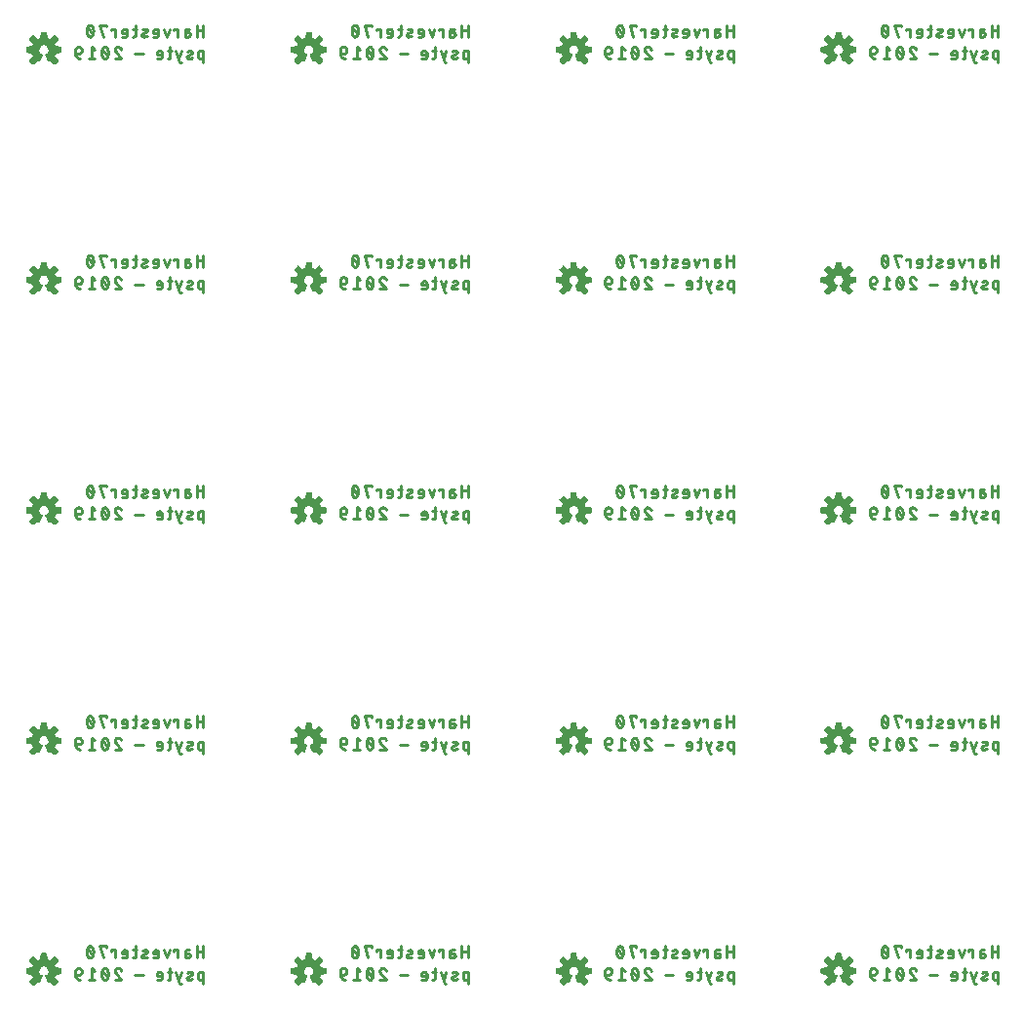
<source format=gbo>
%MOIN*%
%OFA0B0*%
%FSLAX34Y34*%
%IPPOS*%
%LPD*%
%AMOC8*
5,1,8,0,0,$1,22.5*%
%AMOC80*
5,1,8,0,0,$1,22.5*%
%AMOC81*
5,1,8,0,0,$1,22.5*%
%AMOC80*
5,1,8,0,0,$1,22.5*%
%AMOC81*
5,1,8,0,0,$1,22.5*%
%AMOC80*
5,1,8,0,0,$1,22.5*%
%AMOC81*
5,1,8,0,0,$1,22.5*%
%AMOC80*
5,1,8,0,0,$1,22.5*%
%AMOC81*
5,1,8,0,0,$1,22.5*%
%AMOC80*
5,1,8,0,0,$1,22.5*%
%AMOC81*
5,1,8,0,0,$1,22.5*%
%AMOC80*
5,1,8,0,0,$1,22.5*%
%AMOC81*
5,1,8,0,0,$1,22.5*%
%AMOC80*
5,1,8,0,0,$1,22.5*%
%AMOC81*
5,1,8,0,0,$1,22.5*%
%AMOC80*
5,1,8,0,0,$1,22.5*%
%AMOC81*
5,1,8,0,0,$1,22.5*%
%AMOC80*
5,1,8,0,0,$1,22.5*%
%AMOC81*
5,1,8,0,0,$1,22.5*%
%AMOC80*
5,1,8,0,0,$1,22.5*%
%ADD10C,0.01*%
%ADD21C,0.01*%
%ADD22C,0.01*%
%ADD23C,0.01*%
%ADD24C,0.01*%
%ADD25C,0.01*%
%ADD26C,0.01*%
%ADD27C,0.01*%
%ADD28C,0.01*%
%ADD29C,0.01*%
%ADD30C,0.01*%
%ADD31C,0.01*%
%ADD32C,0.01*%
%ADD33C,0.01*%
%ADD34C,0.01*%
%ADD35C,0.01*%
%ADD36C,0.01*%
%ADD37C,0.01*%
%ADD38C,0.01*%
%ADD39C,0.01*%
G75*
G01G01*
G36*
X0001379Y0000899D02*
X0001379Y0000899D01*
X0001383Y0000899D01*
X0001384Y0000900D01*
X0001384Y0000900D01*
X0001388Y0000902D01*
X0001392Y0000903D01*
X0001393Y0000904D01*
X0001393Y0000904D01*
X0001394Y0000905D01*
X0001397Y0000907D01*
X0001498Y0001009D01*
X0001501Y0001012D01*
X0001503Y0001016D01*
X0001504Y0001016D01*
X0001504Y0001017D01*
X0001505Y0001021D01*
X0001507Y0001025D01*
X0001507Y0001025D01*
X0001507Y0001026D01*
X0001507Y0001030D01*
X0001507Y0001034D01*
X0001506Y0001035D01*
X0001506Y0001035D01*
X0001505Y0001039D01*
X0001504Y0001043D01*
X0001503Y0001044D01*
X0001503Y0001044D01*
X0001502Y0001045D01*
X0001500Y0001048D01*
X0001392Y0001182D01*
X0001413Y0001224D01*
X0001414Y0001225D01*
X0001415Y0001229D01*
X0001430Y0001274D01*
X0001601Y0001292D01*
X0001605Y0001293D01*
X0001610Y0001294D01*
X0001610Y0001294D01*
X0001610Y0001294D01*
X0001614Y0001297D01*
X0001618Y0001299D01*
X0001618Y0001299D01*
X0001618Y0001300D01*
X0001621Y0001303D01*
X0001624Y0001306D01*
X0001624Y0001307D01*
X0001624Y0001307D01*
X0001626Y0001311D01*
X0001627Y0001315D01*
X0001627Y0001316D01*
X0001627Y0001317D01*
X0001627Y0001317D01*
X0001628Y0001321D01*
X0001628Y0001465D01*
X0001627Y0001469D01*
X0001627Y0001474D01*
X0001626Y0001474D01*
X0001626Y0001475D01*
X0001624Y0001478D01*
X0001622Y0001482D01*
X0001622Y0001483D01*
X0001622Y0001483D01*
X0001619Y0001486D01*
X0001616Y0001489D01*
X0001615Y0001489D01*
X0001615Y0001490D01*
X0001611Y0001491D01*
X0001607Y0001493D01*
X0001606Y0001494D01*
X0001606Y0001494D01*
X0001605Y0001494D01*
X0001601Y0001495D01*
X0001430Y0001512D01*
X0001415Y0001558D01*
X0001415Y0001558D01*
X0001415Y0001559D01*
X0001415Y0001559D01*
X0001413Y0001562D01*
X0001392Y0001605D01*
X0001500Y0001738D01*
X0001502Y0001742D01*
X0001505Y0001745D01*
X0001505Y0001746D01*
X0001505Y0001746D01*
X0001506Y0001751D01*
X0001507Y0001755D01*
X0001507Y0001755D01*
X0001507Y0001756D01*
X0001506Y0001760D01*
X0001506Y0001764D01*
X0001506Y0001765D01*
X0001506Y0001765D01*
X0001504Y0001769D01*
X0001502Y0001773D01*
X0001502Y0001774D01*
X0001501Y0001774D01*
X0001501Y0001775D01*
X0001498Y0001778D01*
X0001397Y0001879D01*
X0001393Y0001882D01*
X0001390Y0001885D01*
X0001389Y0001885D01*
X0001389Y0001885D01*
X0001385Y0001886D01*
X0001381Y0001888D01*
X0001380Y0001888D01*
X0001380Y0001888D01*
X0001375Y0001888D01*
X0001371Y0001888D01*
X0001370Y0001887D01*
X0001370Y0001887D01*
X0001366Y0001886D01*
X0001362Y0001885D01*
X0001361Y0001884D01*
X0001361Y0001884D01*
X0001360Y0001884D01*
X0001357Y0001881D01*
X0001224Y0001773D01*
X0001181Y0001795D01*
X0001180Y0001795D01*
X0001176Y0001796D01*
X0001131Y0001811D01*
X0001113Y0001982D01*
X0001112Y0001986D01*
X0001111Y0001991D01*
X0001111Y0001991D01*
X0001111Y0001992D01*
X0001109Y0001995D01*
X0001106Y0001999D01*
X0001106Y0001999D01*
X0001106Y0002000D01*
X0001102Y0002002D01*
X0001099Y0002005D01*
X0001098Y0002005D01*
X0001098Y0002005D01*
X0001094Y0002007D01*
X0001090Y0002008D01*
X0001089Y0002008D01*
X0001089Y0002008D01*
X0001088Y0002008D01*
X0001084Y0002009D01*
X0000940Y0002009D01*
X0000936Y0002008D01*
X0000932Y0002008D01*
X0000931Y0002007D01*
X0000931Y0002007D01*
X0000927Y0002005D01*
X0000923Y0002003D01*
X0000923Y0002003D01*
X0000922Y0002003D01*
X0000919Y0002000D01*
X0000916Y0001997D01*
X0000916Y0001996D01*
X0000916Y0001996D01*
X0000914Y0001992D01*
X0000912Y0001988D01*
X0000912Y0001987D01*
X0000912Y0001987D01*
X0000912Y0001986D01*
X0000911Y0001982D01*
X0000893Y0001811D01*
X0000848Y0001796D01*
X0000847Y0001796D01*
X0000843Y0001795D01*
X0000801Y0001773D01*
X0000667Y0001881D01*
X0000663Y0001884D01*
X0000660Y0001886D01*
X0000659Y0001886D01*
X0000659Y0001886D01*
X0000655Y0001887D01*
X0000650Y0001888D01*
X0000650Y0001888D01*
X0000649Y0001888D01*
X0000645Y0001887D01*
X0000641Y0001887D01*
X0000640Y0001887D01*
X0000640Y0001887D01*
X0000636Y0001885D01*
X0000632Y0001883D01*
X0000632Y0001883D01*
X0000631Y0001882D01*
X0000631Y0001882D01*
X0000628Y0001879D01*
X0000526Y0001778D01*
X0000523Y0001774D01*
X0000521Y0001771D01*
X0000521Y0001770D01*
X0000520Y0001770D01*
X0000519Y0001766D01*
X0000518Y0001762D01*
X0000518Y0001761D01*
X0000517Y0001761D01*
X0000518Y0001756D01*
X0000518Y0001752D01*
X0000518Y0001752D01*
X0000518Y0001751D01*
X0000519Y0001747D01*
X0000521Y0001743D01*
X0000521Y0001742D01*
X0000521Y0001742D01*
X0000522Y0001741D01*
X0000524Y0001738D01*
X0000633Y0001605D01*
X0000611Y0001562D01*
X0000611Y0001561D01*
X0000609Y0001558D01*
X0000594Y0001512D01*
X0000423Y0001495D01*
X0000419Y0001493D01*
X0000415Y0001492D01*
X0000414Y0001492D01*
X0000414Y0001492D01*
X0000410Y0001490D01*
X0000406Y0001487D01*
X0000406Y0001487D01*
X0000406Y0001487D01*
X0000403Y0001483D01*
X0000400Y0001480D01*
X0000400Y0001479D01*
X0000400Y0001479D01*
X0000399Y0001475D01*
X0000397Y0001471D01*
X0000397Y0001470D01*
X0000397Y0001470D01*
X0000397Y0001469D01*
X0000396Y0001465D01*
X0000396Y0001321D01*
X0000397Y0001317D01*
X0000398Y0001313D01*
X0000398Y0001312D01*
X0000398Y0001312D01*
X0000400Y0001308D01*
X0000402Y0001304D01*
X0000402Y0001304D01*
X0000402Y0001303D01*
X0000406Y0001300D01*
X0000409Y0001297D01*
X0000409Y0001297D01*
X0000410Y0001297D01*
X0000413Y0001295D01*
X0000417Y0001293D01*
X0000418Y0001293D01*
X0000418Y0001293D01*
X0000419Y0001293D01*
X0000423Y0001292D01*
X0000594Y0001274D01*
X0000609Y0001229D01*
X0000609Y0001228D01*
X0000611Y0001224D01*
X0000633Y0001182D01*
X0000524Y0001048D01*
X0000522Y0001045D01*
X0000520Y0001041D01*
X0000519Y0001040D01*
X0000519Y0001040D01*
X0000518Y0001036D01*
X0000517Y0001032D01*
X0000517Y0001031D01*
X0000517Y0001030D01*
X0000518Y0001026D01*
X0000518Y0001022D01*
X0000518Y0001022D01*
X0000519Y0001021D01*
X0000520Y0001017D01*
X0000522Y0001013D01*
X0000523Y0001013D01*
X0000523Y0001012D01*
X0000523Y0001012D01*
X0000526Y0001009D01*
X0000628Y0000907D01*
X0000631Y0000905D01*
X0000634Y0000902D01*
X0000635Y0000902D01*
X0000635Y0000901D01*
X0000640Y0000900D01*
X0000644Y0000899D01*
X0000644Y0000899D01*
X0000645Y0000899D01*
X0000649Y0000899D01*
X0000653Y0000899D01*
X0000654Y0000899D01*
X0000654Y0000899D01*
X0000658Y0000900D01*
X0000662Y0000902D01*
X0000663Y0000902D01*
X0000663Y0000902D01*
X0000664Y0000903D01*
X0000667Y0000905D01*
X0000801Y0001014D01*
X0000843Y0000992D01*
X0000845Y0000991D01*
X0000847Y0000990D01*
X0000850Y0000990D01*
X0000852Y0000989D01*
X0000855Y0000989D01*
X0000857Y0000989D01*
X0000859Y0000989D01*
X0000862Y0000989D01*
X0000864Y0000990D01*
X0000866Y0000990D01*
X0000869Y0000991D01*
X0000871Y0000992D01*
X0000873Y0000994D01*
X0000875Y0000995D01*
X0000876Y0000997D01*
X0000879Y0000998D01*
X0000880Y0001000D01*
X0000881Y0001002D01*
X0000883Y0001006D01*
X0000884Y0001006D01*
X0000884Y0001007D01*
X0000884Y0001007D01*
X0000969Y0001211D01*
X0000970Y0001215D01*
X0000970Y0001215D01*
X0000970Y0001216D01*
X0000971Y0001219D01*
X0000971Y0001220D01*
X0000971Y0001221D01*
X0000971Y0001224D01*
X0000971Y0001225D01*
X0000970Y0001226D01*
X0000970Y0001229D01*
X0000970Y0001230D01*
X0000970Y0001230D01*
X0000969Y0001233D01*
X0000968Y0001234D01*
X0000968Y0001235D01*
X0000967Y0001238D01*
X0000966Y0001238D01*
X0000966Y0001239D01*
X0000964Y0001241D01*
X0000963Y0001242D01*
X0000962Y0001243D01*
X0000961Y0001245D01*
X0000960Y0001246D01*
X0000959Y0001246D01*
X0000959Y0001247D01*
X0000956Y0001248D01*
X0000956Y0001248D01*
X0000956Y0001248D01*
X0000921Y0001268D01*
X0000894Y0001294D01*
X0000873Y0001325D01*
X0000861Y0001360D01*
X0000857Y0001397D01*
X0000863Y0001433D01*
X0000876Y0001468D01*
X0000898Y0001498D01*
X0000926Y0001522D01*
X0000959Y0001539D01*
X0000995Y0001547D01*
X0001032Y0001547D01*
X0001068Y0001537D01*
X0001101Y0001520D01*
X0001129Y0001495D01*
X0001149Y0001465D01*
X0001162Y0001430D01*
X0001167Y0001393D01*
X0001163Y0001357D01*
X0001150Y0001323D01*
X0001130Y0001293D01*
X0001103Y0001268D01*
X0001068Y0001248D01*
X0001067Y0001247D01*
X0001065Y0001246D01*
X0001064Y0001245D01*
X0001062Y0001244D01*
X0001061Y0001243D01*
X0001061Y0001242D01*
X0001059Y0001240D01*
X0001058Y0001239D01*
X0001058Y0001238D01*
X0001056Y0001236D01*
X0001056Y0001235D01*
X0001056Y0001234D01*
X0001055Y0001231D01*
X0001055Y0001230D01*
X0001054Y0001230D01*
X0001053Y0001227D01*
X0001054Y0001226D01*
X0001053Y0001225D01*
X0001054Y0001222D01*
X0001054Y0001221D01*
X0001054Y0001220D01*
X0001054Y0001217D01*
X0001054Y0001216D01*
X0001054Y0001215D01*
X0001055Y0001215D01*
X0001055Y0001211D01*
X0001068Y0001182D01*
X0001104Y0001094D01*
X0001117Y0001064D01*
X0001140Y0001007D01*
X0001141Y0001005D01*
X0001142Y0001003D01*
X0001144Y0001001D01*
X0001145Y0000999D01*
X0001147Y0000997D01*
X0001148Y0000996D01*
X0001151Y0000994D01*
X0001153Y0000993D01*
X0001155Y0000992D01*
X0001157Y0000991D01*
X0001159Y0000990D01*
X0001162Y0000989D01*
X0001164Y0000989D01*
X0001166Y0000989D01*
X0001169Y0000989D01*
X0001171Y0000989D01*
X0001173Y0000989D01*
X0001176Y0000990D01*
X0001180Y0000991D01*
X0001180Y0000992D01*
X0001181Y0000992D01*
X0001181Y0000992D01*
X0001224Y0001014D01*
X0001357Y0000905D01*
X0001361Y0000903D01*
X0001364Y0000901D01*
X0001365Y0000900D01*
X0001365Y0000900D01*
X0001370Y0000899D01*
X0001374Y0000898D01*
X0001374Y0000898D01*
X0001375Y0000898D01*
X0001379Y0000899D01*
G37*
D10*
X0006462Y0001843D02*
X0006462Y0002243D01*
X0006462Y0002065D02*
X0006240Y0002065D01*
X0006240Y0002243D02*
X0006240Y0001843D01*
X0005931Y0001999D02*
X0005831Y0001999D01*
X0005931Y0001999D02*
X0005935Y0001999D01*
X0005938Y0001998D01*
X0005941Y0001998D01*
X0005945Y0001998D01*
X0005948Y0001997D01*
X0005952Y0001996D01*
X0005955Y0001995D01*
X0005958Y0001994D01*
X0005961Y0001993D01*
X0005964Y0001991D01*
X0005968Y0001990D01*
X0005971Y0001988D01*
X0005973Y0001986D01*
X0005976Y0001984D01*
X0005979Y0001982D01*
X0005982Y0001980D01*
X0005984Y0001978D01*
X0005987Y0001975D01*
X0005989Y0001973D01*
X0005991Y0001970D01*
X0005993Y0001968D01*
X0005995Y0001965D01*
X0005997Y0001962D01*
X0005999Y0001959D01*
X0006001Y0001956D01*
X0006002Y0001953D01*
X0006004Y0001950D01*
X0006005Y0001946D01*
X0006006Y0001943D01*
X0006007Y0001940D01*
X0006007Y0001936D01*
X0006008Y0001933D01*
X0006008Y0001930D01*
X0006009Y0001926D01*
X0006009Y0001923D01*
X0006009Y0001919D01*
X0006009Y0001916D01*
X0006008Y0001912D01*
X0006008Y0001909D01*
X0006007Y0001906D01*
X0006007Y0001902D01*
X0006006Y0001899D01*
X0006005Y0001896D01*
X0006004Y0001892D01*
X0006002Y0001889D01*
X0006001Y0001886D01*
X0005999Y0001883D01*
X0005997Y0001880D01*
X0005995Y0001877D01*
X0005993Y0001874D01*
X0005991Y0001872D01*
X0005989Y0001869D01*
X0005987Y0001867D01*
X0005984Y0001864D01*
X0005982Y0001862D01*
X0005979Y0001860D01*
X0005976Y0001858D01*
X0005973Y0001856D01*
X0005971Y0001854D01*
X0005968Y0001852D01*
X0005964Y0001851D01*
X0005961Y0001849D01*
X0005958Y0001848D01*
X0005955Y0001847D01*
X0005952Y0001846D01*
X0005948Y0001845D01*
X0005945Y0001844D01*
X0005941Y0001844D01*
X0005938Y0001844D01*
X0005935Y0001843D01*
X0005931Y0001843D01*
X0005831Y0001843D01*
X0005831Y0002043D01*
X0005831Y0002046D01*
X0005831Y0002050D01*
X0005832Y0002053D01*
X0005832Y0002056D01*
X0005833Y0002059D01*
X0005834Y0002062D01*
X0005835Y0002065D01*
X0005836Y0002068D01*
X0005837Y0002071D01*
X0005839Y0002074D01*
X0005840Y0002077D01*
X0005842Y0002079D01*
X0005844Y0002082D01*
X0005845Y0002084D01*
X0005847Y0002087D01*
X0005850Y0002089D01*
X0005852Y0002091D01*
X0005854Y0002094D01*
X0005857Y0002096D01*
X0005859Y0002097D01*
X0005862Y0002099D01*
X0005864Y0002101D01*
X0005867Y0002102D01*
X0005870Y0002104D01*
X0005873Y0002105D01*
X0005876Y0002106D01*
X0005879Y0002107D01*
X0005882Y0002108D01*
X0005885Y0002109D01*
X0005888Y0002109D01*
X0005891Y0002110D01*
X0005895Y0002110D01*
X0005898Y0002110D01*
X0005987Y0002110D01*
X0005580Y0002110D02*
X0005580Y0001843D01*
X0005580Y0002110D02*
X0005447Y0002110D01*
X0005447Y0002065D01*
X0005300Y0002110D02*
X0005211Y0001843D01*
X0005122Y0002110D01*
X0004858Y0001843D02*
X0004747Y0001843D01*
X0004858Y0001843D02*
X0004861Y0001843D01*
X0004865Y0001844D01*
X0004868Y0001844D01*
X0004871Y0001844D01*
X0004874Y0001845D01*
X0004877Y0001846D01*
X0004880Y0001847D01*
X0004883Y0001848D01*
X0004886Y0001849D01*
X0004889Y0001851D01*
X0004892Y0001852D01*
X0004894Y0001854D01*
X0004897Y0001856D01*
X0004899Y0001857D01*
X0004902Y0001860D01*
X0004904Y0001862D01*
X0004906Y0001864D01*
X0004909Y0001866D01*
X0004911Y0001869D01*
X0004912Y0001871D01*
X0004914Y0001874D01*
X0004916Y0001877D01*
X0004917Y0001879D01*
X0004919Y0001882D01*
X0004920Y0001885D01*
X0004921Y0001888D01*
X0004922Y0001891D01*
X0004923Y0001894D01*
X0004924Y0001897D01*
X0004924Y0001900D01*
X0004925Y0001904D01*
X0004925Y0001907D01*
X0004925Y0001910D01*
X0004925Y0001910D02*
X0004925Y0002021D01*
X0004925Y0002025D01*
X0004925Y0002028D01*
X0004924Y0002032D01*
X0004924Y0002036D01*
X0004923Y0002039D01*
X0004922Y0002043D01*
X0004921Y0002046D01*
X0004920Y0002050D01*
X0004919Y0002053D01*
X0004917Y0002057D01*
X0004916Y0002060D01*
X0004914Y0002063D01*
X0004912Y0002067D01*
X0004910Y0002070D01*
X0004908Y0002073D01*
X0004906Y0002076D01*
X0004904Y0002078D01*
X0004901Y0002081D01*
X0004899Y0002084D01*
X0004896Y0002086D01*
X0004893Y0002089D01*
X0004891Y0002091D01*
X0004888Y0002093D01*
X0004885Y0002095D01*
X0004882Y0002097D01*
X0004878Y0002099D01*
X0004875Y0002101D01*
X0004872Y0002102D01*
X0004868Y0002104D01*
X0004865Y0002105D01*
X0004861Y0002106D01*
X0004858Y0002107D01*
X0004854Y0002108D01*
X0004851Y0002109D01*
X0004847Y0002109D01*
X0004843Y0002110D01*
X0004840Y0002110D01*
X0004836Y0002110D01*
X0004832Y0002110D01*
X0004829Y0002110D01*
X0004825Y0002109D01*
X0004821Y0002109D01*
X0004818Y0002108D01*
X0004814Y0002107D01*
X0004811Y0002106D01*
X0004807Y0002105D01*
X0004804Y0002104D01*
X0004800Y0002102D01*
X0004797Y0002101D01*
X0004794Y0002099D01*
X0004790Y0002097D01*
X0004787Y0002095D01*
X0004784Y0002093D01*
X0004781Y0002091D01*
X0004779Y0002089D01*
X0004776Y0002086D01*
X0004773Y0002084D01*
X0004771Y0002081D01*
X0004768Y0002078D01*
X0004766Y0002076D01*
X0004764Y0002073D01*
X0004762Y0002070D01*
X0004760Y0002067D01*
X0004758Y0002063D01*
X0004756Y0002060D01*
X0004755Y0002057D01*
X0004753Y0002053D01*
X0004752Y0002050D01*
X0004751Y0002046D01*
X0004750Y0002043D01*
X0004749Y0002039D01*
X0004748Y0002036D01*
X0004748Y0002032D01*
X0004747Y0002028D01*
X0004747Y0002025D01*
X0004747Y0002021D01*
X0004747Y0001977D01*
X0004925Y0001977D01*
X0004502Y0001999D02*
X0004390Y0001954D01*
X0004502Y0001999D02*
X0004504Y0002000D01*
X0004507Y0002001D01*
X0004510Y0002003D01*
X0004512Y0002004D01*
X0004514Y0002006D01*
X0004517Y0002008D01*
X0004519Y0002010D01*
X0004521Y0002012D01*
X0004523Y0002014D01*
X0004525Y0002016D01*
X0004527Y0002019D01*
X0004529Y0002021D01*
X0004530Y0002024D01*
X0004532Y0002026D01*
X0004533Y0002029D01*
X0004534Y0002032D01*
X0004535Y0002034D01*
X0004536Y0002037D01*
X0004536Y0002040D01*
X0004537Y0002043D01*
X0004537Y0002046D01*
X0004538Y0002049D01*
X0004538Y0002052D01*
X0004538Y0002055D01*
X0004538Y0002058D01*
X0004537Y0002061D01*
X0004537Y0002064D01*
X0004536Y0002066D01*
X0004535Y0002069D01*
X0004534Y0002072D01*
X0004533Y0002075D01*
X0004532Y0002078D01*
X0004531Y0002080D01*
X0004529Y0002083D01*
X0004527Y0002085D01*
X0004526Y0002088D01*
X0004524Y0002090D01*
X0004522Y0002092D01*
X0004520Y0002094D01*
X0004518Y0002096D01*
X0004515Y0002098D01*
X0004513Y0002100D01*
X0004510Y0002101D01*
X0004508Y0002103D01*
X0004505Y0002104D01*
X0004502Y0002105D01*
X0004500Y0002106D01*
X0004497Y0002107D01*
X0004494Y0002108D01*
X0004491Y0002109D01*
X0004488Y0002109D01*
X0004485Y0002110D01*
X0004482Y0002110D01*
X0004479Y0002110D01*
X0004479Y0002110D02*
X0004473Y0002110D01*
X0004467Y0002109D01*
X0004461Y0002109D01*
X0004455Y0002108D01*
X0004449Y0002108D01*
X0004443Y0002107D01*
X0004437Y0002106D01*
X0004431Y0002105D01*
X0004425Y0002103D01*
X0004419Y0002102D01*
X0004413Y0002100D01*
X0004408Y0002098D01*
X0004402Y0002097D01*
X0004396Y0002095D01*
X0004390Y0002092D01*
X0004385Y0002090D01*
X0004379Y0002088D01*
X0004390Y0001954D02*
X0004388Y0001953D01*
X0004385Y0001952D01*
X0004382Y0001950D01*
X0004380Y0001949D01*
X0004378Y0001947D01*
X0004375Y0001945D01*
X0004373Y0001943D01*
X0004371Y0001941D01*
X0004369Y0001939D01*
X0004367Y0001937D01*
X0004365Y0001935D01*
X0004363Y0001932D01*
X0004362Y0001930D01*
X0004360Y0001927D01*
X0004359Y0001924D01*
X0004358Y0001922D01*
X0004357Y0001919D01*
X0004356Y0001916D01*
X0004355Y0001913D01*
X0004355Y0001910D01*
X0004355Y0001907D01*
X0004354Y0001904D01*
X0004354Y0001901D01*
X0004354Y0001898D01*
X0004354Y0001895D01*
X0004355Y0001892D01*
X0004355Y0001890D01*
X0004356Y0001887D01*
X0004357Y0001884D01*
X0004358Y0001881D01*
X0004359Y0001878D01*
X0004360Y0001875D01*
X0004361Y0001873D01*
X0004363Y0001870D01*
X0004365Y0001868D01*
X0004366Y0001865D01*
X0004368Y0001863D01*
X0004370Y0001861D01*
X0004372Y0001859D01*
X0004374Y0001857D01*
X0004377Y0001855D01*
X0004379Y0001853D01*
X0004382Y0001852D01*
X0004384Y0001850D01*
X0004387Y0001849D01*
X0004390Y0001848D01*
X0004392Y0001847D01*
X0004395Y0001846D01*
X0004398Y0001845D01*
X0004401Y0001844D01*
X0004404Y0001844D01*
X0004407Y0001843D01*
X0004410Y0001843D01*
X0004413Y0001843D01*
X0004413Y0001843D02*
X0004422Y0001843D01*
X0004430Y0001844D01*
X0004439Y0001845D01*
X0004448Y0001845D01*
X0004457Y0001846D01*
X0004466Y0001848D01*
X0004475Y0001849D01*
X0004483Y0001851D01*
X0004492Y0001853D01*
X0004501Y0001855D01*
X0004509Y0001857D01*
X0004518Y0001860D01*
X0004526Y0001862D01*
X0004535Y0001865D01*
X0004189Y0002110D02*
X0004056Y0002110D01*
X0004145Y0002243D02*
X0004145Y0001910D01*
X0004145Y0001907D01*
X0004144Y0001904D01*
X0004144Y0001900D01*
X0004143Y0001897D01*
X0004143Y0001894D01*
X0004142Y0001891D01*
X0004141Y0001888D01*
X0004140Y0001885D01*
X0004139Y0001882D01*
X0004137Y0001879D01*
X0004136Y0001877D01*
X0004134Y0001874D01*
X0004132Y0001871D01*
X0004130Y0001869D01*
X0004128Y0001866D01*
X0004126Y0001864D01*
X0004124Y0001862D01*
X0004122Y0001860D01*
X0004119Y0001857D01*
X0004117Y0001856D01*
X0004114Y0001854D01*
X0004111Y0001852D01*
X0004108Y0001851D01*
X0004106Y0001849D01*
X0004103Y0001848D01*
X0004100Y0001847D01*
X0004097Y0001846D01*
X0004094Y0001845D01*
X0004091Y0001844D01*
X0004087Y0001844D01*
X0004084Y0001844D01*
X0004081Y0001843D01*
X0004078Y0001843D01*
X0004056Y0001843D01*
X0003793Y0001843D02*
X0003682Y0001843D01*
X0003793Y0001843D02*
X0003796Y0001843D01*
X0003800Y0001844D01*
X0003803Y0001844D01*
X0003806Y0001844D01*
X0003809Y0001845D01*
X0003812Y0001846D01*
X0003815Y0001847D01*
X0003818Y0001848D01*
X0003821Y0001849D01*
X0003824Y0001851D01*
X0003827Y0001852D01*
X0003829Y0001854D01*
X0003832Y0001856D01*
X0003834Y0001857D01*
X0003837Y0001860D01*
X0003839Y0001862D01*
X0003841Y0001864D01*
X0003844Y0001866D01*
X0003846Y0001869D01*
X0003847Y0001871D01*
X0003849Y0001874D01*
X0003851Y0001877D01*
X0003852Y0001879D01*
X0003854Y0001882D01*
X0003855Y0001885D01*
X0003856Y0001888D01*
X0003857Y0001891D01*
X0003858Y0001894D01*
X0003859Y0001897D01*
X0003859Y0001900D01*
X0003860Y0001904D01*
X0003860Y0001907D01*
X0003860Y0001910D01*
X0003860Y0001910D02*
X0003860Y0002021D01*
X0003860Y0002025D01*
X0003860Y0002028D01*
X0003859Y0002032D01*
X0003859Y0002036D01*
X0003858Y0002039D01*
X0003857Y0002043D01*
X0003856Y0002046D01*
X0003855Y0002050D01*
X0003854Y0002053D01*
X0003852Y0002057D01*
X0003851Y0002060D01*
X0003849Y0002063D01*
X0003847Y0002067D01*
X0003845Y0002070D01*
X0003843Y0002073D01*
X0003841Y0002076D01*
X0003839Y0002078D01*
X0003836Y0002081D01*
X0003834Y0002084D01*
X0003831Y0002086D01*
X0003828Y0002089D01*
X0003826Y0002091D01*
X0003823Y0002093D01*
X0003820Y0002095D01*
X0003817Y0002097D01*
X0003813Y0002099D01*
X0003810Y0002101D01*
X0003807Y0002102D01*
X0003803Y0002104D01*
X0003800Y0002105D01*
X0003796Y0002106D01*
X0003793Y0002107D01*
X0003789Y0002108D01*
X0003786Y0002109D01*
X0003782Y0002109D01*
X0003778Y0002110D01*
X0003775Y0002110D01*
X0003771Y0002110D01*
X0003767Y0002110D01*
X0003764Y0002110D01*
X0003760Y0002109D01*
X0003756Y0002109D01*
X0003753Y0002108D01*
X0003749Y0002107D01*
X0003746Y0002106D01*
X0003742Y0002105D01*
X0003739Y0002104D01*
X0003735Y0002102D01*
X0003732Y0002101D01*
X0003729Y0002099D01*
X0003725Y0002097D01*
X0003722Y0002095D01*
X0003719Y0002093D01*
X0003716Y0002091D01*
X0003714Y0002089D01*
X0003711Y0002086D01*
X0003708Y0002084D01*
X0003706Y0002081D01*
X0003703Y0002078D01*
X0003701Y0002076D01*
X0003699Y0002073D01*
X0003697Y0002070D01*
X0003695Y0002067D01*
X0003693Y0002063D01*
X0003691Y0002060D01*
X0003690Y0002057D01*
X0003688Y0002053D01*
X0003687Y0002050D01*
X0003686Y0002046D01*
X0003685Y0002043D01*
X0003684Y0002039D01*
X0003683Y0002036D01*
X0003683Y0002032D01*
X0003682Y0002028D01*
X0003682Y0002025D01*
X0003682Y0002021D01*
X0003682Y0001977D01*
X0003860Y0001977D01*
X0003450Y0001843D02*
X0003450Y0002110D01*
X0003317Y0002110D01*
X0003317Y0002065D01*
X0003147Y0002199D02*
X0003147Y0002243D01*
X0002925Y0002243D01*
X0003036Y0001843D01*
X0002697Y0002043D02*
X0002697Y0002051D01*
X0002697Y0002059D01*
X0002696Y0002067D01*
X0002696Y0002075D01*
X0002695Y0002082D01*
X0002694Y0002090D01*
X0002692Y0002098D01*
X0002691Y0002106D01*
X0002690Y0002113D01*
X0002688Y0002121D01*
X0002686Y0002129D01*
X0002684Y0002136D01*
X0002681Y0002144D01*
X0002679Y0002151D01*
X0002676Y0002159D01*
X0002673Y0002166D01*
X0002670Y0002173D01*
X0002667Y0002180D01*
X0002664Y0002188D01*
X0002664Y0002188D02*
X0002662Y0002191D01*
X0002661Y0002194D01*
X0002660Y0002197D01*
X0002658Y0002201D01*
X0002656Y0002204D01*
X0002654Y0002207D01*
X0002652Y0002209D01*
X0002650Y0002212D01*
X0002648Y0002215D01*
X0002646Y0002218D01*
X0002643Y0002220D01*
X0002641Y0002222D01*
X0002638Y0002225D01*
X0002635Y0002227D01*
X0002632Y0002229D01*
X0002629Y0002231D01*
X0002626Y0002233D01*
X0002623Y0002234D01*
X0002620Y0002236D01*
X0002617Y0002237D01*
X0002614Y0002238D01*
X0002610Y0002240D01*
X0002607Y0002241D01*
X0002603Y0002241D01*
X0002600Y0002242D01*
X0002596Y0002243D01*
X0002593Y0002243D01*
X0002590Y0002243D01*
X0002586Y0002243D01*
X0002582Y0002243D01*
X0002579Y0002243D01*
X0002575Y0002243D01*
X0002572Y0002242D01*
X0002569Y0002241D01*
X0002565Y0002241D01*
X0002562Y0002240D01*
X0002558Y0002238D01*
X0002555Y0002237D01*
X0002552Y0002236D01*
X0002549Y0002234D01*
X0002546Y0002233D01*
X0002543Y0002231D01*
X0002540Y0002229D01*
X0002537Y0002227D01*
X0002534Y0002225D01*
X0002531Y0002222D01*
X0002529Y0002220D01*
X0002526Y0002218D01*
X0002524Y0002215D01*
X0002522Y0002212D01*
X0002520Y0002209D01*
X0002517Y0002207D01*
X0002516Y0002204D01*
X0002514Y0002201D01*
X0002512Y0002197D01*
X0002511Y0002194D01*
X0002509Y0002191D01*
X0002508Y0002188D01*
X0002505Y0002180D01*
X0002502Y0002173D01*
X0002499Y0002166D01*
X0002496Y0002159D01*
X0002493Y0002151D01*
X0002491Y0002144D01*
X0002488Y0002136D01*
X0002486Y0002129D01*
X0002484Y0002121D01*
X0002482Y0002113D01*
X0002481Y0002106D01*
X0002480Y0002098D01*
X0002478Y0002090D01*
X0002477Y0002082D01*
X0002476Y0002075D01*
X0002476Y0002067D01*
X0002475Y0002059D01*
X0002475Y0002051D01*
X0002475Y0002043D01*
X0002697Y0002043D02*
X0002697Y0002035D01*
X0002697Y0002027D01*
X0002696Y0002020D01*
X0002696Y0002012D01*
X0002695Y0002004D01*
X0002694Y0001996D01*
X0002692Y0001988D01*
X0002691Y0001981D01*
X0002690Y0001973D01*
X0002688Y0001965D01*
X0002686Y0001958D01*
X0002684Y0001950D01*
X0002681Y0001943D01*
X0002679Y0001935D01*
X0002676Y0001928D01*
X0002673Y0001920D01*
X0002670Y0001913D01*
X0002667Y0001906D01*
X0002664Y0001899D01*
X0002662Y0001895D01*
X0002661Y0001892D01*
X0002660Y0001889D01*
X0002658Y0001886D01*
X0002656Y0001883D01*
X0002654Y0001880D01*
X0002652Y0001877D01*
X0002650Y0001874D01*
X0002648Y0001872D01*
X0002646Y0001869D01*
X0002643Y0001866D01*
X0002641Y0001864D01*
X0002638Y0001862D01*
X0002635Y0001860D01*
X0002632Y0001857D01*
X0002629Y0001856D01*
X0002626Y0001854D01*
X0002623Y0001852D01*
X0002620Y0001851D01*
X0002617Y0001849D01*
X0002614Y0001848D01*
X0002610Y0001847D01*
X0002607Y0001846D01*
X0002603Y0001845D01*
X0002600Y0001844D01*
X0002596Y0001844D01*
X0002593Y0001844D01*
X0002590Y0001843D01*
X0002586Y0001843D01*
X0002508Y0001899D02*
X0002505Y0001906D01*
X0002502Y0001913D01*
X0002499Y0001920D01*
X0002496Y0001928D01*
X0002493Y0001935D01*
X0002491Y0001943D01*
X0002488Y0001950D01*
X0002486Y0001958D01*
X0002484Y0001965D01*
X0002482Y0001973D01*
X0002481Y0001981D01*
X0002479Y0001988D01*
X0002478Y0001996D01*
X0002477Y0002004D01*
X0002476Y0002012D01*
X0002476Y0002020D01*
X0002475Y0002027D01*
X0002475Y0002035D01*
X0002475Y0002043D01*
X0002508Y0001899D02*
X0002509Y0001895D01*
X0002511Y0001892D01*
X0002512Y0001889D01*
X0002514Y0001886D01*
X0002516Y0001883D01*
X0002517Y0001880D01*
X0002520Y0001877D01*
X0002522Y0001874D01*
X0002524Y0001872D01*
X0002526Y0001869D01*
X0002529Y0001866D01*
X0002531Y0001864D01*
X0002534Y0001862D01*
X0002537Y0001860D01*
X0002540Y0001857D01*
X0002543Y0001856D01*
X0002546Y0001854D01*
X0002549Y0001852D01*
X0002552Y0001851D01*
X0002555Y0001849D01*
X0002558Y0001848D01*
X0002562Y0001847D01*
X0002565Y0001846D01*
X0002569Y0001845D01*
X0002572Y0001844D01*
X0002575Y0001844D01*
X0002579Y0001844D01*
X0002582Y0001843D01*
X0002586Y0001843D01*
X0002675Y0001932D02*
X0002497Y0002154D01*
X0006462Y0001360D02*
X0006462Y0000960D01*
X0006462Y0001360D02*
X0006351Y0001360D01*
X0006348Y0001360D01*
X0006345Y0001360D01*
X0006342Y0001359D01*
X0006338Y0001359D01*
X0006335Y0001358D01*
X0006332Y0001357D01*
X0006329Y0001356D01*
X0006326Y0001355D01*
X0006323Y0001354D01*
X0006320Y0001352D01*
X0006318Y0001351D01*
X0006315Y0001349D01*
X0006312Y0001347D01*
X0006310Y0001346D01*
X0006307Y0001344D01*
X0006305Y0001341D01*
X0006303Y0001339D01*
X0006301Y0001337D01*
X0006299Y0001334D01*
X0006297Y0001332D01*
X0006295Y0001329D01*
X0006293Y0001327D01*
X0006292Y0001324D01*
X0006290Y0001321D01*
X0006289Y0001318D01*
X0006288Y0001315D01*
X0006287Y0001312D01*
X0006286Y0001309D01*
X0006286Y0001306D01*
X0006285Y0001303D01*
X0006285Y0001300D01*
X0006284Y0001296D01*
X0006284Y0001293D01*
X0006284Y0001293D02*
X0006284Y0001160D01*
X0006284Y0001160D02*
X0006284Y0001157D01*
X0006285Y0001154D01*
X0006285Y0001150D01*
X0006286Y0001147D01*
X0006286Y0001144D01*
X0006287Y0001141D01*
X0006288Y0001138D01*
X0006289Y0001135D01*
X0006290Y0001132D01*
X0006292Y0001129D01*
X0006293Y0001127D01*
X0006295Y0001124D01*
X0006297Y0001121D01*
X0006299Y0001119D01*
X0006301Y0001116D01*
X0006303Y0001114D01*
X0006305Y0001112D01*
X0006307Y0001110D01*
X0006310Y0001107D01*
X0006312Y0001106D01*
X0006315Y0001104D01*
X0006318Y0001102D01*
X0006320Y0001101D01*
X0006323Y0001099D01*
X0006326Y0001098D01*
X0006329Y0001097D01*
X0006332Y0001096D01*
X0006335Y0001095D01*
X0006338Y0001094D01*
X0006342Y0001094D01*
X0006345Y0001094D01*
X0006348Y0001093D01*
X0006351Y0001093D01*
X0006462Y0001093D01*
X0006043Y0001249D02*
X0005932Y0001204D01*
X0006043Y0001249D02*
X0006046Y0001250D01*
X0006048Y0001251D01*
X0006051Y0001253D01*
X0006053Y0001254D01*
X0006056Y0001256D01*
X0006058Y0001258D01*
X0006060Y0001260D01*
X0006062Y0001262D01*
X0006064Y0001264D01*
X0006066Y0001266D01*
X0006068Y0001269D01*
X0006070Y0001271D01*
X0006071Y0001274D01*
X0006073Y0001276D01*
X0006074Y0001279D01*
X0006075Y0001282D01*
X0006076Y0001284D01*
X0006077Y0001287D01*
X0006078Y0001290D01*
X0006078Y0001293D01*
X0006079Y0001296D01*
X0006079Y0001299D01*
X0006079Y0001302D01*
X0006079Y0001305D01*
X0006079Y0001308D01*
X0006078Y0001311D01*
X0006078Y0001314D01*
X0006077Y0001316D01*
X0006077Y0001319D01*
X0006076Y0001322D01*
X0006074Y0001325D01*
X0006073Y0001328D01*
X0006072Y0001330D01*
X0006070Y0001333D01*
X0006069Y0001335D01*
X0006067Y0001338D01*
X0006065Y0001340D01*
X0006063Y0001342D01*
X0006061Y0001344D01*
X0006059Y0001346D01*
X0006056Y0001348D01*
X0006054Y0001350D01*
X0006052Y0001351D01*
X0006049Y0001353D01*
X0006046Y0001354D01*
X0006044Y0001355D01*
X0006041Y0001356D01*
X0006038Y0001357D01*
X0006035Y0001358D01*
X0006032Y0001359D01*
X0006029Y0001359D01*
X0006026Y0001360D01*
X0006024Y0001360D01*
X0006021Y0001360D01*
X0006021Y0001360D02*
X0006015Y0001360D01*
X0006008Y0001359D01*
X0006002Y0001359D01*
X0005996Y0001358D01*
X0005990Y0001358D01*
X0005984Y0001357D01*
X0005978Y0001356D01*
X0005972Y0001355D01*
X0005966Y0001353D01*
X0005961Y0001352D01*
X0005955Y0001350D01*
X0005949Y0001348D01*
X0005943Y0001347D01*
X0005937Y0001345D01*
X0005932Y0001342D01*
X0005926Y0001340D01*
X0005921Y0001338D01*
X0005932Y0001204D02*
X0005929Y0001203D01*
X0005926Y0001202D01*
X0005924Y0001200D01*
X0005921Y0001199D01*
X0005919Y0001197D01*
X0005916Y0001195D01*
X0005914Y0001193D01*
X0005912Y0001191D01*
X0005910Y0001189D01*
X0005908Y0001187D01*
X0005906Y0001185D01*
X0005905Y0001182D01*
X0005903Y0001180D01*
X0005902Y0001177D01*
X0005900Y0001174D01*
X0005899Y0001172D01*
X0005898Y0001169D01*
X0005897Y0001166D01*
X0005897Y0001163D01*
X0005896Y0001160D01*
X0005896Y0001157D01*
X0005896Y0001154D01*
X0005895Y0001151D01*
X0005896Y0001148D01*
X0005896Y0001145D01*
X0005896Y0001142D01*
X0005897Y0001140D01*
X0005897Y0001137D01*
X0005898Y0001134D01*
X0005899Y0001131D01*
X0005900Y0001128D01*
X0005901Y0001125D01*
X0005903Y0001123D01*
X0005904Y0001120D01*
X0005906Y0001118D01*
X0005908Y0001115D01*
X0005909Y0001113D01*
X0005911Y0001111D01*
X0005914Y0001109D01*
X0005916Y0001107D01*
X0005918Y0001105D01*
X0005920Y0001103D01*
X0005923Y0001102D01*
X0005926Y0001100D01*
X0005928Y0001099D01*
X0005931Y0001098D01*
X0005934Y0001097D01*
X0005936Y0001096D01*
X0005939Y0001095D01*
X0005942Y0001094D01*
X0005945Y0001094D01*
X0005948Y0001093D01*
X0005951Y0001093D01*
X0005954Y0001093D01*
X0005954Y0001093D02*
X0005963Y0001093D01*
X0005972Y0001094D01*
X0005981Y0001095D01*
X0005990Y0001095D01*
X0005998Y0001096D01*
X0006007Y0001098D01*
X0006016Y0001099D01*
X0006025Y0001101D01*
X0006033Y0001103D01*
X0006042Y0001105D01*
X0006051Y0001107D01*
X0006059Y0001110D01*
X0006068Y0001112D01*
X0006076Y0001115D01*
X0005701Y0000960D02*
X0005657Y0000960D01*
X0005523Y0001360D01*
X0005701Y0001360D02*
X0005612Y0001093D01*
X0005370Y0001360D02*
X0005237Y0001360D01*
X0005326Y0001493D02*
X0005326Y0001160D01*
X0005326Y0001157D01*
X0005326Y0001154D01*
X0005325Y0001150D01*
X0005325Y0001147D01*
X0005324Y0001144D01*
X0005323Y0001141D01*
X0005322Y0001138D01*
X0005321Y0001135D01*
X0005320Y0001132D01*
X0005318Y0001129D01*
X0005317Y0001127D01*
X0005315Y0001124D01*
X0005313Y0001121D01*
X0005312Y0001119D01*
X0005310Y0001116D01*
X0005307Y0001114D01*
X0005305Y0001112D01*
X0005303Y0001110D01*
X0005300Y0001107D01*
X0005298Y0001106D01*
X0005295Y0001104D01*
X0005293Y0001102D01*
X0005290Y0001101D01*
X0005287Y0001099D01*
X0005284Y0001098D01*
X0005281Y0001097D01*
X0005278Y0001096D01*
X0005275Y0001095D01*
X0005272Y0001094D01*
X0005269Y0001094D01*
X0005266Y0001094D01*
X0005262Y0001093D01*
X0005259Y0001093D01*
X0005237Y0001093D01*
X0004975Y0001093D02*
X0004863Y0001093D01*
X0004975Y0001093D02*
X0004978Y0001093D01*
X0004981Y0001094D01*
X0004984Y0001094D01*
X0004987Y0001094D01*
X0004990Y0001095D01*
X0004993Y0001096D01*
X0004996Y0001097D01*
X0004999Y0001098D01*
X0005002Y0001099D01*
X0005005Y0001101D01*
X0005008Y0001102D01*
X0005011Y0001104D01*
X0005013Y0001106D01*
X0005016Y0001107D01*
X0005018Y0001110D01*
X0005020Y0001112D01*
X0005023Y0001114D01*
X0005025Y0001116D01*
X0005027Y0001119D01*
X0005029Y0001121D01*
X0005031Y0001124D01*
X0005032Y0001127D01*
X0005034Y0001129D01*
X0005035Y0001132D01*
X0005036Y0001135D01*
X0005037Y0001138D01*
X0005038Y0001141D01*
X0005039Y0001144D01*
X0005040Y0001147D01*
X0005040Y0001150D01*
X0005041Y0001154D01*
X0005041Y0001157D01*
X0005041Y0001160D01*
X0005041Y0001271D01*
X0005041Y0001275D01*
X0005041Y0001278D01*
X0005040Y0001282D01*
X0005040Y0001286D01*
X0005039Y0001289D01*
X0005038Y0001293D01*
X0005037Y0001296D01*
X0005036Y0001300D01*
X0005035Y0001303D01*
X0005034Y0001307D01*
X0005032Y0001310D01*
X0005030Y0001313D01*
X0005029Y0001317D01*
X0005027Y0001320D01*
X0005025Y0001323D01*
X0005022Y0001326D01*
X0005020Y0001328D01*
X0005018Y0001331D01*
X0005015Y0001334D01*
X0005012Y0001336D01*
X0005010Y0001339D01*
X0005007Y0001341D01*
X0005004Y0001343D01*
X0005001Y0001345D01*
X0004998Y0001347D01*
X0004995Y0001349D01*
X0004991Y0001351D01*
X0004988Y0001352D01*
X0004985Y0001354D01*
X0004981Y0001355D01*
X0004978Y0001356D01*
X0004974Y0001357D01*
X0004970Y0001358D01*
X0004967Y0001359D01*
X0004963Y0001359D01*
X0004960Y0001360D01*
X0004956Y0001360D01*
X0004952Y0001360D01*
X0004949Y0001360D01*
X0004945Y0001360D01*
X0004941Y0001359D01*
X0004938Y0001359D01*
X0004934Y0001358D01*
X0004930Y0001357D01*
X0004927Y0001356D01*
X0004923Y0001355D01*
X0004920Y0001354D01*
X0004917Y0001352D01*
X0004913Y0001351D01*
X0004910Y0001349D01*
X0004907Y0001347D01*
X0004904Y0001345D01*
X0004901Y0001343D01*
X0004898Y0001341D01*
X0004895Y0001339D01*
X0004892Y0001336D01*
X0004889Y0001334D01*
X0004887Y0001331D01*
X0004884Y0001328D01*
X0004882Y0001326D01*
X0004880Y0001323D01*
X0004878Y0001320D01*
X0004876Y0001317D01*
X0004874Y0001313D01*
X0004872Y0001310D01*
X0004871Y0001307D01*
X0004869Y0001303D01*
X0004868Y0001300D01*
X0004867Y0001296D01*
X0004866Y0001293D01*
X0004865Y0001289D01*
X0004865Y0001286D01*
X0004864Y0001282D01*
X0004864Y0001278D01*
X0004863Y0001275D01*
X0004863Y0001271D01*
X0004863Y0001271D02*
X0004863Y0001227D01*
X0005041Y0001227D01*
X0004396Y0001249D02*
X0004129Y0001249D01*
X0003531Y0001493D02*
X0003527Y0001493D01*
X0003523Y0001493D01*
X0003519Y0001492D01*
X0003516Y0001492D01*
X0003512Y0001491D01*
X0003508Y0001490D01*
X0003504Y0001489D01*
X0003500Y0001488D01*
X0003497Y0001487D01*
X0003493Y0001486D01*
X0003489Y0001484D01*
X0003486Y0001482D01*
X0003482Y0001480D01*
X0003479Y0001478D01*
X0003476Y0001476D01*
X0003472Y0001474D01*
X0003469Y0001472D01*
X0003466Y0001469D01*
X0003463Y0001467D01*
X0003460Y0001464D01*
X0003458Y0001461D01*
X0003455Y0001458D01*
X0003453Y0001455D01*
X0003450Y0001452D01*
X0003448Y0001449D01*
X0003446Y0001445D01*
X0003444Y0001442D01*
X0003442Y0001439D01*
X0003440Y0001435D01*
X0003439Y0001431D01*
X0003437Y0001428D01*
X0003436Y0001424D01*
X0003435Y0001420D01*
X0003434Y0001417D01*
X0003433Y0001413D01*
X0003432Y0001409D01*
X0003432Y0001405D01*
X0003431Y0001401D01*
X0003431Y0001397D01*
X0003431Y0001393D01*
X0003531Y0001493D02*
X0003536Y0001493D01*
X0003540Y0001493D01*
X0003544Y0001493D01*
X0003549Y0001492D01*
X0003553Y0001491D01*
X0003557Y0001491D01*
X0003561Y0001490D01*
X0003566Y0001488D01*
X0003570Y0001487D01*
X0003574Y0001486D01*
X0003578Y0001484D01*
X0003582Y0001483D01*
X0003586Y0001481D01*
X0003590Y0001479D01*
X0003594Y0001477D01*
X0003598Y0001475D01*
X0003601Y0001472D01*
X0003605Y0001470D01*
X0003608Y0001467D01*
X0003612Y0001465D01*
X0003615Y0001462D01*
X0003619Y0001459D01*
X0003622Y0001456D01*
X0003625Y0001453D01*
X0003628Y0001450D01*
X0003630Y0001446D01*
X0003633Y0001443D01*
X0003636Y0001439D01*
X0003638Y0001436D01*
X0003641Y0001432D01*
X0003643Y0001428D01*
X0003645Y0001424D01*
X0003647Y0001421D01*
X0003649Y0001417D01*
X0003650Y0001413D01*
X0003652Y0001408D01*
X0003653Y0001404D01*
X0003465Y0001315D02*
X0003462Y0001318D01*
X0003459Y0001321D01*
X0003456Y0001324D01*
X0003454Y0001327D01*
X0003452Y0001330D01*
X0003449Y0001334D01*
X0003447Y0001337D01*
X0003445Y0001340D01*
X0003443Y0001344D01*
X0003441Y0001347D01*
X0003440Y0001351D01*
X0003438Y0001355D01*
X0003437Y0001358D01*
X0003436Y0001362D01*
X0003435Y0001366D01*
X0003434Y0001370D01*
X0003433Y0001374D01*
X0003432Y0001377D01*
X0003432Y0001381D01*
X0003431Y0001385D01*
X0003431Y0001389D01*
X0003431Y0001393D01*
X0003465Y0001315D02*
X0003653Y0001093D01*
X0003431Y0001093D01*
X0003203Y0001293D02*
X0003203Y0001301D01*
X0003203Y0001309D01*
X0003203Y0001317D01*
X0003202Y0001325D01*
X0003201Y0001332D01*
X0003200Y0001340D01*
X0003199Y0001348D01*
X0003197Y0001356D01*
X0003196Y0001363D01*
X0003194Y0001371D01*
X0003192Y0001379D01*
X0003190Y0001386D01*
X0003188Y0001394D01*
X0003185Y0001401D01*
X0003182Y0001409D01*
X0003180Y0001416D01*
X0003177Y0001423D01*
X0003173Y0001431D01*
X0003170Y0001438D01*
X0003170Y0001438D02*
X0003169Y0001441D01*
X0003167Y0001444D01*
X0003166Y0001447D01*
X0003164Y0001451D01*
X0003163Y0001454D01*
X0003161Y0001457D01*
X0003159Y0001459D01*
X0003157Y0001462D01*
X0003154Y0001465D01*
X0003152Y0001468D01*
X0003149Y0001470D01*
X0003147Y0001472D01*
X0003144Y0001475D01*
X0003141Y0001477D01*
X0003139Y0001479D01*
X0003136Y0001481D01*
X0003133Y0001483D01*
X0003130Y0001484D01*
X0003126Y0001486D01*
X0003123Y0001487D01*
X0003120Y0001488D01*
X0003117Y0001490D01*
X0003113Y0001491D01*
X0003110Y0001491D01*
X0003106Y0001492D01*
X0003103Y0001493D01*
X0003099Y0001493D01*
X0003096Y0001493D01*
X0003092Y0001493D01*
X0003089Y0001493D01*
X0003085Y0001493D01*
X0003082Y0001493D01*
X0003078Y0001492D01*
X0003075Y0001491D01*
X0003071Y0001491D01*
X0003068Y0001490D01*
X0003065Y0001488D01*
X0003061Y0001487D01*
X0003058Y0001486D01*
X0003055Y0001484D01*
X0003052Y0001483D01*
X0003049Y0001481D01*
X0003046Y0001479D01*
X0003043Y0001477D01*
X0003040Y0001475D01*
X0003038Y0001472D01*
X0003035Y0001470D01*
X0003033Y0001468D01*
X0003030Y0001465D01*
X0003028Y0001462D01*
X0003026Y0001459D01*
X0003024Y0001457D01*
X0003022Y0001454D01*
X0003020Y0001451D01*
X0003019Y0001447D01*
X0003017Y0001444D01*
X0003016Y0001441D01*
X0003014Y0001438D01*
X0003015Y0001438D02*
X0003011Y0001431D01*
X0003008Y0001423D01*
X0003005Y0001416D01*
X0003002Y0001409D01*
X0002999Y0001401D01*
X0002997Y0001394D01*
X0002995Y0001386D01*
X0002992Y0001379D01*
X0002991Y0001371D01*
X0002989Y0001363D01*
X0002987Y0001356D01*
X0002986Y0001348D01*
X0002985Y0001340D01*
X0002984Y0001332D01*
X0002983Y0001325D01*
X0002982Y0001317D01*
X0002982Y0001309D01*
X0002981Y0001301D01*
X0002981Y0001293D01*
X0003203Y0001293D02*
X0003203Y0001285D01*
X0003203Y0001277D01*
X0003203Y0001270D01*
X0003202Y0001262D01*
X0003201Y0001254D01*
X0003200Y0001246D01*
X0003199Y0001238D01*
X0003197Y0001231D01*
X0003196Y0001223D01*
X0003194Y0001215D01*
X0003192Y0001208D01*
X0003190Y0001200D01*
X0003188Y0001193D01*
X0003185Y0001185D01*
X0003182Y0001178D01*
X0003180Y0001170D01*
X0003177Y0001163D01*
X0003173Y0001156D01*
X0003170Y0001149D01*
X0003170Y0001149D02*
X0003169Y0001145D01*
X0003167Y0001142D01*
X0003166Y0001139D01*
X0003164Y0001136D01*
X0003163Y0001133D01*
X0003161Y0001130D01*
X0003159Y0001127D01*
X0003157Y0001124D01*
X0003154Y0001122D01*
X0003152Y0001119D01*
X0003149Y0001116D01*
X0003147Y0001114D01*
X0003144Y0001112D01*
X0003141Y0001110D01*
X0003139Y0001107D01*
X0003136Y0001106D01*
X0003133Y0001104D01*
X0003130Y0001102D01*
X0003126Y0001101D01*
X0003123Y0001099D01*
X0003120Y0001098D01*
X0003117Y0001097D01*
X0003113Y0001096D01*
X0003110Y0001095D01*
X0003106Y0001094D01*
X0003103Y0001094D01*
X0003099Y0001094D01*
X0003096Y0001093D01*
X0003092Y0001093D01*
X0003014Y0001149D02*
X0003011Y0001156D01*
X0003008Y0001163D01*
X0003005Y0001170D01*
X0003002Y0001178D01*
X0002999Y0001185D01*
X0002997Y0001193D01*
X0002995Y0001200D01*
X0002992Y0001208D01*
X0002990Y0001215D01*
X0002989Y0001223D01*
X0002987Y0001231D01*
X0002986Y0001238D01*
X0002985Y0001246D01*
X0002984Y0001254D01*
X0002983Y0001262D01*
X0002982Y0001270D01*
X0002982Y0001277D01*
X0002981Y0001285D01*
X0002981Y0001293D01*
X0003014Y0001149D02*
X0003016Y0001145D01*
X0003017Y0001142D01*
X0003019Y0001139D01*
X0003020Y0001136D01*
X0003022Y0001133D01*
X0003024Y0001130D01*
X0003026Y0001127D01*
X0003028Y0001124D01*
X0003030Y0001122D01*
X0003033Y0001119D01*
X0003035Y0001116D01*
X0003038Y0001114D01*
X0003040Y0001112D01*
X0003043Y0001110D01*
X0003046Y0001107D01*
X0003049Y0001106D01*
X0003052Y0001104D01*
X0003055Y0001102D01*
X0003058Y0001101D01*
X0003061Y0001099D01*
X0003065Y0001098D01*
X0003068Y0001097D01*
X0003071Y0001096D01*
X0003075Y0001095D01*
X0003078Y0001094D01*
X0003082Y0001094D01*
X0003085Y0001094D01*
X0003089Y0001093D01*
X0003092Y0001093D01*
X0003181Y0001182D02*
X0003003Y0001404D01*
X0002753Y0001404D02*
X0002642Y0001493D01*
X0002642Y0001093D01*
X0002531Y0001093D02*
X0002753Y0001093D01*
X0002215Y0001271D02*
X0002081Y0001271D01*
X0002215Y0001271D02*
X0002218Y0001271D01*
X0002222Y0001271D01*
X0002225Y0001272D01*
X0002229Y0001272D01*
X0002233Y0001273D01*
X0002236Y0001274D01*
X0002240Y0001275D01*
X0002243Y0001276D01*
X0002247Y0001277D01*
X0002250Y0001278D01*
X0002254Y0001280D01*
X0002257Y0001282D01*
X0002260Y0001283D01*
X0002263Y0001285D01*
X0002266Y0001287D01*
X0002269Y0001290D01*
X0002272Y0001292D01*
X0002275Y0001294D01*
X0002277Y0001297D01*
X0002280Y0001300D01*
X0002282Y0001302D01*
X0002285Y0001305D01*
X0002287Y0001308D01*
X0002289Y0001311D01*
X0002291Y0001314D01*
X0002293Y0001318D01*
X0002294Y0001321D01*
X0002296Y0001324D01*
X0002297Y0001328D01*
X0002299Y0001331D01*
X0002300Y0001335D01*
X0002301Y0001338D01*
X0002302Y0001342D01*
X0002302Y0001345D01*
X0002303Y0001349D01*
X0002303Y0001353D01*
X0002303Y0001356D01*
X0002303Y0001360D01*
X0002303Y0001382D01*
X0002303Y0001382D02*
X0002303Y0001386D01*
X0002303Y0001390D01*
X0002303Y0001395D01*
X0002302Y0001399D01*
X0002301Y0001403D01*
X0002301Y0001407D01*
X0002300Y0001411D01*
X0002298Y0001415D01*
X0002297Y0001419D01*
X0002296Y0001423D01*
X0002294Y0001427D01*
X0002292Y0001430D01*
X0002290Y0001434D01*
X0002288Y0001438D01*
X0002286Y0001441D01*
X0002284Y0001445D01*
X0002282Y0001448D01*
X0002279Y0001451D01*
X0002276Y0001455D01*
X0002274Y0001458D01*
X0002271Y0001461D01*
X0002268Y0001464D01*
X0002265Y0001466D01*
X0002262Y0001469D01*
X0002258Y0001472D01*
X0002255Y0001474D01*
X0002251Y0001476D01*
X0002248Y0001478D01*
X0002244Y0001480D01*
X0002240Y0001482D01*
X0002237Y0001484D01*
X0002233Y0001486D01*
X0002229Y0001487D01*
X0002225Y0001488D01*
X0002221Y0001489D01*
X0002217Y0001490D01*
X0002213Y0001491D01*
X0002209Y0001492D01*
X0002205Y0001492D01*
X0002201Y0001493D01*
X0002196Y0001493D01*
X0002192Y0001493D01*
X0002188Y0001493D01*
X0002184Y0001493D01*
X0002180Y0001492D01*
X0002176Y0001492D01*
X0002172Y0001491D01*
X0002168Y0001490D01*
X0002164Y0001489D01*
X0002160Y0001488D01*
X0002156Y0001487D01*
X0002152Y0001486D01*
X0002148Y0001484D01*
X0002144Y0001482D01*
X0002140Y0001480D01*
X0002137Y0001478D01*
X0002133Y0001476D01*
X0002130Y0001474D01*
X0002126Y0001472D01*
X0002123Y0001469D01*
X0002120Y0001466D01*
X0002117Y0001464D01*
X0002114Y0001461D01*
X0002111Y0001458D01*
X0002108Y0001455D01*
X0002105Y0001451D01*
X0002103Y0001448D01*
X0002100Y0001445D01*
X0002098Y0001441D01*
X0002096Y0001438D01*
X0002094Y0001434D01*
X0002092Y0001430D01*
X0002090Y0001427D01*
X0002089Y0001423D01*
X0002087Y0001419D01*
X0002086Y0001415D01*
X0002085Y0001411D01*
X0002084Y0001407D01*
X0002083Y0001403D01*
X0002082Y0001399D01*
X0002082Y0001395D01*
X0002081Y0001390D01*
X0002081Y0001386D01*
X0002081Y0001382D01*
X0002081Y0001271D01*
X0002081Y0001266D01*
X0002081Y0001261D01*
X0002082Y0001255D01*
X0002082Y0001250D01*
X0002083Y0001245D01*
X0002084Y0001240D01*
X0002085Y0001235D01*
X0002086Y0001230D01*
X0002087Y0001225D01*
X0002089Y0001220D01*
X0002090Y0001215D01*
X0002092Y0001210D01*
X0002094Y0001205D01*
X0002096Y0001201D01*
X0002098Y0001196D01*
X0002100Y0001191D01*
X0002102Y0001187D01*
X0002105Y0001182D01*
X0002108Y0001178D01*
X0002110Y0001173D01*
X0002113Y0001169D01*
X0002116Y0001165D01*
X0002120Y0001161D01*
X0002123Y0001157D01*
X0002126Y0001153D01*
X0002130Y0001149D01*
X0002133Y0001145D01*
X0002137Y0001142D01*
X0002141Y0001138D01*
X0002145Y0001135D01*
X0002149Y0001132D01*
X0002153Y0001128D01*
X0002157Y0001125D01*
X0002161Y0001122D01*
X0002166Y0001120D01*
X0002170Y0001117D01*
X0002175Y0001115D01*
X0002179Y0001112D01*
X0002184Y0001110D01*
X0002189Y0001108D01*
X0002193Y0001106D01*
X0002198Y0001104D01*
X0002203Y0001102D01*
X0002208Y0001101D01*
X0002213Y0001099D01*
X0002218Y0001098D01*
X0002223Y0001097D01*
X0002228Y0001096D01*
X0002233Y0001095D01*
X0002238Y0001094D01*
X0002243Y0001094D01*
X0002249Y0001094D01*
X0002254Y0001093D01*
X0002259Y0001093D01*
G04 next file*
G04 EAGLE Gerber X2 export*
G75*
G01G01*
G36*
X0010434Y0000899D02*
X0010434Y0000899D01*
X0010438Y0000899D01*
X0010439Y0000900D01*
X0010439Y0000900D01*
X0010443Y0000902D01*
X0010447Y0000903D01*
X0010448Y0000904D01*
X0010448Y0000904D01*
X0010449Y0000905D01*
X0010452Y0000907D01*
X0010553Y0001009D01*
X0010556Y0001012D01*
X0010559Y0001016D01*
X0010559Y0001016D01*
X0010559Y0001017D01*
X0010560Y0001021D01*
X0010562Y0001025D01*
X0010562Y0001025D01*
X0010562Y0001026D01*
X0010562Y0001030D01*
X0010562Y0001034D01*
X0010562Y0001035D01*
X0010562Y0001035D01*
X0010560Y0001039D01*
X0010559Y0001043D01*
X0010558Y0001044D01*
X0010558Y0001044D01*
X0010558Y0001045D01*
X0010555Y0001048D01*
X0010447Y0001182D01*
X0010469Y0001224D01*
X0010469Y0001225D01*
X0010470Y0001229D01*
X0010485Y0001274D01*
X0010656Y0001292D01*
X0010660Y0001293D01*
X0010665Y0001294D01*
X0010665Y0001294D01*
X0010666Y0001294D01*
X0010669Y0001297D01*
X0010673Y0001299D01*
X0010673Y0001299D01*
X0010674Y0001300D01*
X0010676Y0001303D01*
X0010679Y0001306D01*
X0010679Y0001307D01*
X0010679Y0001307D01*
X0010681Y0001311D01*
X0010682Y0001315D01*
X0010682Y0001316D01*
X0010682Y0001317D01*
X0010682Y0001317D01*
X0010683Y0001321D01*
X0010683Y0001465D01*
X0010682Y0001469D01*
X0010682Y0001474D01*
X0010681Y0001474D01*
X0010681Y0001475D01*
X0010679Y0001478D01*
X0010677Y0001482D01*
X0010677Y0001483D01*
X0010677Y0001483D01*
X0010674Y0001486D01*
X0010671Y0001489D01*
X0010670Y0001489D01*
X0010670Y0001490D01*
X0010666Y0001491D01*
X0010662Y0001493D01*
X0010661Y0001494D01*
X0010661Y0001494D01*
X0010660Y0001494D01*
X0010656Y0001495D01*
X0010485Y0001512D01*
X0010470Y0001558D01*
X0010470Y0001558D01*
X0010470Y0001559D01*
X0010470Y0001559D01*
X0010469Y0001562D01*
X0010447Y0001605D01*
X0010555Y0001738D01*
X0010558Y0001742D01*
X0010560Y0001745D01*
X0010560Y0001746D01*
X0010560Y0001746D01*
X0010561Y0001751D01*
X0010562Y0001755D01*
X0010562Y0001755D01*
X0010562Y0001756D01*
X0010561Y0001760D01*
X0010561Y0001764D01*
X0010561Y0001765D01*
X0010561Y0001765D01*
X0010559Y0001769D01*
X0010557Y0001773D01*
X0010557Y0001774D01*
X0010557Y0001774D01*
X0010556Y0001775D01*
X0010553Y0001778D01*
X0010452Y0001879D01*
X0010448Y0001882D01*
X0010445Y0001885D01*
X0010444Y0001885D01*
X0010444Y0001885D01*
X0010440Y0001886D01*
X0010436Y0001888D01*
X0010435Y0001888D01*
X0010435Y0001888D01*
X0010430Y0001888D01*
X0010426Y0001888D01*
X0010426Y0001887D01*
X0010425Y0001887D01*
X0010421Y0001886D01*
X0010417Y0001885D01*
X0010416Y0001884D01*
X0010416Y0001884D01*
X0010415Y0001884D01*
X0010412Y0001881D01*
X0010279Y0001773D01*
X0010236Y0001795D01*
X0010235Y0001795D01*
X0010232Y0001796D01*
X0010186Y0001811D01*
X0010169Y0001982D01*
X0010167Y0001986D01*
X0010166Y0001991D01*
X0010166Y0001991D01*
X0010166Y0001992D01*
X0010164Y0001995D01*
X0010161Y0001999D01*
X0010161Y0001999D01*
X0010161Y0002000D01*
X0010157Y0002002D01*
X0010154Y0002005D01*
X0010153Y0002005D01*
X0010153Y0002005D01*
X0010149Y0002007D01*
X0010145Y0002008D01*
X0010144Y0002008D01*
X0010144Y0002008D01*
X0010143Y0002008D01*
X0010139Y0002009D01*
X0009995Y0002009D01*
X0009991Y0002008D01*
X0009987Y0002008D01*
X0009986Y0002007D01*
X0009986Y0002007D01*
X0009982Y0002005D01*
X0009978Y0002003D01*
X0009978Y0002003D01*
X0009977Y0002003D01*
X0009974Y0002000D01*
X0009971Y0001997D01*
X0009971Y0001996D01*
X0009971Y0001996D01*
X0009969Y0001992D01*
X0009967Y0001988D01*
X0009967Y0001987D01*
X0009967Y0001987D01*
X0009967Y0001986D01*
X0009966Y0001982D01*
X0009948Y0001811D01*
X0009903Y0001796D01*
X0009902Y0001796D01*
X0009898Y0001795D01*
X0009856Y0001773D01*
X0009722Y0001881D01*
X0009719Y0001884D01*
X0009715Y0001886D01*
X0009714Y0001886D01*
X0009714Y0001886D01*
X0009710Y0001887D01*
X0009706Y0001888D01*
X0009705Y0001888D01*
X0009705Y0001888D01*
X0009700Y0001887D01*
X0009696Y0001887D01*
X0009696Y0001887D01*
X0009695Y0001887D01*
X0009691Y0001885D01*
X0009687Y0001883D01*
X0009687Y0001883D01*
X0009686Y0001882D01*
X0009686Y0001882D01*
X0009683Y0001879D01*
X0009581Y0001778D01*
X0009579Y0001774D01*
X0009576Y0001771D01*
X0009576Y0001770D01*
X0009575Y0001770D01*
X0009574Y0001766D01*
X0009573Y0001762D01*
X0009573Y0001761D01*
X0009573Y0001761D01*
X0009573Y0001756D01*
X0009573Y0001752D01*
X0009573Y0001752D01*
X0009573Y0001751D01*
X0009574Y0001747D01*
X0009576Y0001743D01*
X0009576Y0001742D01*
X0009576Y0001742D01*
X0009577Y0001741D01*
X0009579Y0001738D01*
X0009688Y0001605D01*
X0009666Y0001562D01*
X0009666Y0001561D01*
X0009664Y0001558D01*
X0009649Y0001512D01*
X0009478Y0001495D01*
X0009474Y0001493D01*
X0009470Y0001492D01*
X0009469Y0001492D01*
X0009469Y0001492D01*
X0009465Y0001490D01*
X0009462Y0001487D01*
X0009461Y0001487D01*
X0009461Y0001487D01*
X0009458Y0001483D01*
X0009456Y0001480D01*
X0009455Y0001479D01*
X0009455Y0001479D01*
X0009454Y0001475D01*
X0009452Y0001471D01*
X0009452Y0001470D01*
X0009452Y0001470D01*
X0009452Y0001469D01*
X0009452Y0001465D01*
X0009452Y0001321D01*
X0009452Y0001317D01*
X0009453Y0001313D01*
X0009453Y0001312D01*
X0009453Y0001312D01*
X0009455Y0001308D01*
X0009457Y0001304D01*
X0009457Y0001304D01*
X0009458Y0001303D01*
X0009461Y0001300D01*
X0009464Y0001297D01*
X0009464Y0001297D01*
X0009465Y0001297D01*
X0009469Y0001295D01*
X0009472Y0001293D01*
X0009473Y0001293D01*
X0009473Y0001293D01*
X0009474Y0001293D01*
X0009478Y0001292D01*
X0009649Y0001274D01*
X0009664Y0001229D01*
X0009664Y0001228D01*
X0009666Y0001224D01*
X0009688Y0001182D01*
X0009579Y0001048D01*
X0009577Y0001045D01*
X0009575Y0001041D01*
X0009575Y0001040D01*
X0009574Y0001040D01*
X0009573Y0001036D01*
X0009572Y0001032D01*
X0009572Y0001031D01*
X0009572Y0001030D01*
X0009573Y0001026D01*
X0009573Y0001022D01*
X0009574Y0001022D01*
X0009574Y0001021D01*
X0009576Y0001017D01*
X0009577Y0001013D01*
X0009578Y0001013D01*
X0009578Y0001012D01*
X0009579Y0001012D01*
X0009581Y0001009D01*
X0009683Y0000907D01*
X0009686Y0000905D01*
X0009690Y0000902D01*
X0009690Y0000902D01*
X0009691Y0000901D01*
X0009695Y0000900D01*
X0009699Y0000899D01*
X0009699Y0000899D01*
X0009700Y0000899D01*
X0009704Y0000899D01*
X0009708Y0000899D01*
X0009709Y0000899D01*
X0009709Y0000899D01*
X0009713Y0000900D01*
X0009717Y0000902D01*
X0009718Y0000902D01*
X0009718Y0000902D01*
X0009719Y0000903D01*
X0009722Y0000905D01*
X0009856Y0001014D01*
X0009898Y0000992D01*
X0009900Y0000991D01*
X0009902Y0000990D01*
X0009905Y0000990D01*
X0009907Y0000989D01*
X0009910Y0000989D01*
X0009912Y0000989D01*
X0009914Y0000989D01*
X0009917Y0000989D01*
X0009919Y0000990D01*
X0009921Y0000990D01*
X0009924Y0000991D01*
X0009926Y0000992D01*
X0009928Y0000994D01*
X0009930Y0000995D01*
X0009932Y0000997D01*
X0009934Y0000998D01*
X0009935Y0001000D01*
X0009936Y0001002D01*
X0009939Y0001006D01*
X0009939Y0001006D01*
X0009939Y0001007D01*
X0009939Y0001007D01*
X0010024Y0001211D01*
X0010025Y0001215D01*
X0010025Y0001215D01*
X0010025Y0001216D01*
X0010026Y0001219D01*
X0010026Y0001220D01*
X0010026Y0001221D01*
X0010026Y0001224D01*
X0010026Y0001225D01*
X0010026Y0001226D01*
X0010025Y0001229D01*
X0010025Y0001230D01*
X0010025Y0001230D01*
X0010024Y0001233D01*
X0010024Y0001234D01*
X0010023Y0001235D01*
X0010022Y0001238D01*
X0010021Y0001238D01*
X0010021Y0001239D01*
X0010019Y0001241D01*
X0010019Y0001242D01*
X0010017Y0001243D01*
X0010016Y0001245D01*
X0010015Y0001246D01*
X0010015Y0001246D01*
X0010014Y0001247D01*
X0010011Y0001248D01*
X0010011Y0001248D01*
X0010011Y0001248D01*
X0009976Y0001268D01*
X0009949Y0001294D01*
X0009928Y0001325D01*
X0009916Y0001360D01*
X0009912Y0001397D01*
X0009918Y0001433D01*
X0009932Y0001468D01*
X0009953Y0001498D01*
X0009981Y0001522D01*
X0010014Y0001539D01*
X0010050Y0001547D01*
X0010087Y0001547D01*
X0010123Y0001537D01*
X0010156Y0001520D01*
X0010184Y0001495D01*
X0010205Y0001465D01*
X0010218Y0001430D01*
X0010222Y0001393D01*
X0010218Y0001357D01*
X0010205Y0001323D01*
X0010185Y0001293D01*
X0010158Y0001268D01*
X0010123Y0001248D01*
X0010122Y0001247D01*
X0010120Y0001246D01*
X0010119Y0001245D01*
X0010117Y0001244D01*
X0010117Y0001243D01*
X0010116Y0001242D01*
X0010115Y0001240D01*
X0010114Y0001239D01*
X0010113Y0001238D01*
X0010111Y0001236D01*
X0010111Y0001235D01*
X0010111Y0001234D01*
X0010110Y0001231D01*
X0010110Y0001230D01*
X0010110Y0001230D01*
X0010109Y0001227D01*
X0010109Y0001226D01*
X0010108Y0001225D01*
X0010109Y0001222D01*
X0010109Y0001221D01*
X0010109Y0001220D01*
X0010109Y0001217D01*
X0010109Y0001216D01*
X0010109Y0001215D01*
X0010110Y0001215D01*
X0010111Y0001211D01*
X0010123Y0001182D01*
X0010159Y0001094D01*
X0010172Y0001064D01*
X0010195Y0001007D01*
X0010197Y0001005D01*
X0010197Y0001003D01*
X0010199Y0001001D01*
X0010200Y0000999D01*
X0010202Y0000997D01*
X0010204Y0000996D01*
X0010206Y0000994D01*
X0010208Y0000993D01*
X0010210Y0000992D01*
X0010212Y0000991D01*
X0010214Y0000990D01*
X0010217Y0000989D01*
X0010219Y0000989D01*
X0010221Y0000989D01*
X0010224Y0000989D01*
X0010226Y0000989D01*
X0010229Y0000989D01*
X0010231Y0000990D01*
X0010235Y0000991D01*
X0010236Y0000992D01*
X0010236Y0000992D01*
X0010236Y0000992D01*
X0010279Y0001014D01*
X0010412Y0000905D01*
X0010416Y0000903D01*
X0010420Y0000901D01*
X0010420Y0000900D01*
X0010420Y0000900D01*
X0010425Y0000899D01*
X0010429Y0000898D01*
X0010429Y0000898D01*
X0010430Y0000898D01*
X0010434Y0000899D01*
G37*
D21*
X0015517Y0001843D02*
X0015517Y0002243D01*
X0015517Y0002065D02*
X0015295Y0002065D01*
X0015295Y0002243D02*
X0015295Y0001843D01*
X0014986Y0001999D02*
X0014886Y0001999D01*
X0014986Y0001999D02*
X0014990Y0001999D01*
X0014993Y0001998D01*
X0014997Y0001998D01*
X0015000Y0001998D01*
X0015003Y0001997D01*
X0015007Y0001996D01*
X0015010Y0001995D01*
X0015013Y0001994D01*
X0015016Y0001993D01*
X0015020Y0001991D01*
X0015023Y0001990D01*
X0015026Y0001988D01*
X0015029Y0001986D01*
X0015031Y0001984D01*
X0015034Y0001982D01*
X0015037Y0001980D01*
X0015039Y0001978D01*
X0015042Y0001975D01*
X0015044Y0001973D01*
X0015046Y0001970D01*
X0015049Y0001968D01*
X0015051Y0001965D01*
X0015052Y0001962D01*
X0015054Y0001959D01*
X0015056Y0001956D01*
X0015057Y0001953D01*
X0015059Y0001950D01*
X0015060Y0001946D01*
X0015061Y0001943D01*
X0015062Y0001940D01*
X0015063Y0001936D01*
X0015063Y0001933D01*
X0015064Y0001930D01*
X0015064Y0001926D01*
X0015064Y0001923D01*
X0015064Y0001919D01*
X0015064Y0001916D01*
X0015064Y0001912D01*
X0015063Y0001909D01*
X0015063Y0001906D01*
X0015062Y0001902D01*
X0015061Y0001899D01*
X0015060Y0001896D01*
X0015059Y0001892D01*
X0015057Y0001889D01*
X0015056Y0001886D01*
X0015054Y0001883D01*
X0015052Y0001880D01*
X0015051Y0001877D01*
X0015049Y0001874D01*
X0015046Y0001872D01*
X0015044Y0001869D01*
X0015042Y0001867D01*
X0015039Y0001864D01*
X0015037Y0001862D01*
X0015034Y0001860D01*
X0015031Y0001858D01*
X0015029Y0001856D01*
X0015026Y0001854D01*
X0015023Y0001852D01*
X0015020Y0001851D01*
X0015016Y0001849D01*
X0015013Y0001848D01*
X0015010Y0001847D01*
X0015007Y0001846D01*
X0015003Y0001845D01*
X0015000Y0001844D01*
X0014997Y0001844D01*
X0014993Y0001844D01*
X0014990Y0001843D01*
X0014986Y0001843D01*
X0014886Y0001843D01*
X0014886Y0002043D01*
X0014886Y0002046D01*
X0014887Y0002050D01*
X0014887Y0002053D01*
X0014887Y0002056D01*
X0014888Y0002059D01*
X0014889Y0002062D01*
X0014890Y0002065D01*
X0014891Y0002068D01*
X0014892Y0002071D01*
X0014894Y0002074D01*
X0014895Y0002077D01*
X0014897Y0002079D01*
X0014899Y0002082D01*
X0014901Y0002084D01*
X0014903Y0002087D01*
X0014905Y0002089D01*
X0014907Y0002091D01*
X0014909Y0002094D01*
X0014912Y0002096D01*
X0014914Y0002097D01*
X0014917Y0002099D01*
X0014920Y0002101D01*
X0014922Y0002102D01*
X0014925Y0002104D01*
X0014928Y0002105D01*
X0014931Y0002106D01*
X0014934Y0002107D01*
X0014937Y0002108D01*
X0014940Y0002109D01*
X0014943Y0002109D01*
X0014947Y0002110D01*
X0014950Y0002110D01*
X0014953Y0002110D01*
X0015042Y0002110D01*
X0014635Y0002110D02*
X0014635Y0001843D01*
X0014635Y0002110D02*
X0014502Y0002110D01*
X0014502Y0002065D01*
X0014355Y0002110D02*
X0014266Y0001843D01*
X0014177Y0002110D01*
X0013913Y0001843D02*
X0013802Y0001843D01*
X0013913Y0001843D02*
X0013916Y0001843D01*
X0013920Y0001844D01*
X0013923Y0001844D01*
X0013926Y0001844D01*
X0013929Y0001845D01*
X0013932Y0001846D01*
X0013935Y0001847D01*
X0013938Y0001848D01*
X0013941Y0001849D01*
X0013944Y0001851D01*
X0013947Y0001852D01*
X0013949Y0001854D01*
X0013952Y0001856D01*
X0013955Y0001857D01*
X0013957Y0001860D01*
X0013959Y0001862D01*
X0013962Y0001864D01*
X0013964Y0001866D01*
X0013966Y0001869D01*
X0013968Y0001871D01*
X0013969Y0001874D01*
X0013971Y0001877D01*
X0013973Y0001879D01*
X0013974Y0001882D01*
X0013975Y0001885D01*
X0013976Y0001888D01*
X0013977Y0001891D01*
X0013978Y0001894D01*
X0013979Y0001897D01*
X0013979Y0001900D01*
X0013980Y0001904D01*
X0013980Y0001907D01*
X0013980Y0001910D01*
X0013980Y0001910D02*
X0013980Y0002021D01*
X0013980Y0002025D01*
X0013980Y0002028D01*
X0013979Y0002032D01*
X0013979Y0002036D01*
X0013978Y0002039D01*
X0013977Y0002043D01*
X0013976Y0002046D01*
X0013975Y0002050D01*
X0013974Y0002053D01*
X0013973Y0002057D01*
X0013971Y0002060D01*
X0013969Y0002063D01*
X0013967Y0002067D01*
X0013966Y0002070D01*
X0013963Y0002073D01*
X0013961Y0002076D01*
X0013959Y0002078D01*
X0013957Y0002081D01*
X0013954Y0002084D01*
X0013951Y0002086D01*
X0013949Y0002089D01*
X0013946Y0002091D01*
X0013943Y0002093D01*
X0013940Y0002095D01*
X0013937Y0002097D01*
X0013933Y0002099D01*
X0013930Y0002101D01*
X0013927Y0002102D01*
X0013923Y0002104D01*
X0013920Y0002105D01*
X0013916Y0002106D01*
X0013913Y0002107D01*
X0013909Y0002108D01*
X0013906Y0002109D01*
X0013902Y0002109D01*
X0013898Y0002110D01*
X0013895Y0002110D01*
X0013891Y0002110D01*
X0013887Y0002110D01*
X0013884Y0002110D01*
X0013880Y0002109D01*
X0013876Y0002109D01*
X0013873Y0002108D01*
X0013869Y0002107D01*
X0013866Y0002106D01*
X0013862Y0002105D01*
X0013859Y0002104D01*
X0013855Y0002102D01*
X0013852Y0002101D01*
X0013849Y0002099D01*
X0013846Y0002097D01*
X0013842Y0002095D01*
X0013839Y0002093D01*
X0013837Y0002091D01*
X0013834Y0002089D01*
X0013831Y0002086D01*
X0013828Y0002084D01*
X0013826Y0002081D01*
X0013823Y0002078D01*
X0013821Y0002076D01*
X0013819Y0002073D01*
X0013817Y0002070D01*
X0013815Y0002067D01*
X0013813Y0002063D01*
X0013811Y0002060D01*
X0013810Y0002057D01*
X0013808Y0002053D01*
X0013807Y0002050D01*
X0013806Y0002046D01*
X0013805Y0002043D01*
X0013804Y0002039D01*
X0013803Y0002036D01*
X0013803Y0002032D01*
X0013803Y0002028D01*
X0013802Y0002025D01*
X0013802Y0002021D01*
X0013802Y0001977D01*
X0013980Y0001977D01*
X0013557Y0001999D02*
X0013446Y0001954D01*
X0013557Y0001999D02*
X0013559Y0002000D01*
X0013562Y0002001D01*
X0013565Y0002003D01*
X0013567Y0002004D01*
X0013570Y0002006D01*
X0013572Y0002008D01*
X0013574Y0002010D01*
X0013576Y0002012D01*
X0013578Y0002014D01*
X0013580Y0002016D01*
X0013582Y0002019D01*
X0013584Y0002021D01*
X0013585Y0002024D01*
X0013587Y0002026D01*
X0013588Y0002029D01*
X0013589Y0002032D01*
X0013590Y0002034D01*
X0013591Y0002037D01*
X0013592Y0002040D01*
X0013592Y0002043D01*
X0013593Y0002046D01*
X0013593Y0002049D01*
X0013593Y0002052D01*
X0013593Y0002055D01*
X0013593Y0002058D01*
X0013592Y0002061D01*
X0013592Y0002064D01*
X0013591Y0002066D01*
X0013590Y0002069D01*
X0013589Y0002072D01*
X0013588Y0002075D01*
X0013587Y0002078D01*
X0013586Y0002080D01*
X0013584Y0002083D01*
X0013583Y0002085D01*
X0013581Y0002088D01*
X0013579Y0002090D01*
X0013577Y0002092D01*
X0013575Y0002094D01*
X0013573Y0002096D01*
X0013570Y0002098D01*
X0013568Y0002100D01*
X0013565Y0002101D01*
X0013563Y0002103D01*
X0013560Y0002104D01*
X0013558Y0002105D01*
X0013555Y0002106D01*
X0013552Y0002107D01*
X0013549Y0002108D01*
X0013546Y0002109D01*
X0013543Y0002109D01*
X0013540Y0002110D01*
X0013537Y0002110D01*
X0013534Y0002110D01*
X0013534Y0002110D02*
X0013528Y0002110D01*
X0013522Y0002109D01*
X0013516Y0002109D01*
X0013510Y0002108D01*
X0013504Y0002108D01*
X0013498Y0002107D01*
X0013492Y0002106D01*
X0013486Y0002105D01*
X0013480Y0002103D01*
X0013474Y0002102D01*
X0013469Y0002100D01*
X0013463Y0002098D01*
X0013457Y0002097D01*
X0013451Y0002095D01*
X0013446Y0002092D01*
X0013440Y0002090D01*
X0013434Y0002088D01*
X0013446Y0001954D02*
X0013443Y0001953D01*
X0013440Y0001952D01*
X0013438Y0001950D01*
X0013435Y0001949D01*
X0013433Y0001947D01*
X0013430Y0001945D01*
X0013428Y0001943D01*
X0013426Y0001941D01*
X0013424Y0001939D01*
X0013422Y0001937D01*
X0013420Y0001935D01*
X0013419Y0001932D01*
X0013417Y0001930D01*
X0013416Y0001927D01*
X0013414Y0001924D01*
X0013413Y0001922D01*
X0013412Y0001919D01*
X0013411Y0001916D01*
X0013411Y0001913D01*
X0013410Y0001910D01*
X0013410Y0001907D01*
X0013409Y0001904D01*
X0013409Y0001901D01*
X0013409Y0001898D01*
X0013410Y0001895D01*
X0013410Y0001892D01*
X0013410Y0001890D01*
X0013411Y0001887D01*
X0013412Y0001884D01*
X0013413Y0001881D01*
X0013414Y0001878D01*
X0013415Y0001875D01*
X0013417Y0001873D01*
X0013418Y0001870D01*
X0013420Y0001868D01*
X0013421Y0001865D01*
X0013423Y0001863D01*
X0013425Y0001861D01*
X0013427Y0001859D01*
X0013430Y0001857D01*
X0013432Y0001855D01*
X0013434Y0001853D01*
X0013437Y0001852D01*
X0013439Y0001850D01*
X0013442Y0001849D01*
X0013445Y0001848D01*
X0013447Y0001847D01*
X0013450Y0001846D01*
X0013453Y0001845D01*
X0013456Y0001844D01*
X0013459Y0001844D01*
X0013462Y0001843D01*
X0013465Y0001843D01*
X0013468Y0001843D01*
X0013468Y0001843D02*
X0013477Y0001843D01*
X0013486Y0001844D01*
X0013494Y0001845D01*
X0013503Y0001845D01*
X0013512Y0001846D01*
X0013521Y0001848D01*
X0013530Y0001849D01*
X0013539Y0001851D01*
X0013547Y0001853D01*
X0013556Y0001855D01*
X0013565Y0001857D01*
X0013573Y0001860D01*
X0013582Y0001862D01*
X0013590Y0001865D01*
X0013244Y0002110D02*
X0013111Y0002110D01*
X0013200Y0002243D02*
X0013200Y0001910D01*
X0013200Y0001907D01*
X0013199Y0001904D01*
X0013199Y0001900D01*
X0013198Y0001897D01*
X0013198Y0001894D01*
X0013197Y0001891D01*
X0013196Y0001888D01*
X0013195Y0001885D01*
X0013194Y0001882D01*
X0013192Y0001879D01*
X0013191Y0001877D01*
X0013189Y0001874D01*
X0013187Y0001871D01*
X0013185Y0001869D01*
X0013183Y0001866D01*
X0013181Y0001864D01*
X0013179Y0001862D01*
X0013177Y0001860D01*
X0013174Y0001857D01*
X0013172Y0001856D01*
X0013169Y0001854D01*
X0013166Y0001852D01*
X0013164Y0001851D01*
X0013161Y0001849D01*
X0013158Y0001848D01*
X0013155Y0001847D01*
X0013152Y0001846D01*
X0013149Y0001845D01*
X0013146Y0001844D01*
X0013143Y0001844D01*
X0013139Y0001844D01*
X0013136Y0001843D01*
X0013133Y0001843D01*
X0013111Y0001843D01*
X0012848Y0001843D02*
X0012737Y0001843D01*
X0012848Y0001843D02*
X0012852Y0001843D01*
X0012855Y0001844D01*
X0012858Y0001844D01*
X0012861Y0001844D01*
X0012864Y0001845D01*
X0012867Y0001846D01*
X0012870Y0001847D01*
X0012873Y0001848D01*
X0012876Y0001849D01*
X0012879Y0001851D01*
X0012882Y0001852D01*
X0012884Y0001854D01*
X0012887Y0001856D01*
X0012890Y0001857D01*
X0012892Y0001860D01*
X0012894Y0001862D01*
X0012897Y0001864D01*
X0012899Y0001866D01*
X0012901Y0001869D01*
X0012903Y0001871D01*
X0012904Y0001874D01*
X0012906Y0001877D01*
X0012908Y0001879D01*
X0012909Y0001882D01*
X0012910Y0001885D01*
X0012911Y0001888D01*
X0012912Y0001891D01*
X0012913Y0001894D01*
X0012914Y0001897D01*
X0012914Y0001900D01*
X0012915Y0001904D01*
X0012915Y0001907D01*
X0012915Y0001910D01*
X0012915Y0001910D02*
X0012915Y0002021D01*
X0012915Y0002025D01*
X0012915Y0002028D01*
X0012914Y0002032D01*
X0012914Y0002036D01*
X0012913Y0002039D01*
X0012912Y0002043D01*
X0012911Y0002046D01*
X0012910Y0002050D01*
X0012909Y0002053D01*
X0012908Y0002057D01*
X0012906Y0002060D01*
X0012904Y0002063D01*
X0012902Y0002067D01*
X0012901Y0002070D01*
X0012898Y0002073D01*
X0012896Y0002076D01*
X0012894Y0002078D01*
X0012892Y0002081D01*
X0012889Y0002084D01*
X0012886Y0002086D01*
X0012884Y0002089D01*
X0012881Y0002091D01*
X0012878Y0002093D01*
X0012875Y0002095D01*
X0012872Y0002097D01*
X0012868Y0002099D01*
X0012865Y0002101D01*
X0012862Y0002102D01*
X0012858Y0002104D01*
X0012855Y0002105D01*
X0012851Y0002106D01*
X0012848Y0002107D01*
X0012844Y0002108D01*
X0012841Y0002109D01*
X0012837Y0002109D01*
X0012833Y0002110D01*
X0012830Y0002110D01*
X0012826Y0002110D01*
X0012822Y0002110D01*
X0012819Y0002110D01*
X0012815Y0002109D01*
X0012811Y0002109D01*
X0012808Y0002108D01*
X0012804Y0002107D01*
X0012801Y0002106D01*
X0012797Y0002105D01*
X0012794Y0002104D01*
X0012790Y0002102D01*
X0012787Y0002101D01*
X0012784Y0002099D01*
X0012781Y0002097D01*
X0012777Y0002095D01*
X0012774Y0002093D01*
X0012772Y0002091D01*
X0012769Y0002089D01*
X0012766Y0002086D01*
X0012763Y0002084D01*
X0012761Y0002081D01*
X0012758Y0002078D01*
X0012756Y0002076D01*
X0012754Y0002073D01*
X0012752Y0002070D01*
X0012750Y0002067D01*
X0012748Y0002063D01*
X0012746Y0002060D01*
X0012745Y0002057D01*
X0012743Y0002053D01*
X0012742Y0002050D01*
X0012741Y0002046D01*
X0012740Y0002043D01*
X0012739Y0002039D01*
X0012738Y0002036D01*
X0012738Y0002032D01*
X0012738Y0002028D01*
X0012737Y0002025D01*
X0012737Y0002021D01*
X0012737Y0001977D01*
X0012915Y0001977D01*
X0012505Y0001843D02*
X0012505Y0002110D01*
X0012372Y0002110D01*
X0012372Y0002065D01*
X0012202Y0002199D02*
X0012202Y0002243D01*
X0011980Y0002243D01*
X0012091Y0001843D01*
X0011752Y0002043D02*
X0011752Y0002051D01*
X0011752Y0002059D01*
X0011751Y0002067D01*
X0011751Y0002075D01*
X0011750Y0002082D01*
X0011749Y0002090D01*
X0011748Y0002098D01*
X0011746Y0002106D01*
X0011745Y0002113D01*
X0011743Y0002121D01*
X0011741Y0002129D01*
X0011739Y0002136D01*
X0011737Y0002144D01*
X0011734Y0002151D01*
X0011731Y0002159D01*
X0011729Y0002166D01*
X0011725Y0002173D01*
X0011722Y0002180D01*
X0011719Y0002188D01*
X0011719Y0002188D02*
X0011718Y0002191D01*
X0011716Y0002194D01*
X0011715Y0002197D01*
X0011713Y0002201D01*
X0011711Y0002204D01*
X0011710Y0002207D01*
X0011708Y0002209D01*
X0011705Y0002212D01*
X0011703Y0002215D01*
X0011701Y0002218D01*
X0011698Y0002220D01*
X0011696Y0002222D01*
X0011693Y0002225D01*
X0011690Y0002227D01*
X0011687Y0002229D01*
X0011685Y0002231D01*
X0011681Y0002233D01*
X0011678Y0002234D01*
X0011675Y0002236D01*
X0011672Y0002237D01*
X0011669Y0002238D01*
X0011665Y0002240D01*
X0011662Y0002241D01*
X0011659Y0002241D01*
X0011655Y0002242D01*
X0011652Y0002243D01*
X0011648Y0002243D01*
X0011645Y0002243D01*
X0011641Y0002243D01*
X0011638Y0002243D01*
X0011634Y0002243D01*
X0011631Y0002243D01*
X0011627Y0002242D01*
X0011624Y0002241D01*
X0011620Y0002241D01*
X0011617Y0002240D01*
X0011614Y0002238D01*
X0011610Y0002237D01*
X0011607Y0002236D01*
X0011604Y0002234D01*
X0011601Y0002233D01*
X0011598Y0002231D01*
X0011595Y0002229D01*
X0011592Y0002227D01*
X0011589Y0002225D01*
X0011586Y0002222D01*
X0011584Y0002220D01*
X0011581Y0002218D01*
X0011579Y0002215D01*
X0011577Y0002212D01*
X0011575Y0002209D01*
X0011573Y0002207D01*
X0011571Y0002204D01*
X0011569Y0002201D01*
X0011567Y0002197D01*
X0011566Y0002194D01*
X0011565Y0002191D01*
X0011563Y0002188D01*
X0011560Y0002180D01*
X0011557Y0002173D01*
X0011554Y0002166D01*
X0011551Y0002159D01*
X0011548Y0002151D01*
X0011546Y0002144D01*
X0011543Y0002136D01*
X0011541Y0002129D01*
X0011539Y0002121D01*
X0011538Y0002113D01*
X0011536Y0002106D01*
X0011535Y0002098D01*
X0011533Y0002090D01*
X0011532Y0002082D01*
X0011532Y0002075D01*
X0011531Y0002067D01*
X0011530Y0002059D01*
X0011530Y0002051D01*
X0011530Y0002043D01*
X0011752Y0002043D02*
X0011752Y0002035D01*
X0011752Y0002027D01*
X0011751Y0002020D01*
X0011751Y0002012D01*
X0011750Y0002004D01*
X0011749Y0001996D01*
X0011748Y0001988D01*
X0011746Y0001981D01*
X0011745Y0001973D01*
X0011743Y0001965D01*
X0011741Y0001958D01*
X0011739Y0001950D01*
X0011736Y0001943D01*
X0011734Y0001935D01*
X0011731Y0001928D01*
X0011728Y0001920D01*
X0011725Y0001913D01*
X0011722Y0001906D01*
X0011719Y0001899D01*
X0011718Y0001895D01*
X0011716Y0001892D01*
X0011715Y0001889D01*
X0011713Y0001886D01*
X0011711Y0001883D01*
X0011710Y0001880D01*
X0011708Y0001877D01*
X0011705Y0001874D01*
X0011703Y0001872D01*
X0011701Y0001869D01*
X0011698Y0001866D01*
X0011696Y0001864D01*
X0011693Y0001862D01*
X0011690Y0001860D01*
X0011687Y0001857D01*
X0011685Y0001856D01*
X0011681Y0001854D01*
X0011678Y0001852D01*
X0011675Y0001851D01*
X0011672Y0001849D01*
X0011669Y0001848D01*
X0011665Y0001847D01*
X0011662Y0001846D01*
X0011659Y0001845D01*
X0011655Y0001844D01*
X0011652Y0001844D01*
X0011648Y0001844D01*
X0011645Y0001843D01*
X0011641Y0001843D01*
X0011563Y0001899D02*
X0011560Y0001906D01*
X0011557Y0001913D01*
X0011554Y0001920D01*
X0011551Y0001928D01*
X0011548Y0001935D01*
X0011546Y0001943D01*
X0011543Y0001950D01*
X0011541Y0001958D01*
X0011539Y0001965D01*
X0011538Y0001973D01*
X0011536Y0001981D01*
X0011535Y0001988D01*
X0011533Y0001996D01*
X0011532Y0002004D01*
X0011531Y0002012D01*
X0011531Y0002020D01*
X0011530Y0002027D01*
X0011530Y0002035D01*
X0011530Y0002043D01*
X0011563Y0001899D02*
X0011565Y0001895D01*
X0011566Y0001892D01*
X0011567Y0001889D01*
X0011569Y0001886D01*
X0011571Y0001883D01*
X0011573Y0001880D01*
X0011575Y0001877D01*
X0011577Y0001874D01*
X0011579Y0001872D01*
X0011581Y0001869D01*
X0011584Y0001866D01*
X0011586Y0001864D01*
X0011589Y0001862D01*
X0011592Y0001860D01*
X0011595Y0001857D01*
X0011598Y0001856D01*
X0011601Y0001854D01*
X0011604Y0001852D01*
X0011607Y0001851D01*
X0011610Y0001849D01*
X0011614Y0001848D01*
X0011617Y0001847D01*
X0011620Y0001846D01*
X0011624Y0001845D01*
X0011627Y0001844D01*
X0011631Y0001844D01*
X0011634Y0001844D01*
X0011638Y0001843D01*
X0011641Y0001843D01*
X0011730Y0001932D02*
X0011552Y0002154D01*
X0015517Y0001360D02*
X0015517Y0000960D01*
X0015517Y0001360D02*
X0015406Y0001360D01*
X0015403Y0001360D01*
X0015400Y0001360D01*
X0015397Y0001359D01*
X0015394Y0001359D01*
X0015390Y0001358D01*
X0015387Y0001357D01*
X0015384Y0001356D01*
X0015381Y0001355D01*
X0015378Y0001354D01*
X0015376Y0001352D01*
X0015373Y0001351D01*
X0015370Y0001349D01*
X0015367Y0001347D01*
X0015365Y0001346D01*
X0015362Y0001344D01*
X0015360Y0001341D01*
X0015358Y0001339D01*
X0015356Y0001337D01*
X0015354Y0001334D01*
X0015352Y0001332D01*
X0015350Y0001329D01*
X0015348Y0001327D01*
X0015347Y0001324D01*
X0015345Y0001321D01*
X0015344Y0001318D01*
X0015343Y0001315D01*
X0015342Y0001312D01*
X0015341Y0001309D01*
X0015341Y0001306D01*
X0015340Y0001303D01*
X0015340Y0001300D01*
X0015340Y0001296D01*
X0015339Y0001293D01*
X0015339Y0001293D02*
X0015339Y0001160D01*
X0015339Y0001160D02*
X0015340Y0001157D01*
X0015340Y0001154D01*
X0015340Y0001150D01*
X0015341Y0001147D01*
X0015341Y0001144D01*
X0015342Y0001141D01*
X0015343Y0001138D01*
X0015344Y0001135D01*
X0015345Y0001132D01*
X0015347Y0001129D01*
X0015348Y0001127D01*
X0015350Y0001124D01*
X0015352Y0001121D01*
X0015354Y0001119D01*
X0015356Y0001116D01*
X0015358Y0001114D01*
X0015360Y0001112D01*
X0015362Y0001110D01*
X0015365Y0001107D01*
X0015367Y0001106D01*
X0015370Y0001104D01*
X0015373Y0001102D01*
X0015376Y0001101D01*
X0015378Y0001099D01*
X0015381Y0001098D01*
X0015384Y0001097D01*
X0015387Y0001096D01*
X0015390Y0001095D01*
X0015394Y0001094D01*
X0015397Y0001094D01*
X0015400Y0001094D01*
X0015403Y0001093D01*
X0015406Y0001093D01*
X0015517Y0001093D01*
X0015098Y0001249D02*
X0014987Y0001204D01*
X0015098Y0001249D02*
X0015101Y0001250D01*
X0015103Y0001251D01*
X0015106Y0001253D01*
X0015108Y0001254D01*
X0015111Y0001256D01*
X0015113Y0001258D01*
X0015115Y0001260D01*
X0015118Y0001262D01*
X0015120Y0001264D01*
X0015122Y0001266D01*
X0015123Y0001269D01*
X0015125Y0001271D01*
X0015127Y0001274D01*
X0015128Y0001276D01*
X0015129Y0001279D01*
X0015130Y0001282D01*
X0015131Y0001284D01*
X0015132Y0001287D01*
X0015133Y0001290D01*
X0015133Y0001293D01*
X0015134Y0001296D01*
X0015134Y0001299D01*
X0015134Y0001302D01*
X0015134Y0001305D01*
X0015134Y0001308D01*
X0015134Y0001311D01*
X0015133Y0001314D01*
X0015132Y0001316D01*
X0015132Y0001319D01*
X0015131Y0001322D01*
X0015130Y0001325D01*
X0015128Y0001328D01*
X0015127Y0001330D01*
X0015125Y0001333D01*
X0015124Y0001335D01*
X0015122Y0001338D01*
X0015120Y0001340D01*
X0015118Y0001342D01*
X0015116Y0001344D01*
X0015114Y0001346D01*
X0015112Y0001348D01*
X0015109Y0001350D01*
X0015107Y0001351D01*
X0015104Y0001353D01*
X0015102Y0001354D01*
X0015099Y0001355D01*
X0015096Y0001356D01*
X0015093Y0001357D01*
X0015090Y0001358D01*
X0015087Y0001359D01*
X0015085Y0001359D01*
X0015082Y0001360D01*
X0015079Y0001360D01*
X0015076Y0001360D01*
X0015076Y0001360D02*
X0015070Y0001360D01*
X0015064Y0001359D01*
X0015058Y0001359D01*
X0015052Y0001358D01*
X0015045Y0001358D01*
X0015040Y0001357D01*
X0015034Y0001356D01*
X0015028Y0001355D01*
X0015022Y0001353D01*
X0015016Y0001352D01*
X0015010Y0001350D01*
X0015004Y0001348D01*
X0014998Y0001347D01*
X0014993Y0001345D01*
X0014987Y0001342D01*
X0014981Y0001340D01*
X0014976Y0001338D01*
X0014987Y0001204D02*
X0014984Y0001203D01*
X0014981Y0001202D01*
X0014979Y0001200D01*
X0014976Y0001199D01*
X0014974Y0001197D01*
X0014972Y0001195D01*
X0014969Y0001193D01*
X0014967Y0001191D01*
X0014965Y0001189D01*
X0014963Y0001187D01*
X0014962Y0001185D01*
X0014960Y0001182D01*
X0014958Y0001180D01*
X0014957Y0001177D01*
X0014956Y0001174D01*
X0014954Y0001172D01*
X0014953Y0001169D01*
X0014953Y0001166D01*
X0014952Y0001163D01*
X0014951Y0001160D01*
X0014951Y0001157D01*
X0014951Y0001154D01*
X0014951Y0001151D01*
X0014951Y0001148D01*
X0014951Y0001145D01*
X0014951Y0001142D01*
X0014952Y0001140D01*
X0014952Y0001137D01*
X0014953Y0001134D01*
X0014954Y0001131D01*
X0014955Y0001128D01*
X0014956Y0001125D01*
X0014958Y0001123D01*
X0014959Y0001120D01*
X0014961Y0001118D01*
X0014963Y0001115D01*
X0014965Y0001113D01*
X0014967Y0001111D01*
X0014969Y0001109D01*
X0014971Y0001107D01*
X0014973Y0001105D01*
X0014976Y0001103D01*
X0014978Y0001102D01*
X0014981Y0001100D01*
X0014983Y0001099D01*
X0014986Y0001098D01*
X0014989Y0001097D01*
X0014992Y0001096D01*
X0014994Y0001095D01*
X0014997Y0001094D01*
X0015000Y0001094D01*
X0015003Y0001093D01*
X0015006Y0001093D01*
X0015009Y0001093D01*
X0015009Y0001093D02*
X0015018Y0001093D01*
X0015027Y0001094D01*
X0015036Y0001095D01*
X0015045Y0001095D01*
X0015053Y0001096D01*
X0015062Y0001098D01*
X0015071Y0001099D01*
X0015080Y0001101D01*
X0015089Y0001103D01*
X0015097Y0001105D01*
X0015106Y0001107D01*
X0015114Y0001110D01*
X0015123Y0001112D01*
X0015131Y0001115D01*
X0014756Y0000960D02*
X0014712Y0000960D01*
X0014578Y0001360D01*
X0014756Y0001360D02*
X0014667Y0001093D01*
X0014425Y0001360D02*
X0014292Y0001360D01*
X0014381Y0001493D02*
X0014381Y0001160D01*
X0014381Y0001157D01*
X0014381Y0001154D01*
X0014380Y0001150D01*
X0014380Y0001147D01*
X0014379Y0001144D01*
X0014378Y0001141D01*
X0014377Y0001138D01*
X0014376Y0001135D01*
X0014375Y0001132D01*
X0014374Y0001129D01*
X0014372Y0001127D01*
X0014370Y0001124D01*
X0014369Y0001121D01*
X0014367Y0001119D01*
X0014365Y0001116D01*
X0014363Y0001114D01*
X0014360Y0001112D01*
X0014358Y0001110D01*
X0014356Y0001107D01*
X0014353Y0001106D01*
X0014350Y0001104D01*
X0014348Y0001102D01*
X0014345Y0001101D01*
X0014342Y0001099D01*
X0014339Y0001098D01*
X0014336Y0001097D01*
X0014333Y0001096D01*
X0014330Y0001095D01*
X0014327Y0001094D01*
X0014324Y0001094D01*
X0014321Y0001094D01*
X0014317Y0001093D01*
X0014314Y0001093D01*
X0014292Y0001093D01*
X0014030Y0001093D02*
X0013919Y0001093D01*
X0014030Y0001093D02*
X0014033Y0001093D01*
X0014036Y0001094D01*
X0014039Y0001094D01*
X0014042Y0001094D01*
X0014045Y0001095D01*
X0014048Y0001096D01*
X0014051Y0001097D01*
X0014054Y0001098D01*
X0014057Y0001099D01*
X0014060Y0001101D01*
X0014063Y0001102D01*
X0014066Y0001104D01*
X0014068Y0001106D01*
X0014071Y0001107D01*
X0014073Y0001110D01*
X0014076Y0001112D01*
X0014078Y0001114D01*
X0014080Y0001116D01*
X0014082Y0001119D01*
X0014084Y0001121D01*
X0014086Y0001124D01*
X0014087Y0001127D01*
X0014089Y0001129D01*
X0014090Y0001132D01*
X0014092Y0001135D01*
X0014093Y0001138D01*
X0014094Y0001141D01*
X0014094Y0001144D01*
X0014095Y0001147D01*
X0014096Y0001150D01*
X0014096Y0001154D01*
X0014096Y0001157D01*
X0014096Y0001160D01*
X0014096Y0001271D01*
X0014096Y0001275D01*
X0014096Y0001278D01*
X0014096Y0001282D01*
X0014095Y0001286D01*
X0014094Y0001289D01*
X0014094Y0001293D01*
X0014093Y0001296D01*
X0014091Y0001300D01*
X0014090Y0001303D01*
X0014089Y0001307D01*
X0014087Y0001310D01*
X0014086Y0001313D01*
X0014084Y0001317D01*
X0014082Y0001320D01*
X0014080Y0001323D01*
X0014078Y0001326D01*
X0014075Y0001328D01*
X0014073Y0001331D01*
X0014070Y0001334D01*
X0014068Y0001336D01*
X0014065Y0001339D01*
X0014062Y0001341D01*
X0014059Y0001343D01*
X0014056Y0001345D01*
X0014053Y0001347D01*
X0014050Y0001349D01*
X0014046Y0001351D01*
X0014043Y0001352D01*
X0014040Y0001354D01*
X0014036Y0001355D01*
X0014033Y0001356D01*
X0014029Y0001357D01*
X0014026Y0001358D01*
X0014022Y0001359D01*
X0014018Y0001359D01*
X0014015Y0001360D01*
X0014011Y0001360D01*
X0014007Y0001360D01*
X0014004Y0001360D01*
X0014000Y0001360D01*
X0013996Y0001359D01*
X0013993Y0001359D01*
X0013989Y0001358D01*
X0013986Y0001357D01*
X0013982Y0001356D01*
X0013979Y0001355D01*
X0013975Y0001354D01*
X0013972Y0001352D01*
X0013968Y0001351D01*
X0013965Y0001349D01*
X0013962Y0001347D01*
X0013959Y0001345D01*
X0013956Y0001343D01*
X0013953Y0001341D01*
X0013950Y0001339D01*
X0013947Y0001336D01*
X0013945Y0001334D01*
X0013942Y0001331D01*
X0013940Y0001328D01*
X0013937Y0001326D01*
X0013935Y0001323D01*
X0013933Y0001320D01*
X0013931Y0001317D01*
X0013929Y0001313D01*
X0013927Y0001310D01*
X0013926Y0001307D01*
X0013925Y0001303D01*
X0013923Y0001300D01*
X0013922Y0001296D01*
X0013921Y0001293D01*
X0013920Y0001289D01*
X0013920Y0001286D01*
X0013919Y0001282D01*
X0013919Y0001278D01*
X0013919Y0001275D01*
X0013918Y0001271D01*
X0013919Y0001271D02*
X0013919Y0001227D01*
X0014096Y0001227D01*
X0013451Y0001249D02*
X0013184Y0001249D01*
X0012586Y0001493D02*
X0012582Y0001493D01*
X0012578Y0001493D01*
X0012575Y0001492D01*
X0012571Y0001492D01*
X0012567Y0001491D01*
X0012563Y0001490D01*
X0012559Y0001489D01*
X0012555Y0001488D01*
X0012552Y0001487D01*
X0012548Y0001486D01*
X0012544Y0001484D01*
X0012541Y0001482D01*
X0012537Y0001480D01*
X0012534Y0001478D01*
X0012531Y0001476D01*
X0012527Y0001474D01*
X0012524Y0001472D01*
X0012521Y0001469D01*
X0012518Y0001467D01*
X0012516Y0001464D01*
X0012513Y0001461D01*
X0012510Y0001458D01*
X0012508Y0001455D01*
X0012505Y0001452D01*
X0012503Y0001449D01*
X0012501Y0001445D01*
X0012499Y0001442D01*
X0012497Y0001439D01*
X0012495Y0001435D01*
X0012494Y0001431D01*
X0012492Y0001428D01*
X0012491Y0001424D01*
X0012490Y0001420D01*
X0012489Y0001417D01*
X0012488Y0001413D01*
X0012487Y0001409D01*
X0012487Y0001405D01*
X0012487Y0001401D01*
X0012486Y0001397D01*
X0012486Y0001393D01*
X0012586Y0001493D02*
X0012591Y0001493D01*
X0012595Y0001493D01*
X0012599Y0001493D01*
X0012604Y0001492D01*
X0012608Y0001491D01*
X0012612Y0001491D01*
X0012617Y0001490D01*
X0012621Y0001488D01*
X0012625Y0001487D01*
X0012629Y0001486D01*
X0012633Y0001484D01*
X0012637Y0001483D01*
X0012641Y0001481D01*
X0012645Y0001479D01*
X0012649Y0001477D01*
X0012653Y0001475D01*
X0012656Y0001472D01*
X0012660Y0001470D01*
X0012664Y0001467D01*
X0012667Y0001465D01*
X0012670Y0001462D01*
X0012674Y0001459D01*
X0012677Y0001456D01*
X0012680Y0001453D01*
X0012683Y0001450D01*
X0012686Y0001446D01*
X0012688Y0001443D01*
X0012691Y0001439D01*
X0012693Y0001436D01*
X0012696Y0001432D01*
X0012698Y0001428D01*
X0012700Y0001424D01*
X0012702Y0001421D01*
X0012704Y0001417D01*
X0012706Y0001413D01*
X0012707Y0001408D01*
X0012708Y0001404D01*
X0012520Y0001315D02*
X0012517Y0001318D01*
X0012514Y0001321D01*
X0012511Y0001324D01*
X0012509Y0001327D01*
X0012507Y0001330D01*
X0012504Y0001334D01*
X0012502Y0001337D01*
X0012500Y0001340D01*
X0012498Y0001344D01*
X0012497Y0001347D01*
X0012495Y0001351D01*
X0012493Y0001355D01*
X0012492Y0001358D01*
X0012491Y0001362D01*
X0012490Y0001366D01*
X0012489Y0001370D01*
X0012488Y0001374D01*
X0012487Y0001377D01*
X0012487Y0001381D01*
X0012487Y0001385D01*
X0012486Y0001389D01*
X0012486Y0001393D01*
X0012520Y0001315D02*
X0012709Y0001093D01*
X0012486Y0001093D01*
X0012259Y0001293D02*
X0012258Y0001301D01*
X0012258Y0001309D01*
X0012258Y0001317D01*
X0012257Y0001325D01*
X0012256Y0001332D01*
X0012255Y0001340D01*
X0012254Y0001348D01*
X0012253Y0001356D01*
X0012251Y0001363D01*
X0012249Y0001371D01*
X0012247Y0001379D01*
X0012245Y0001386D01*
X0012243Y0001394D01*
X0012240Y0001401D01*
X0012238Y0001409D01*
X0012235Y0001416D01*
X0012232Y0001423D01*
X0012229Y0001431D01*
X0012225Y0001438D01*
X0012225Y0001438D02*
X0012224Y0001441D01*
X0012223Y0001444D01*
X0012221Y0001447D01*
X0012219Y0001451D01*
X0012218Y0001454D01*
X0012216Y0001457D01*
X0012214Y0001459D01*
X0012212Y0001462D01*
X0012209Y0001465D01*
X0012207Y0001468D01*
X0012205Y0001470D01*
X0012202Y0001472D01*
X0012199Y0001475D01*
X0012197Y0001477D01*
X0012194Y0001479D01*
X0012191Y0001481D01*
X0012188Y0001483D01*
X0012185Y0001484D01*
X0012181Y0001486D01*
X0012178Y0001487D01*
X0012175Y0001488D01*
X0012172Y0001490D01*
X0012168Y0001491D01*
X0012165Y0001491D01*
X0012161Y0001492D01*
X0012158Y0001493D01*
X0012154Y0001493D01*
X0012151Y0001493D01*
X0012147Y0001493D01*
X0012144Y0001493D01*
X0012140Y0001493D01*
X0012137Y0001493D01*
X0012133Y0001492D01*
X0012130Y0001491D01*
X0012127Y0001491D01*
X0012123Y0001490D01*
X0012120Y0001488D01*
X0012117Y0001487D01*
X0012113Y0001486D01*
X0012110Y0001484D01*
X0012107Y0001483D01*
X0012104Y0001481D01*
X0012101Y0001479D01*
X0012098Y0001477D01*
X0012095Y0001475D01*
X0012093Y0001472D01*
X0012090Y0001470D01*
X0012088Y0001468D01*
X0012085Y0001465D01*
X0012083Y0001462D01*
X0012081Y0001459D01*
X0012079Y0001457D01*
X0012077Y0001454D01*
X0012075Y0001451D01*
X0012074Y0001447D01*
X0012072Y0001444D01*
X0012071Y0001441D01*
X0012070Y0001438D01*
X0012070Y0001438D02*
X0012066Y0001431D01*
X0012063Y0001423D01*
X0012060Y0001416D01*
X0012057Y0001409D01*
X0012055Y0001401D01*
X0012052Y0001394D01*
X0012050Y0001386D01*
X0012048Y0001379D01*
X0012046Y0001371D01*
X0012044Y0001363D01*
X0012042Y0001356D01*
X0012041Y0001348D01*
X0012040Y0001340D01*
X0012039Y0001332D01*
X0012038Y0001325D01*
X0012037Y0001317D01*
X0012037Y0001309D01*
X0012036Y0001301D01*
X0012036Y0001293D01*
X0012259Y0001293D02*
X0012258Y0001285D01*
X0012258Y0001277D01*
X0012258Y0001270D01*
X0012257Y0001262D01*
X0012256Y0001254D01*
X0012255Y0001246D01*
X0012254Y0001238D01*
X0012253Y0001231D01*
X0012251Y0001223D01*
X0012249Y0001215D01*
X0012247Y0001208D01*
X0012245Y0001200D01*
X0012243Y0001193D01*
X0012240Y0001185D01*
X0012238Y0001178D01*
X0012235Y0001170D01*
X0012232Y0001163D01*
X0012229Y0001156D01*
X0012225Y0001149D01*
X0012225Y0001149D02*
X0012224Y0001145D01*
X0012223Y0001142D01*
X0012221Y0001139D01*
X0012219Y0001136D01*
X0012218Y0001133D01*
X0012216Y0001130D01*
X0012214Y0001127D01*
X0012212Y0001124D01*
X0012209Y0001122D01*
X0012207Y0001119D01*
X0012205Y0001116D01*
X0012202Y0001114D01*
X0012199Y0001112D01*
X0012197Y0001110D01*
X0012194Y0001107D01*
X0012191Y0001106D01*
X0012188Y0001104D01*
X0012185Y0001102D01*
X0012181Y0001101D01*
X0012178Y0001099D01*
X0012175Y0001098D01*
X0012172Y0001097D01*
X0012168Y0001096D01*
X0012165Y0001095D01*
X0012161Y0001094D01*
X0012158Y0001094D01*
X0012154Y0001094D01*
X0012151Y0001093D01*
X0012147Y0001093D01*
X0012070Y0001149D02*
X0012066Y0001156D01*
X0012063Y0001163D01*
X0012060Y0001170D01*
X0012057Y0001178D01*
X0012055Y0001185D01*
X0012052Y0001193D01*
X0012050Y0001200D01*
X0012048Y0001208D01*
X0012046Y0001215D01*
X0012044Y0001223D01*
X0012042Y0001231D01*
X0012041Y0001238D01*
X0012040Y0001246D01*
X0012039Y0001254D01*
X0012038Y0001262D01*
X0012037Y0001270D01*
X0012037Y0001277D01*
X0012036Y0001285D01*
X0012036Y0001293D01*
X0012070Y0001149D02*
X0012071Y0001145D01*
X0012072Y0001142D01*
X0012074Y0001139D01*
X0012075Y0001136D01*
X0012077Y0001133D01*
X0012079Y0001130D01*
X0012081Y0001127D01*
X0012083Y0001124D01*
X0012085Y0001122D01*
X0012088Y0001119D01*
X0012090Y0001116D01*
X0012093Y0001114D01*
X0012095Y0001112D01*
X0012098Y0001110D01*
X0012101Y0001107D01*
X0012104Y0001106D01*
X0012107Y0001104D01*
X0012110Y0001102D01*
X0012113Y0001101D01*
X0012117Y0001099D01*
X0012120Y0001098D01*
X0012123Y0001097D01*
X0012127Y0001096D01*
X0012130Y0001095D01*
X0012133Y0001094D01*
X0012137Y0001094D01*
X0012140Y0001094D01*
X0012144Y0001093D01*
X0012147Y0001093D01*
X0012236Y0001182D02*
X0012059Y0001404D01*
X0011809Y0001404D02*
X0011697Y0001493D01*
X0011697Y0001093D01*
X0011586Y0001093D02*
X0011809Y0001093D01*
X0011270Y0001271D02*
X0011136Y0001271D01*
X0011270Y0001271D02*
X0011273Y0001271D01*
X0011277Y0001271D01*
X0011281Y0001272D01*
X0011284Y0001272D01*
X0011288Y0001273D01*
X0011291Y0001274D01*
X0011295Y0001275D01*
X0011298Y0001276D01*
X0011302Y0001277D01*
X0011305Y0001278D01*
X0011309Y0001280D01*
X0011312Y0001282D01*
X0011315Y0001283D01*
X0011318Y0001285D01*
X0011321Y0001287D01*
X0011324Y0001290D01*
X0011327Y0001292D01*
X0011330Y0001294D01*
X0011332Y0001297D01*
X0011335Y0001300D01*
X0011337Y0001302D01*
X0011340Y0001305D01*
X0011342Y0001308D01*
X0011344Y0001311D01*
X0011346Y0001314D01*
X0011348Y0001318D01*
X0011350Y0001321D01*
X0011351Y0001324D01*
X0011352Y0001328D01*
X0011354Y0001331D01*
X0011355Y0001335D01*
X0011356Y0001338D01*
X0011357Y0001342D01*
X0011357Y0001345D01*
X0011358Y0001349D01*
X0011358Y0001353D01*
X0011358Y0001356D01*
X0011359Y0001360D01*
X0011359Y0001382D01*
X0011358Y0001382D02*
X0011358Y0001386D01*
X0011358Y0001390D01*
X0011358Y0001395D01*
X0011357Y0001399D01*
X0011357Y0001403D01*
X0011356Y0001407D01*
X0011355Y0001411D01*
X0011354Y0001415D01*
X0011352Y0001419D01*
X0011351Y0001423D01*
X0011349Y0001427D01*
X0011347Y0001430D01*
X0011346Y0001434D01*
X0011344Y0001438D01*
X0011341Y0001441D01*
X0011339Y0001445D01*
X0011337Y0001448D01*
X0011334Y0001451D01*
X0011332Y0001455D01*
X0011329Y0001458D01*
X0011326Y0001461D01*
X0011323Y0001464D01*
X0011320Y0001466D01*
X0011317Y0001469D01*
X0011313Y0001472D01*
X0011310Y0001474D01*
X0011306Y0001476D01*
X0011303Y0001478D01*
X0011299Y0001480D01*
X0011296Y0001482D01*
X0011292Y0001484D01*
X0011288Y0001486D01*
X0011284Y0001487D01*
X0011280Y0001488D01*
X0011276Y0001489D01*
X0011272Y0001490D01*
X0011268Y0001491D01*
X0011264Y0001492D01*
X0011260Y0001492D01*
X0011256Y0001493D01*
X0011252Y0001493D01*
X0011247Y0001493D01*
X0011243Y0001493D01*
X0011239Y0001493D01*
X0011235Y0001492D01*
X0011231Y0001492D01*
X0011227Y0001491D01*
X0011223Y0001490D01*
X0011219Y0001489D01*
X0011215Y0001488D01*
X0011211Y0001487D01*
X0011207Y0001486D01*
X0011203Y0001484D01*
X0011199Y0001482D01*
X0011195Y0001480D01*
X0011192Y0001478D01*
X0011188Y0001476D01*
X0011185Y0001474D01*
X0011181Y0001472D01*
X0011178Y0001469D01*
X0011175Y0001466D01*
X0011172Y0001464D01*
X0011169Y0001461D01*
X0011166Y0001458D01*
X0011163Y0001455D01*
X0011161Y0001451D01*
X0011158Y0001448D01*
X0011156Y0001445D01*
X0011153Y0001441D01*
X0011151Y0001438D01*
X0011149Y0001434D01*
X0011147Y0001430D01*
X0011146Y0001427D01*
X0011144Y0001423D01*
X0011142Y0001419D01*
X0011141Y0001415D01*
X0011140Y0001411D01*
X0011139Y0001407D01*
X0011138Y0001403D01*
X0011138Y0001399D01*
X0011137Y0001395D01*
X0011137Y0001390D01*
X0011136Y0001386D01*
X0011136Y0001382D01*
X0011136Y0001271D01*
X0011136Y0001266D01*
X0011137Y0001261D01*
X0011137Y0001255D01*
X0011137Y0001250D01*
X0011138Y0001245D01*
X0011139Y0001240D01*
X0011140Y0001235D01*
X0011141Y0001230D01*
X0011142Y0001225D01*
X0011144Y0001220D01*
X0011145Y0001215D01*
X0011147Y0001210D01*
X0011149Y0001205D01*
X0011151Y0001201D01*
X0011153Y0001196D01*
X0011155Y0001191D01*
X0011158Y0001187D01*
X0011160Y0001182D01*
X0011163Y0001178D01*
X0011166Y0001173D01*
X0011168Y0001169D01*
X0011171Y0001165D01*
X0011175Y0001161D01*
X0011178Y0001157D01*
X0011181Y0001153D01*
X0011185Y0001149D01*
X0011188Y0001145D01*
X0011192Y0001142D01*
X0011196Y0001138D01*
X0011200Y0001135D01*
X0011204Y0001132D01*
X0011208Y0001128D01*
X0011212Y0001125D01*
X0011216Y0001122D01*
X0011221Y0001120D01*
X0011225Y0001117D01*
X0011230Y0001115D01*
X0011234Y0001112D01*
X0011239Y0001110D01*
X0011244Y0001108D01*
X0011248Y0001106D01*
X0011253Y0001104D01*
X0011258Y0001102D01*
X0011263Y0001101D01*
X0011268Y0001099D01*
X0011273Y0001098D01*
X0011278Y0001097D01*
X0011283Y0001096D01*
X0011288Y0001095D01*
X0011293Y0001094D01*
X0011299Y0001094D01*
X0011304Y0001094D01*
X0011309Y0001093D01*
X0011314Y0001093D01*
G04 next file*
G04 EAGLE Gerber X2 export*
G75*
G01G01*
G36*
X0019489Y0000899D02*
X0019489Y0000899D01*
X0019494Y0000899D01*
X0019494Y0000900D01*
X0019495Y0000900D01*
X0019498Y0000902D01*
X0019502Y0000903D01*
X0019503Y0000904D01*
X0019503Y0000904D01*
X0019504Y0000905D01*
X0019507Y0000907D01*
X0019609Y0001009D01*
X0019611Y0001012D01*
X0019614Y0001016D01*
X0019614Y0001016D01*
X0019614Y0001017D01*
X0019615Y0001021D01*
X0019617Y0001025D01*
X0019617Y0001025D01*
X0019617Y0001026D01*
X0019617Y0001030D01*
X0019617Y0001034D01*
X0019617Y0001035D01*
X0019617Y0001035D01*
X0019615Y0001039D01*
X0019614Y0001043D01*
X0019613Y0001044D01*
X0019613Y0001044D01*
X0019613Y0001045D01*
X0019611Y0001048D01*
X0019502Y0001182D01*
X0019524Y0001224D01*
X0019524Y0001225D01*
X0019526Y0001229D01*
X0019540Y0001274D01*
X0019711Y0001292D01*
X0019716Y0001293D01*
X0019720Y0001294D01*
X0019720Y0001294D01*
X0019721Y0001294D01*
X0019724Y0001297D01*
X0019728Y0001299D01*
X0019728Y0001299D01*
X0019729Y0001300D01*
X0019731Y0001303D01*
X0019734Y0001306D01*
X0019734Y0001307D01*
X0019735Y0001307D01*
X0019736Y0001311D01*
X0019737Y0001315D01*
X0019737Y0001316D01*
X0019738Y0001317D01*
X0019738Y0001317D01*
X0019738Y0001321D01*
X0019738Y0001465D01*
X0019737Y0001469D01*
X0019737Y0001474D01*
X0019737Y0001474D01*
X0019736Y0001475D01*
X0019734Y0001478D01*
X0019732Y0001482D01*
X0019732Y0001483D01*
X0019732Y0001483D01*
X0019729Y0001486D01*
X0019726Y0001489D01*
X0019725Y0001489D01*
X0019725Y0001490D01*
X0019721Y0001491D01*
X0019717Y0001493D01*
X0019716Y0001494D01*
X0019716Y0001494D01*
X0019715Y0001494D01*
X0019711Y0001495D01*
X0019540Y0001512D01*
X0019526Y0001558D01*
X0019525Y0001558D01*
X0019525Y0001559D01*
X0019525Y0001559D01*
X0019524Y0001562D01*
X0019502Y0001605D01*
X0019611Y0001738D01*
X0019613Y0001742D01*
X0019615Y0001745D01*
X0019615Y0001746D01*
X0019615Y0001746D01*
X0019616Y0001751D01*
X0019617Y0001755D01*
X0019617Y0001755D01*
X0019617Y0001756D01*
X0019617Y0001760D01*
X0019616Y0001764D01*
X0019616Y0001765D01*
X0019616Y0001765D01*
X0019614Y0001769D01*
X0019612Y0001773D01*
X0019612Y0001774D01*
X0019612Y0001774D01*
X0019611Y0001775D01*
X0019609Y0001778D01*
X0019507Y0001879D01*
X0019503Y0001882D01*
X0019500Y0001885D01*
X0019499Y0001885D01*
X0019499Y0001885D01*
X0019495Y0001886D01*
X0019491Y0001888D01*
X0019490Y0001888D01*
X0019490Y0001888D01*
X0019486Y0001888D01*
X0019481Y0001888D01*
X0019481Y0001887D01*
X0019480Y0001887D01*
X0019476Y0001886D01*
X0019472Y0001885D01*
X0019472Y0001884D01*
X0019471Y0001884D01*
X0019471Y0001884D01*
X0019467Y0001881D01*
X0019334Y0001773D01*
X0019291Y0001795D01*
X0019290Y0001795D01*
X0019287Y0001796D01*
X0019241Y0001811D01*
X0019224Y0001982D01*
X0019223Y0001986D01*
X0019222Y0001991D01*
X0019221Y0001991D01*
X0019221Y0001992D01*
X0019219Y0001995D01*
X0019217Y0001999D01*
X0019216Y0001999D01*
X0019216Y0002000D01*
X0019212Y0002002D01*
X0019209Y0002005D01*
X0019209Y0002005D01*
X0019208Y0002005D01*
X0019204Y0002007D01*
X0019200Y0002008D01*
X0019199Y0002008D01*
X0019199Y0002008D01*
X0019198Y0002008D01*
X0019194Y0002009D01*
X0019050Y0002009D01*
X0019046Y0002008D01*
X0019042Y0002008D01*
X0019041Y0002007D01*
X0019041Y0002007D01*
X0019037Y0002005D01*
X0019033Y0002003D01*
X0019033Y0002003D01*
X0019032Y0002003D01*
X0019030Y0002000D01*
X0019026Y0001997D01*
X0019026Y0001996D01*
X0019026Y0001996D01*
X0019024Y0001992D01*
X0019022Y0001988D01*
X0019022Y0001987D01*
X0019022Y0001987D01*
X0019022Y0001986D01*
X0019021Y0001982D01*
X0019004Y0001811D01*
X0018958Y0001796D01*
X0018957Y0001796D01*
X0018953Y0001795D01*
X0018911Y0001773D01*
X0018777Y0001881D01*
X0018774Y0001884D01*
X0018770Y0001886D01*
X0018770Y0001886D01*
X0018769Y0001886D01*
X0018765Y0001887D01*
X0018761Y0001888D01*
X0018760Y0001888D01*
X0018760Y0001888D01*
X0018755Y0001887D01*
X0018751Y0001887D01*
X0018751Y0001887D01*
X0018750Y0001887D01*
X0018746Y0001885D01*
X0018742Y0001883D01*
X0018742Y0001883D01*
X0018742Y0001882D01*
X0018741Y0001882D01*
X0018738Y0001879D01*
X0018636Y0001778D01*
X0018634Y0001774D01*
X0018631Y0001771D01*
X0018631Y0001770D01*
X0018631Y0001770D01*
X0018629Y0001766D01*
X0018628Y0001762D01*
X0018628Y0001761D01*
X0018628Y0001761D01*
X0018628Y0001756D01*
X0018628Y0001752D01*
X0018628Y0001752D01*
X0018628Y0001751D01*
X0018630Y0001747D01*
X0018631Y0001743D01*
X0018631Y0001742D01*
X0018631Y0001742D01*
X0018632Y0001741D01*
X0018634Y0001738D01*
X0018743Y0001605D01*
X0018721Y0001562D01*
X0018721Y0001561D01*
X0018719Y0001558D01*
X0018705Y0001512D01*
X0018533Y0001495D01*
X0018529Y0001493D01*
X0018525Y0001492D01*
X0018524Y0001492D01*
X0018524Y0001492D01*
X0018520Y0001490D01*
X0018517Y0001487D01*
X0018516Y0001487D01*
X0018516Y0001487D01*
X0018513Y0001483D01*
X0018511Y0001480D01*
X0018510Y0001479D01*
X0018510Y0001479D01*
X0018509Y0001475D01*
X0018507Y0001471D01*
X0018507Y0001470D01*
X0018507Y0001470D01*
X0018507Y0001469D01*
X0018507Y0001465D01*
X0018507Y0001321D01*
X0018507Y0001317D01*
X0018508Y0001313D01*
X0018508Y0001312D01*
X0018508Y0001312D01*
X0018510Y0001308D01*
X0018512Y0001304D01*
X0018513Y0001304D01*
X0018513Y0001303D01*
X0018516Y0001300D01*
X0018519Y0001297D01*
X0018519Y0001297D01*
X0018520Y0001297D01*
X0018524Y0001295D01*
X0018527Y0001293D01*
X0018528Y0001293D01*
X0018529Y0001293D01*
X0018529Y0001293D01*
X0018533Y0001292D01*
X0018705Y0001274D01*
X0018719Y0001229D01*
X0018720Y0001228D01*
X0018721Y0001224D01*
X0018743Y0001182D01*
X0018634Y0001048D01*
X0018632Y0001045D01*
X0018630Y0001041D01*
X0018630Y0001040D01*
X0018629Y0001040D01*
X0018629Y0001036D01*
X0018628Y0001032D01*
X0018628Y0001031D01*
X0018627Y0001030D01*
X0018628Y0001026D01*
X0018628Y0001022D01*
X0018629Y0001022D01*
X0018629Y0001021D01*
X0018631Y0001017D01*
X0018632Y0001013D01*
X0018633Y0001013D01*
X0018633Y0001012D01*
X0018634Y0001012D01*
X0018636Y0001009D01*
X0018738Y0000907D01*
X0018741Y0000905D01*
X0018745Y0000902D01*
X0018745Y0000902D01*
X0018746Y0000901D01*
X0018750Y0000900D01*
X0018754Y0000899D01*
X0018754Y0000899D01*
X0018755Y0000899D01*
X0018759Y0000899D01*
X0018763Y0000899D01*
X0018764Y0000899D01*
X0018765Y0000899D01*
X0018769Y0000900D01*
X0018773Y0000902D01*
X0018773Y0000902D01*
X0018773Y0000902D01*
X0018774Y0000903D01*
X0018777Y0000905D01*
X0018911Y0001014D01*
X0018953Y0000992D01*
X0018956Y0000991D01*
X0018957Y0000990D01*
X0018960Y0000990D01*
X0018963Y0000989D01*
X0018965Y0000989D01*
X0018967Y0000989D01*
X0018970Y0000989D01*
X0018972Y0000989D01*
X0018974Y0000990D01*
X0018976Y0000990D01*
X0018979Y0000991D01*
X0018981Y0000992D01*
X0018983Y0000994D01*
X0018985Y0000995D01*
X0018987Y0000997D01*
X0018989Y0000998D01*
X0018990Y0001000D01*
X0018991Y0001002D01*
X0018994Y0001006D01*
X0018994Y0001006D01*
X0018994Y0001007D01*
X0018994Y0001007D01*
X0019079Y0001211D01*
X0019080Y0001215D01*
X0019080Y0001215D01*
X0019080Y0001216D01*
X0019081Y0001219D01*
X0019081Y0001220D01*
X0019081Y0001221D01*
X0019081Y0001224D01*
X0019081Y0001225D01*
X0019081Y0001226D01*
X0019081Y0001229D01*
X0019080Y0001230D01*
X0019080Y0001230D01*
X0019079Y0001233D01*
X0019079Y0001234D01*
X0019078Y0001235D01*
X0019077Y0001238D01*
X0019077Y0001238D01*
X0019076Y0001239D01*
X0019074Y0001241D01*
X0019074Y0001242D01*
X0019072Y0001243D01*
X0019071Y0001245D01*
X0019070Y0001246D01*
X0019070Y0001246D01*
X0019069Y0001247D01*
X0019066Y0001248D01*
X0019066Y0001248D01*
X0019066Y0001248D01*
X0019031Y0001268D01*
X0019004Y0001294D01*
X0018983Y0001325D01*
X0018971Y0001360D01*
X0018968Y0001397D01*
X0018973Y0001433D01*
X0018987Y0001468D01*
X0019008Y0001498D01*
X0019036Y0001522D01*
X0019069Y0001539D01*
X0019106Y0001547D01*
X0019143Y0001547D01*
X0019178Y0001537D01*
X0019211Y0001520D01*
X0019239Y0001495D01*
X0019260Y0001465D01*
X0019273Y0001430D01*
X0019277Y0001393D01*
X0019273Y0001357D01*
X0019260Y0001323D01*
X0019240Y0001293D01*
X0019213Y0001268D01*
X0019179Y0001248D01*
X0019177Y0001247D01*
X0019175Y0001246D01*
X0019174Y0001245D01*
X0019172Y0001244D01*
X0019172Y0001243D01*
X0019171Y0001242D01*
X0019170Y0001240D01*
X0019169Y0001239D01*
X0019168Y0001238D01*
X0019166Y0001236D01*
X0019166Y0001235D01*
X0019166Y0001234D01*
X0019165Y0001231D01*
X0019165Y0001230D01*
X0019165Y0001230D01*
X0019164Y0001227D01*
X0019164Y0001226D01*
X0019164Y0001225D01*
X0019164Y0001222D01*
X0019164Y0001221D01*
X0019164Y0001220D01*
X0019164Y0001217D01*
X0019164Y0001216D01*
X0019164Y0001215D01*
X0019165Y0001215D01*
X0019166Y0001211D01*
X0019178Y0001182D01*
X0019215Y0001094D01*
X0019227Y0001064D01*
X0019250Y0001007D01*
X0019252Y0001005D01*
X0019252Y0001003D01*
X0019254Y0001001D01*
X0019256Y0000999D01*
X0019257Y0000997D01*
X0019259Y0000996D01*
X0019261Y0000994D01*
X0019263Y0000993D01*
X0019265Y0000992D01*
X0019267Y0000991D01*
X0019270Y0000990D01*
X0019272Y0000989D01*
X0019274Y0000989D01*
X0019276Y0000989D01*
X0019279Y0000989D01*
X0019282Y0000989D01*
X0019284Y0000989D01*
X0019286Y0000990D01*
X0019290Y0000991D01*
X0019291Y0000992D01*
X0019291Y0000992D01*
X0019291Y0000992D01*
X0019334Y0001014D01*
X0019467Y0000905D01*
X0019471Y0000903D01*
X0019475Y0000901D01*
X0019475Y0000900D01*
X0019476Y0000900D01*
X0019480Y0000899D01*
X0019484Y0000898D01*
X0019485Y0000898D01*
X0019485Y0000898D01*
X0019489Y0000899D01*
G37*
D22*
X0024572Y0001843D02*
X0024572Y0002243D01*
X0024572Y0002065D02*
X0024350Y0002065D01*
X0024350Y0002243D02*
X0024350Y0001843D01*
X0024041Y0001999D02*
X0023941Y0001999D01*
X0024041Y0001999D02*
X0024045Y0001999D01*
X0024048Y0001998D01*
X0024052Y0001998D01*
X0024055Y0001998D01*
X0024058Y0001997D01*
X0024062Y0001996D01*
X0024065Y0001995D01*
X0024068Y0001994D01*
X0024072Y0001993D01*
X0024075Y0001991D01*
X0024078Y0001990D01*
X0024081Y0001988D01*
X0024084Y0001986D01*
X0024087Y0001984D01*
X0024089Y0001982D01*
X0024092Y0001980D01*
X0024095Y0001978D01*
X0024097Y0001975D01*
X0024099Y0001973D01*
X0024102Y0001970D01*
X0024104Y0001968D01*
X0024106Y0001965D01*
X0024108Y0001962D01*
X0024109Y0001959D01*
X0024111Y0001956D01*
X0024112Y0001953D01*
X0024114Y0001950D01*
X0024115Y0001946D01*
X0024116Y0001943D01*
X0024117Y0001940D01*
X0024118Y0001936D01*
X0024118Y0001933D01*
X0024119Y0001930D01*
X0024119Y0001926D01*
X0024119Y0001923D01*
X0024119Y0001919D01*
X0024119Y0001916D01*
X0024119Y0001912D01*
X0024118Y0001909D01*
X0024118Y0001906D01*
X0024117Y0001902D01*
X0024116Y0001899D01*
X0024115Y0001896D01*
X0024114Y0001892D01*
X0024112Y0001889D01*
X0024111Y0001886D01*
X0024109Y0001883D01*
X0024108Y0001880D01*
X0024106Y0001877D01*
X0024104Y0001874D01*
X0024102Y0001872D01*
X0024099Y0001869D01*
X0024097Y0001867D01*
X0024095Y0001864D01*
X0024092Y0001862D01*
X0024089Y0001860D01*
X0024087Y0001858D01*
X0024084Y0001856D01*
X0024081Y0001854D01*
X0024078Y0001852D01*
X0024075Y0001851D01*
X0024072Y0001849D01*
X0024068Y0001848D01*
X0024065Y0001847D01*
X0024062Y0001846D01*
X0024058Y0001845D01*
X0024055Y0001844D01*
X0024052Y0001844D01*
X0024048Y0001844D01*
X0024045Y0001843D01*
X0024041Y0001843D01*
X0023941Y0001843D01*
X0023941Y0002043D01*
X0023941Y0002046D01*
X0023942Y0002050D01*
X0023942Y0002053D01*
X0023943Y0002056D01*
X0023943Y0002059D01*
X0023944Y0002062D01*
X0023945Y0002065D01*
X0023946Y0002068D01*
X0023947Y0002071D01*
X0023949Y0002074D01*
X0023950Y0002077D01*
X0023952Y0002079D01*
X0023954Y0002082D01*
X0023956Y0002084D01*
X0023958Y0002087D01*
X0023960Y0002089D01*
X0023962Y0002091D01*
X0023964Y0002094D01*
X0023967Y0002096D01*
X0023969Y0002097D01*
X0023972Y0002099D01*
X0023975Y0002101D01*
X0023977Y0002102D01*
X0023980Y0002104D01*
X0023983Y0002105D01*
X0023986Y0002106D01*
X0023989Y0002107D01*
X0023992Y0002108D01*
X0023995Y0002109D01*
X0023999Y0002109D01*
X0024002Y0002110D01*
X0024005Y0002110D01*
X0024008Y0002110D01*
X0024097Y0002110D01*
X0023691Y0002110D02*
X0023691Y0001843D01*
X0023691Y0002110D02*
X0023557Y0002110D01*
X0023557Y0002065D01*
X0023410Y0002110D02*
X0023321Y0001843D01*
X0023232Y0002110D01*
X0022968Y0001843D02*
X0022857Y0001843D01*
X0022968Y0001843D02*
X0022972Y0001843D01*
X0022975Y0001844D01*
X0022978Y0001844D01*
X0022981Y0001844D01*
X0022984Y0001845D01*
X0022987Y0001846D01*
X0022990Y0001847D01*
X0022993Y0001848D01*
X0022996Y0001849D01*
X0022999Y0001851D01*
X0023002Y0001852D01*
X0023004Y0001854D01*
X0023007Y0001856D01*
X0023010Y0001857D01*
X0023012Y0001860D01*
X0023014Y0001862D01*
X0023017Y0001864D01*
X0023019Y0001866D01*
X0023021Y0001869D01*
X0023023Y0001871D01*
X0023025Y0001874D01*
X0023026Y0001877D01*
X0023028Y0001879D01*
X0023029Y0001882D01*
X0023030Y0001885D01*
X0023031Y0001888D01*
X0023032Y0001891D01*
X0023033Y0001894D01*
X0023034Y0001897D01*
X0023034Y0001900D01*
X0023035Y0001904D01*
X0023035Y0001907D01*
X0023035Y0001910D01*
X0023035Y0001910D02*
X0023035Y0002021D01*
X0023035Y0002025D01*
X0023035Y0002028D01*
X0023034Y0002032D01*
X0023034Y0002036D01*
X0023033Y0002039D01*
X0023032Y0002043D01*
X0023031Y0002046D01*
X0023030Y0002050D01*
X0023029Y0002053D01*
X0023028Y0002057D01*
X0023026Y0002060D01*
X0023024Y0002063D01*
X0023023Y0002067D01*
X0023021Y0002070D01*
X0023019Y0002073D01*
X0023016Y0002076D01*
X0023014Y0002078D01*
X0023012Y0002081D01*
X0023009Y0002084D01*
X0023006Y0002086D01*
X0023004Y0002089D01*
X0023001Y0002091D01*
X0022998Y0002093D01*
X0022995Y0002095D01*
X0022992Y0002097D01*
X0022989Y0002099D01*
X0022985Y0002101D01*
X0022982Y0002102D01*
X0022979Y0002104D01*
X0022975Y0002105D01*
X0022972Y0002106D01*
X0022968Y0002107D01*
X0022964Y0002108D01*
X0022961Y0002109D01*
X0022957Y0002109D01*
X0022954Y0002110D01*
X0022950Y0002110D01*
X0022946Y0002110D01*
X0022943Y0002110D01*
X0022939Y0002110D01*
X0022935Y0002109D01*
X0022932Y0002109D01*
X0022928Y0002108D01*
X0022924Y0002107D01*
X0022921Y0002106D01*
X0022917Y0002105D01*
X0022914Y0002104D01*
X0022911Y0002102D01*
X0022907Y0002101D01*
X0022904Y0002099D01*
X0022901Y0002097D01*
X0022898Y0002095D01*
X0022895Y0002093D01*
X0022892Y0002091D01*
X0022889Y0002089D01*
X0022886Y0002086D01*
X0022883Y0002084D01*
X0022881Y0002081D01*
X0022878Y0002078D01*
X0022876Y0002076D01*
X0022874Y0002073D01*
X0022872Y0002070D01*
X0022870Y0002067D01*
X0022868Y0002063D01*
X0022866Y0002060D01*
X0022865Y0002057D01*
X0022863Y0002053D01*
X0022862Y0002050D01*
X0022861Y0002046D01*
X0022860Y0002043D01*
X0022859Y0002039D01*
X0022859Y0002036D01*
X0022858Y0002032D01*
X0022858Y0002028D01*
X0022857Y0002025D01*
X0022857Y0002021D01*
X0022857Y0001977D01*
X0023035Y0001977D01*
X0022612Y0001999D02*
X0022501Y0001954D01*
X0022612Y0001999D02*
X0022615Y0002000D01*
X0022617Y0002001D01*
X0022620Y0002003D01*
X0022622Y0002004D01*
X0022625Y0002006D01*
X0022627Y0002008D01*
X0022629Y0002010D01*
X0022631Y0002012D01*
X0022633Y0002014D01*
X0022635Y0002016D01*
X0022637Y0002019D01*
X0022639Y0002021D01*
X0022640Y0002024D01*
X0022642Y0002026D01*
X0022643Y0002029D01*
X0022644Y0002032D01*
X0022645Y0002034D01*
X0022646Y0002037D01*
X0022647Y0002040D01*
X0022647Y0002043D01*
X0022648Y0002046D01*
X0022648Y0002049D01*
X0022648Y0002052D01*
X0022648Y0002055D01*
X0022648Y0002058D01*
X0022647Y0002061D01*
X0022647Y0002064D01*
X0022646Y0002066D01*
X0022645Y0002069D01*
X0022645Y0002072D01*
X0022643Y0002075D01*
X0022642Y0002078D01*
X0022641Y0002080D01*
X0022639Y0002083D01*
X0022638Y0002085D01*
X0022636Y0002088D01*
X0022634Y0002090D01*
X0022632Y0002092D01*
X0022630Y0002094D01*
X0022628Y0002096D01*
X0022625Y0002098D01*
X0022623Y0002100D01*
X0022621Y0002101D01*
X0022618Y0002103D01*
X0022615Y0002104D01*
X0022613Y0002105D01*
X0022610Y0002106D01*
X0022607Y0002107D01*
X0022604Y0002108D01*
X0022601Y0002109D01*
X0022598Y0002109D01*
X0022595Y0002110D01*
X0022593Y0002110D01*
X0022590Y0002110D01*
X0022590Y0002110D02*
X0022583Y0002110D01*
X0022577Y0002109D01*
X0022571Y0002109D01*
X0022565Y0002108D01*
X0022559Y0002108D01*
X0022553Y0002107D01*
X0022547Y0002106D01*
X0022541Y0002105D01*
X0022535Y0002103D01*
X0022530Y0002102D01*
X0022524Y0002100D01*
X0022518Y0002098D01*
X0022512Y0002097D01*
X0022506Y0002095D01*
X0022501Y0002092D01*
X0022495Y0002090D01*
X0022490Y0002088D01*
X0022501Y0001954D02*
X0022498Y0001953D01*
X0022495Y0001952D01*
X0022493Y0001950D01*
X0022490Y0001949D01*
X0022488Y0001947D01*
X0022485Y0001945D01*
X0022483Y0001943D01*
X0022481Y0001941D01*
X0022479Y0001939D01*
X0022477Y0001937D01*
X0022475Y0001935D01*
X0022474Y0001932D01*
X0022472Y0001930D01*
X0022471Y0001927D01*
X0022469Y0001924D01*
X0022468Y0001922D01*
X0022467Y0001919D01*
X0022466Y0001916D01*
X0022466Y0001913D01*
X0022465Y0001910D01*
X0022465Y0001907D01*
X0022465Y0001904D01*
X0022464Y0001901D01*
X0022464Y0001898D01*
X0022465Y0001895D01*
X0022465Y0001892D01*
X0022466Y0001890D01*
X0022466Y0001887D01*
X0022467Y0001884D01*
X0022468Y0001881D01*
X0022469Y0001878D01*
X0022470Y0001875D01*
X0022472Y0001873D01*
X0022473Y0001870D01*
X0022475Y0001868D01*
X0022477Y0001865D01*
X0022478Y0001863D01*
X0022480Y0001861D01*
X0022482Y0001859D01*
X0022485Y0001857D01*
X0022487Y0001855D01*
X0022489Y0001853D01*
X0022492Y0001852D01*
X0022494Y0001850D01*
X0022497Y0001849D01*
X0022500Y0001848D01*
X0022503Y0001847D01*
X0022505Y0001846D01*
X0022508Y0001845D01*
X0022511Y0001844D01*
X0022514Y0001844D01*
X0022517Y0001843D01*
X0022520Y0001843D01*
X0022523Y0001843D01*
X0022523Y0001843D02*
X0022532Y0001843D01*
X0022541Y0001844D01*
X0022550Y0001845D01*
X0022558Y0001845D01*
X0022567Y0001846D01*
X0022576Y0001848D01*
X0022585Y0001849D01*
X0022594Y0001851D01*
X0022602Y0001853D01*
X0022611Y0001855D01*
X0022620Y0001857D01*
X0022628Y0001860D01*
X0022637Y0001862D01*
X0022645Y0001865D01*
X0022299Y0002110D02*
X0022166Y0002110D01*
X0022255Y0002243D02*
X0022255Y0001910D01*
X0022255Y0001907D01*
X0022255Y0001904D01*
X0022254Y0001900D01*
X0022254Y0001897D01*
X0022253Y0001894D01*
X0022252Y0001891D01*
X0022251Y0001888D01*
X0022250Y0001885D01*
X0022249Y0001882D01*
X0022247Y0001879D01*
X0022246Y0001877D01*
X0022244Y0001874D01*
X0022242Y0001871D01*
X0022241Y0001869D01*
X0022239Y0001866D01*
X0022236Y0001864D01*
X0022234Y0001862D01*
X0022232Y0001860D01*
X0022229Y0001857D01*
X0022227Y0001856D01*
X0022224Y0001854D01*
X0022222Y0001852D01*
X0022219Y0001851D01*
X0022216Y0001849D01*
X0022213Y0001848D01*
X0022210Y0001847D01*
X0022207Y0001846D01*
X0022204Y0001845D01*
X0022201Y0001844D01*
X0022198Y0001844D01*
X0022195Y0001844D01*
X0022191Y0001843D01*
X0022188Y0001843D01*
X0022166Y0001843D01*
X0021903Y0001843D02*
X0021792Y0001843D01*
X0021903Y0001843D02*
X0021907Y0001843D01*
X0021910Y0001844D01*
X0021913Y0001844D01*
X0021916Y0001844D01*
X0021919Y0001845D01*
X0021922Y0001846D01*
X0021925Y0001847D01*
X0021928Y0001848D01*
X0021931Y0001849D01*
X0021934Y0001851D01*
X0021937Y0001852D01*
X0021939Y0001854D01*
X0021942Y0001856D01*
X0021945Y0001857D01*
X0021947Y0001860D01*
X0021949Y0001862D01*
X0021952Y0001864D01*
X0021954Y0001866D01*
X0021956Y0001869D01*
X0021958Y0001871D01*
X0021960Y0001874D01*
X0021961Y0001877D01*
X0021963Y0001879D01*
X0021964Y0001882D01*
X0021965Y0001885D01*
X0021966Y0001888D01*
X0021967Y0001891D01*
X0021968Y0001894D01*
X0021969Y0001897D01*
X0021969Y0001900D01*
X0021970Y0001904D01*
X0021970Y0001907D01*
X0021970Y0001910D01*
X0021970Y0001910D02*
X0021970Y0002021D01*
X0021970Y0002025D01*
X0021970Y0002028D01*
X0021969Y0002032D01*
X0021969Y0002036D01*
X0021968Y0002039D01*
X0021967Y0002043D01*
X0021966Y0002046D01*
X0021965Y0002050D01*
X0021964Y0002053D01*
X0021963Y0002057D01*
X0021961Y0002060D01*
X0021959Y0002063D01*
X0021958Y0002067D01*
X0021956Y0002070D01*
X0021954Y0002073D01*
X0021951Y0002076D01*
X0021949Y0002078D01*
X0021947Y0002081D01*
X0021944Y0002084D01*
X0021941Y0002086D01*
X0021939Y0002089D01*
X0021936Y0002091D01*
X0021933Y0002093D01*
X0021930Y0002095D01*
X0021927Y0002097D01*
X0021924Y0002099D01*
X0021920Y0002101D01*
X0021917Y0002102D01*
X0021914Y0002104D01*
X0021910Y0002105D01*
X0021907Y0002106D01*
X0021903Y0002107D01*
X0021899Y0002108D01*
X0021896Y0002109D01*
X0021892Y0002109D01*
X0021889Y0002110D01*
X0021885Y0002110D01*
X0021881Y0002110D01*
X0021878Y0002110D01*
X0021874Y0002110D01*
X0021870Y0002109D01*
X0021867Y0002109D01*
X0021863Y0002108D01*
X0021859Y0002107D01*
X0021856Y0002106D01*
X0021852Y0002105D01*
X0021849Y0002104D01*
X0021846Y0002102D01*
X0021842Y0002101D01*
X0021839Y0002099D01*
X0021836Y0002097D01*
X0021833Y0002095D01*
X0021830Y0002093D01*
X0021827Y0002091D01*
X0021824Y0002089D01*
X0021821Y0002086D01*
X0021818Y0002084D01*
X0021816Y0002081D01*
X0021813Y0002078D01*
X0021811Y0002076D01*
X0021809Y0002073D01*
X0021807Y0002070D01*
X0021805Y0002067D01*
X0021803Y0002063D01*
X0021801Y0002060D01*
X0021800Y0002057D01*
X0021798Y0002053D01*
X0021797Y0002050D01*
X0021796Y0002046D01*
X0021795Y0002043D01*
X0021794Y0002039D01*
X0021794Y0002036D01*
X0021793Y0002032D01*
X0021793Y0002028D01*
X0021792Y0002025D01*
X0021792Y0002021D01*
X0021792Y0001977D01*
X0021970Y0001977D01*
X0021561Y0001843D02*
X0021561Y0002110D01*
X0021427Y0002110D01*
X0021427Y0002065D01*
X0021257Y0002199D02*
X0021257Y0002243D01*
X0021035Y0002243D01*
X0021146Y0001843D01*
X0020807Y0002043D02*
X0020807Y0002051D01*
X0020807Y0002059D01*
X0020807Y0002067D01*
X0020806Y0002075D01*
X0020805Y0002082D01*
X0020804Y0002090D01*
X0020803Y0002098D01*
X0020801Y0002106D01*
X0020800Y0002113D01*
X0020798Y0002121D01*
X0020796Y0002129D01*
X0020794Y0002136D01*
X0020792Y0002144D01*
X0020789Y0002151D01*
X0020786Y0002159D01*
X0020784Y0002166D01*
X0020781Y0002173D01*
X0020777Y0002180D01*
X0020774Y0002188D01*
X0020774Y0002188D02*
X0020773Y0002191D01*
X0020771Y0002194D01*
X0020770Y0002197D01*
X0020768Y0002201D01*
X0020767Y0002204D01*
X0020765Y0002207D01*
X0020763Y0002209D01*
X0020761Y0002212D01*
X0020758Y0002215D01*
X0020756Y0002218D01*
X0020753Y0002220D01*
X0020751Y0002222D01*
X0020748Y0002225D01*
X0020745Y0002227D01*
X0020743Y0002229D01*
X0020740Y0002231D01*
X0020737Y0002233D01*
X0020734Y0002234D01*
X0020730Y0002236D01*
X0020727Y0002237D01*
X0020724Y0002238D01*
X0020720Y0002240D01*
X0020717Y0002241D01*
X0020714Y0002241D01*
X0020710Y0002242D01*
X0020707Y0002243D01*
X0020703Y0002243D01*
X0020700Y0002243D01*
X0020696Y0002243D01*
X0020693Y0002243D01*
X0020689Y0002243D01*
X0020686Y0002243D01*
X0020682Y0002242D01*
X0020679Y0002241D01*
X0020675Y0002241D01*
X0020672Y0002240D01*
X0020669Y0002238D01*
X0020665Y0002237D01*
X0020662Y0002236D01*
X0020659Y0002234D01*
X0020656Y0002233D01*
X0020653Y0002231D01*
X0020650Y0002229D01*
X0020647Y0002227D01*
X0020644Y0002225D01*
X0020642Y0002222D01*
X0020639Y0002220D01*
X0020637Y0002218D01*
X0020634Y0002215D01*
X0020632Y0002212D01*
X0020630Y0002209D01*
X0020628Y0002207D01*
X0020626Y0002204D01*
X0020624Y0002201D01*
X0020623Y0002197D01*
X0020621Y0002194D01*
X0020620Y0002191D01*
X0020618Y0002188D01*
X0020615Y0002180D01*
X0020612Y0002173D01*
X0020609Y0002166D01*
X0020606Y0002159D01*
X0020603Y0002151D01*
X0020601Y0002144D01*
X0020599Y0002136D01*
X0020596Y0002129D01*
X0020594Y0002121D01*
X0020593Y0002113D01*
X0020591Y0002106D01*
X0020590Y0002098D01*
X0020588Y0002090D01*
X0020587Y0002082D01*
X0020587Y0002075D01*
X0020586Y0002067D01*
X0020586Y0002059D01*
X0020585Y0002051D01*
X0020585Y0002043D01*
X0020807Y0002043D02*
X0020807Y0002035D01*
X0020807Y0002027D01*
X0020807Y0002020D01*
X0020806Y0002012D01*
X0020805Y0002004D01*
X0020804Y0001996D01*
X0020803Y0001988D01*
X0020801Y0001981D01*
X0020800Y0001973D01*
X0020798Y0001965D01*
X0020796Y0001958D01*
X0020794Y0001950D01*
X0020792Y0001943D01*
X0020789Y0001935D01*
X0020786Y0001928D01*
X0020784Y0001920D01*
X0020781Y0001913D01*
X0020777Y0001906D01*
X0020774Y0001899D01*
X0020773Y0001895D01*
X0020771Y0001892D01*
X0020770Y0001889D01*
X0020768Y0001886D01*
X0020767Y0001883D01*
X0020765Y0001880D01*
X0020763Y0001877D01*
X0020761Y0001874D01*
X0020758Y0001872D01*
X0020756Y0001869D01*
X0020753Y0001866D01*
X0020751Y0001864D01*
X0020748Y0001862D01*
X0020745Y0001860D01*
X0020743Y0001857D01*
X0020740Y0001856D01*
X0020737Y0001854D01*
X0020734Y0001852D01*
X0020730Y0001851D01*
X0020727Y0001849D01*
X0020724Y0001848D01*
X0020720Y0001847D01*
X0020717Y0001846D01*
X0020714Y0001845D01*
X0020710Y0001844D01*
X0020707Y0001844D01*
X0020703Y0001844D01*
X0020700Y0001843D01*
X0020696Y0001843D01*
X0020618Y0001899D02*
X0020615Y0001906D01*
X0020612Y0001913D01*
X0020609Y0001920D01*
X0020606Y0001928D01*
X0020603Y0001935D01*
X0020601Y0001943D01*
X0020599Y0001950D01*
X0020596Y0001958D01*
X0020594Y0001965D01*
X0020593Y0001973D01*
X0020591Y0001981D01*
X0020590Y0001988D01*
X0020588Y0001996D01*
X0020587Y0002004D01*
X0020587Y0002012D01*
X0020586Y0002020D01*
X0020585Y0002027D01*
X0020585Y0002035D01*
X0020585Y0002043D01*
X0020618Y0001899D02*
X0020620Y0001895D01*
X0020621Y0001892D01*
X0020623Y0001889D01*
X0020624Y0001886D01*
X0020626Y0001883D01*
X0020628Y0001880D01*
X0020630Y0001877D01*
X0020632Y0001874D01*
X0020634Y0001872D01*
X0020637Y0001869D01*
X0020639Y0001866D01*
X0020642Y0001864D01*
X0020644Y0001862D01*
X0020647Y0001860D01*
X0020650Y0001857D01*
X0020653Y0001856D01*
X0020656Y0001854D01*
X0020659Y0001852D01*
X0020662Y0001851D01*
X0020665Y0001849D01*
X0020669Y0001848D01*
X0020672Y0001847D01*
X0020675Y0001846D01*
X0020679Y0001845D01*
X0020682Y0001844D01*
X0020686Y0001844D01*
X0020689Y0001844D01*
X0020693Y0001843D01*
X0020696Y0001843D01*
X0020785Y0001932D02*
X0020607Y0002154D01*
X0024572Y0001360D02*
X0024572Y0000960D01*
X0024572Y0001360D02*
X0024461Y0001360D01*
X0024458Y0001360D01*
X0024455Y0001360D01*
X0024452Y0001359D01*
X0024449Y0001359D01*
X0024446Y0001358D01*
X0024442Y0001357D01*
X0024439Y0001356D01*
X0024436Y0001355D01*
X0024434Y0001354D01*
X0024431Y0001352D01*
X0024428Y0001351D01*
X0024425Y0001349D01*
X0024423Y0001347D01*
X0024420Y0001346D01*
X0024418Y0001344D01*
X0024415Y0001341D01*
X0024413Y0001339D01*
X0024411Y0001337D01*
X0024409Y0001334D01*
X0024407Y0001332D01*
X0024405Y0001329D01*
X0024404Y0001327D01*
X0024402Y0001324D01*
X0024401Y0001321D01*
X0024399Y0001318D01*
X0024398Y0001315D01*
X0024397Y0001312D01*
X0024396Y0001309D01*
X0024396Y0001306D01*
X0024395Y0001303D01*
X0024395Y0001300D01*
X0024395Y0001296D01*
X0024395Y0001293D01*
X0024395Y0001293D02*
X0024395Y0001160D01*
X0024395Y0001160D02*
X0024395Y0001157D01*
X0024395Y0001154D01*
X0024395Y0001150D01*
X0024396Y0001147D01*
X0024396Y0001144D01*
X0024397Y0001141D01*
X0024398Y0001138D01*
X0024399Y0001135D01*
X0024401Y0001132D01*
X0024402Y0001129D01*
X0024404Y0001127D01*
X0024405Y0001124D01*
X0024407Y0001121D01*
X0024409Y0001119D01*
X0024411Y0001116D01*
X0024413Y0001114D01*
X0024415Y0001112D01*
X0024418Y0001110D01*
X0024420Y0001107D01*
X0024423Y0001106D01*
X0024425Y0001104D01*
X0024428Y0001102D01*
X0024431Y0001101D01*
X0024434Y0001099D01*
X0024436Y0001098D01*
X0024439Y0001097D01*
X0024442Y0001096D01*
X0024446Y0001095D01*
X0024449Y0001094D01*
X0024452Y0001094D01*
X0024455Y0001094D01*
X0024458Y0001093D01*
X0024461Y0001093D01*
X0024572Y0001093D01*
X0024153Y0001249D02*
X0024042Y0001204D01*
X0024153Y0001249D02*
X0024156Y0001250D01*
X0024158Y0001251D01*
X0024161Y0001253D01*
X0024164Y0001254D01*
X0024166Y0001256D01*
X0024168Y0001258D01*
X0024171Y0001260D01*
X0024173Y0001262D01*
X0024175Y0001264D01*
X0024177Y0001266D01*
X0024178Y0001269D01*
X0024180Y0001271D01*
X0024182Y0001274D01*
X0024183Y0001276D01*
X0024184Y0001279D01*
X0024185Y0001282D01*
X0024186Y0001284D01*
X0024187Y0001287D01*
X0024188Y0001290D01*
X0024189Y0001293D01*
X0024189Y0001296D01*
X0024189Y0001299D01*
X0024189Y0001302D01*
X0024189Y0001305D01*
X0024189Y0001308D01*
X0024189Y0001311D01*
X0024188Y0001314D01*
X0024188Y0001316D01*
X0024187Y0001319D01*
X0024186Y0001322D01*
X0024185Y0001325D01*
X0024183Y0001328D01*
X0024182Y0001330D01*
X0024181Y0001333D01*
X0024179Y0001335D01*
X0024177Y0001338D01*
X0024175Y0001340D01*
X0024173Y0001342D01*
X0024171Y0001344D01*
X0024169Y0001346D01*
X0024167Y0001348D01*
X0024164Y0001350D01*
X0024162Y0001351D01*
X0024159Y0001353D01*
X0024157Y0001354D01*
X0024154Y0001355D01*
X0024151Y0001356D01*
X0024148Y0001357D01*
X0024146Y0001358D01*
X0024143Y0001359D01*
X0024140Y0001359D01*
X0024137Y0001360D01*
X0024134Y0001360D01*
X0024131Y0001360D01*
X0024131Y0001360D02*
X0024125Y0001360D01*
X0024119Y0001359D01*
X0024113Y0001359D01*
X0024107Y0001358D01*
X0024101Y0001358D01*
X0024095Y0001357D01*
X0024089Y0001356D01*
X0024083Y0001355D01*
X0024077Y0001353D01*
X0024071Y0001352D01*
X0024065Y0001350D01*
X0024059Y0001348D01*
X0024053Y0001347D01*
X0024048Y0001345D01*
X0024042Y0001342D01*
X0024036Y0001340D01*
X0024031Y0001338D01*
X0024042Y0001204D02*
X0024039Y0001203D01*
X0024037Y0001202D01*
X0024034Y0001200D01*
X0024031Y0001199D01*
X0024029Y0001197D01*
X0024027Y0001195D01*
X0024025Y0001193D01*
X0024022Y0001191D01*
X0024020Y0001189D01*
X0024018Y0001187D01*
X0024017Y0001185D01*
X0024015Y0001182D01*
X0024013Y0001180D01*
X0024012Y0001177D01*
X0024011Y0001174D01*
X0024010Y0001172D01*
X0024009Y0001169D01*
X0024008Y0001166D01*
X0024007Y0001163D01*
X0024006Y0001160D01*
X0024006Y0001157D01*
X0024006Y0001154D01*
X0024006Y0001151D01*
X0024006Y0001148D01*
X0024006Y0001145D01*
X0024006Y0001142D01*
X0024007Y0001140D01*
X0024007Y0001137D01*
X0024008Y0001134D01*
X0024009Y0001131D01*
X0024010Y0001128D01*
X0024012Y0001125D01*
X0024013Y0001123D01*
X0024014Y0001120D01*
X0024016Y0001118D01*
X0024018Y0001115D01*
X0024020Y0001113D01*
X0024022Y0001111D01*
X0024024Y0001109D01*
X0024026Y0001107D01*
X0024028Y0001105D01*
X0024031Y0001103D01*
X0024033Y0001102D01*
X0024036Y0001100D01*
X0024038Y0001099D01*
X0024041Y0001098D01*
X0024044Y0001097D01*
X0024047Y0001096D01*
X0024050Y0001095D01*
X0024052Y0001094D01*
X0024055Y0001094D01*
X0024058Y0001093D01*
X0024061Y0001093D01*
X0024064Y0001093D01*
X0024064Y0001093D02*
X0024073Y0001093D01*
X0024082Y0001094D01*
X0024091Y0001095D01*
X0024100Y0001095D01*
X0024109Y0001096D01*
X0024117Y0001098D01*
X0024126Y0001099D01*
X0024135Y0001101D01*
X0024144Y0001103D01*
X0024152Y0001105D01*
X0024161Y0001107D01*
X0024170Y0001110D01*
X0024178Y0001112D01*
X0024186Y0001115D01*
X0023811Y0000960D02*
X0023767Y0000960D01*
X0023634Y0001360D01*
X0023811Y0001360D02*
X0023722Y0001093D01*
X0023481Y0001360D02*
X0023347Y0001360D01*
X0023436Y0001493D02*
X0023436Y0001160D01*
X0023436Y0001157D01*
X0023436Y0001154D01*
X0023435Y0001150D01*
X0023435Y0001147D01*
X0023434Y0001144D01*
X0023433Y0001141D01*
X0023432Y0001138D01*
X0023431Y0001135D01*
X0023430Y0001132D01*
X0023429Y0001129D01*
X0023427Y0001127D01*
X0023425Y0001124D01*
X0023424Y0001121D01*
X0023422Y0001119D01*
X0023420Y0001116D01*
X0023418Y0001114D01*
X0023415Y0001112D01*
X0023413Y0001110D01*
X0023411Y0001107D01*
X0023408Y0001106D01*
X0023405Y0001104D01*
X0023403Y0001102D01*
X0023400Y0001101D01*
X0023397Y0001099D01*
X0023394Y0001098D01*
X0023391Y0001097D01*
X0023388Y0001096D01*
X0023385Y0001095D01*
X0023382Y0001094D01*
X0023379Y0001094D01*
X0023376Y0001094D01*
X0023373Y0001093D01*
X0023369Y0001093D01*
X0023347Y0001093D01*
X0023085Y0001093D02*
X0022974Y0001093D01*
X0023085Y0001093D02*
X0023088Y0001093D01*
X0023091Y0001094D01*
X0023094Y0001094D01*
X0023097Y0001094D01*
X0023100Y0001095D01*
X0023104Y0001096D01*
X0023107Y0001097D01*
X0023110Y0001098D01*
X0023112Y0001099D01*
X0023115Y0001101D01*
X0023118Y0001102D01*
X0023121Y0001104D01*
X0023123Y0001106D01*
X0023126Y0001107D01*
X0023128Y0001110D01*
X0023131Y0001112D01*
X0023133Y0001114D01*
X0023135Y0001116D01*
X0023137Y0001119D01*
X0023139Y0001121D01*
X0023141Y0001124D01*
X0023142Y0001127D01*
X0023144Y0001129D01*
X0023145Y0001132D01*
X0023147Y0001135D01*
X0023148Y0001138D01*
X0023149Y0001141D01*
X0023150Y0001144D01*
X0023150Y0001147D01*
X0023151Y0001150D01*
X0023151Y0001154D01*
X0023151Y0001157D01*
X0023151Y0001160D01*
X0023151Y0001271D01*
X0023151Y0001275D01*
X0023151Y0001278D01*
X0023151Y0001282D01*
X0023150Y0001286D01*
X0023150Y0001289D01*
X0023149Y0001293D01*
X0023148Y0001296D01*
X0023147Y0001300D01*
X0023145Y0001303D01*
X0023144Y0001307D01*
X0023142Y0001310D01*
X0023141Y0001313D01*
X0023139Y0001317D01*
X0023137Y0001320D01*
X0023135Y0001323D01*
X0023133Y0001326D01*
X0023130Y0001328D01*
X0023128Y0001331D01*
X0023125Y0001334D01*
X0023123Y0001336D01*
X0023120Y0001339D01*
X0023117Y0001341D01*
X0023114Y0001343D01*
X0023111Y0001345D01*
X0023108Y0001347D01*
X0023105Y0001349D01*
X0023102Y0001351D01*
X0023098Y0001352D01*
X0023095Y0001354D01*
X0023091Y0001355D01*
X0023088Y0001356D01*
X0023084Y0001357D01*
X0023081Y0001358D01*
X0023077Y0001359D01*
X0023073Y0001359D01*
X0023070Y0001360D01*
X0023066Y0001360D01*
X0023062Y0001360D01*
X0023059Y0001360D01*
X0023055Y0001360D01*
X0023052Y0001359D01*
X0023048Y0001359D01*
X0023044Y0001358D01*
X0023041Y0001357D01*
X0023037Y0001356D01*
X0023034Y0001355D01*
X0023030Y0001354D01*
X0023027Y0001352D01*
X0023023Y0001351D01*
X0023020Y0001349D01*
X0023017Y0001347D01*
X0023014Y0001345D01*
X0023011Y0001343D01*
X0023008Y0001341D01*
X0023005Y0001339D01*
X0023002Y0001336D01*
X0023000Y0001334D01*
X0022997Y0001331D01*
X0022995Y0001328D01*
X0022992Y0001326D01*
X0022990Y0001323D01*
X0022988Y0001320D01*
X0022986Y0001317D01*
X0022984Y0001313D01*
X0022983Y0001310D01*
X0022981Y0001307D01*
X0022980Y0001303D01*
X0022978Y0001300D01*
X0022977Y0001296D01*
X0022976Y0001293D01*
X0022975Y0001289D01*
X0022975Y0001286D01*
X0022974Y0001282D01*
X0022974Y0001278D01*
X0022974Y0001275D01*
X0022974Y0001271D01*
X0022974Y0001271D02*
X0022974Y0001227D01*
X0023151Y0001227D01*
X0022506Y0001249D02*
X0022239Y0001249D01*
X0021641Y0001493D02*
X0021637Y0001493D01*
X0021634Y0001493D01*
X0021630Y0001492D01*
X0021626Y0001492D01*
X0021622Y0001491D01*
X0021618Y0001490D01*
X0021614Y0001489D01*
X0021610Y0001488D01*
X0021607Y0001487D01*
X0021603Y0001486D01*
X0021600Y0001484D01*
X0021596Y0001482D01*
X0021593Y0001480D01*
X0021589Y0001478D01*
X0021586Y0001476D01*
X0021583Y0001474D01*
X0021580Y0001472D01*
X0021576Y0001469D01*
X0021574Y0001467D01*
X0021571Y0001464D01*
X0021568Y0001461D01*
X0021565Y0001458D01*
X0021563Y0001455D01*
X0021560Y0001452D01*
X0021558Y0001449D01*
X0021556Y0001445D01*
X0021554Y0001442D01*
X0021552Y0001439D01*
X0021551Y0001435D01*
X0021549Y0001431D01*
X0021548Y0001428D01*
X0021546Y0001424D01*
X0021545Y0001420D01*
X0021544Y0001417D01*
X0021543Y0001413D01*
X0021543Y0001409D01*
X0021542Y0001405D01*
X0021542Y0001401D01*
X0021541Y0001397D01*
X0021541Y0001393D01*
X0021641Y0001493D02*
X0021646Y0001493D01*
X0021650Y0001493D01*
X0021654Y0001493D01*
X0021659Y0001492D01*
X0021663Y0001491D01*
X0021667Y0001491D01*
X0021672Y0001490D01*
X0021676Y0001488D01*
X0021680Y0001487D01*
X0021684Y0001486D01*
X0021688Y0001484D01*
X0021692Y0001483D01*
X0021696Y0001481D01*
X0021700Y0001479D01*
X0021704Y0001477D01*
X0021708Y0001475D01*
X0021712Y0001472D01*
X0021715Y0001470D01*
X0021719Y0001467D01*
X0021722Y0001465D01*
X0021725Y0001462D01*
X0021729Y0001459D01*
X0021732Y0001456D01*
X0021735Y0001453D01*
X0021738Y0001450D01*
X0021741Y0001446D01*
X0021743Y0001443D01*
X0021746Y0001439D01*
X0021748Y0001436D01*
X0021751Y0001432D01*
X0021753Y0001428D01*
X0021755Y0001424D01*
X0021757Y0001421D01*
X0021759Y0001417D01*
X0021761Y0001413D01*
X0021762Y0001408D01*
X0021764Y0001404D01*
X0021575Y0001315D02*
X0021572Y0001318D01*
X0021569Y0001321D01*
X0021567Y0001324D01*
X0021564Y0001327D01*
X0021562Y0001330D01*
X0021560Y0001334D01*
X0021557Y0001337D01*
X0021555Y0001340D01*
X0021553Y0001344D01*
X0021552Y0001347D01*
X0021550Y0001351D01*
X0021549Y0001355D01*
X0021547Y0001358D01*
X0021546Y0001362D01*
X0021545Y0001366D01*
X0021544Y0001370D01*
X0021543Y0001374D01*
X0021543Y0001377D01*
X0021542Y0001381D01*
X0021542Y0001385D01*
X0021541Y0001389D01*
X0021541Y0001393D01*
X0021575Y0001315D02*
X0021764Y0001093D01*
X0021541Y0001093D01*
X0021314Y0001293D02*
X0021314Y0001301D01*
X0021313Y0001309D01*
X0021313Y0001317D01*
X0021312Y0001325D01*
X0021311Y0001332D01*
X0021310Y0001340D01*
X0021309Y0001348D01*
X0021308Y0001356D01*
X0021306Y0001363D01*
X0021304Y0001371D01*
X0021302Y0001379D01*
X0021300Y0001386D01*
X0021298Y0001394D01*
X0021295Y0001401D01*
X0021293Y0001409D01*
X0021290Y0001416D01*
X0021287Y0001423D01*
X0021284Y0001431D01*
X0021280Y0001438D01*
X0021280Y0001438D02*
X0021279Y0001441D01*
X0021278Y0001444D01*
X0021276Y0001447D01*
X0021275Y0001451D01*
X0021273Y0001454D01*
X0021271Y0001457D01*
X0021269Y0001459D01*
X0021267Y0001462D01*
X0021265Y0001465D01*
X0021262Y0001468D01*
X0021260Y0001470D01*
X0021257Y0001472D01*
X0021254Y0001475D01*
X0021252Y0001477D01*
X0021249Y0001479D01*
X0021246Y0001481D01*
X0021243Y0001483D01*
X0021240Y0001484D01*
X0021237Y0001486D01*
X0021233Y0001487D01*
X0021230Y0001488D01*
X0021227Y0001490D01*
X0021223Y0001491D01*
X0021220Y0001491D01*
X0021217Y0001492D01*
X0021213Y0001493D01*
X0021210Y0001493D01*
X0021206Y0001493D01*
X0021202Y0001493D01*
X0021199Y0001493D01*
X0021195Y0001493D01*
X0021192Y0001493D01*
X0021188Y0001492D01*
X0021185Y0001491D01*
X0021182Y0001491D01*
X0021178Y0001490D01*
X0021175Y0001488D01*
X0021172Y0001487D01*
X0021168Y0001486D01*
X0021165Y0001484D01*
X0021162Y0001483D01*
X0021159Y0001481D01*
X0021156Y0001479D01*
X0021153Y0001477D01*
X0021151Y0001475D01*
X0021148Y0001472D01*
X0021145Y0001470D01*
X0021143Y0001468D01*
X0021140Y0001465D01*
X0021138Y0001462D01*
X0021136Y0001459D01*
X0021134Y0001457D01*
X0021132Y0001454D01*
X0021130Y0001451D01*
X0021129Y0001447D01*
X0021127Y0001444D01*
X0021126Y0001441D01*
X0021125Y0001438D01*
X0021125Y0001438D02*
X0021121Y0001431D01*
X0021118Y0001423D01*
X0021115Y0001416D01*
X0021112Y0001409D01*
X0021110Y0001401D01*
X0021107Y0001394D01*
X0021105Y0001386D01*
X0021103Y0001379D01*
X0021101Y0001371D01*
X0021099Y0001363D01*
X0021097Y0001356D01*
X0021096Y0001348D01*
X0021095Y0001340D01*
X0021094Y0001332D01*
X0021093Y0001325D01*
X0021092Y0001317D01*
X0021092Y0001309D01*
X0021092Y0001301D01*
X0021091Y0001293D01*
X0021314Y0001293D02*
X0021314Y0001285D01*
X0021313Y0001277D01*
X0021313Y0001270D01*
X0021312Y0001262D01*
X0021311Y0001254D01*
X0021310Y0001246D01*
X0021309Y0001238D01*
X0021308Y0001231D01*
X0021306Y0001223D01*
X0021304Y0001215D01*
X0021302Y0001208D01*
X0021300Y0001200D01*
X0021298Y0001193D01*
X0021295Y0001185D01*
X0021293Y0001178D01*
X0021290Y0001170D01*
X0021287Y0001163D01*
X0021284Y0001156D01*
X0021280Y0001149D01*
X0021280Y0001149D02*
X0021279Y0001145D01*
X0021278Y0001142D01*
X0021276Y0001139D01*
X0021275Y0001136D01*
X0021273Y0001133D01*
X0021271Y0001130D01*
X0021269Y0001127D01*
X0021267Y0001124D01*
X0021265Y0001122D01*
X0021262Y0001119D01*
X0021260Y0001116D01*
X0021257Y0001114D01*
X0021254Y0001112D01*
X0021252Y0001110D01*
X0021249Y0001107D01*
X0021246Y0001106D01*
X0021243Y0001104D01*
X0021240Y0001102D01*
X0021237Y0001101D01*
X0021233Y0001099D01*
X0021230Y0001098D01*
X0021227Y0001097D01*
X0021223Y0001096D01*
X0021220Y0001095D01*
X0021217Y0001094D01*
X0021213Y0001094D01*
X0021210Y0001094D01*
X0021206Y0001093D01*
X0021202Y0001093D01*
X0021125Y0001149D02*
X0021121Y0001156D01*
X0021118Y0001163D01*
X0021115Y0001170D01*
X0021112Y0001178D01*
X0021110Y0001185D01*
X0021107Y0001193D01*
X0021105Y0001200D01*
X0021103Y0001208D01*
X0021101Y0001215D01*
X0021099Y0001223D01*
X0021097Y0001231D01*
X0021096Y0001238D01*
X0021095Y0001246D01*
X0021094Y0001254D01*
X0021093Y0001262D01*
X0021092Y0001270D01*
X0021092Y0001277D01*
X0021091Y0001285D01*
X0021091Y0001293D01*
X0021125Y0001149D02*
X0021126Y0001145D01*
X0021127Y0001142D01*
X0021129Y0001139D01*
X0021130Y0001136D01*
X0021132Y0001133D01*
X0021134Y0001130D01*
X0021136Y0001127D01*
X0021138Y0001124D01*
X0021140Y0001122D01*
X0021143Y0001119D01*
X0021145Y0001116D01*
X0021148Y0001114D01*
X0021151Y0001112D01*
X0021153Y0001110D01*
X0021156Y0001107D01*
X0021159Y0001106D01*
X0021162Y0001104D01*
X0021165Y0001102D01*
X0021168Y0001101D01*
X0021172Y0001099D01*
X0021175Y0001098D01*
X0021178Y0001097D01*
X0021182Y0001096D01*
X0021185Y0001095D01*
X0021188Y0001094D01*
X0021192Y0001094D01*
X0021195Y0001094D01*
X0021199Y0001093D01*
X0021202Y0001093D01*
X0021291Y0001182D02*
X0021114Y0001404D01*
X0020864Y0001404D02*
X0020752Y0001493D01*
X0020752Y0001093D01*
X0020641Y0001093D02*
X0020864Y0001093D01*
X0020325Y0001271D02*
X0020191Y0001271D01*
X0020325Y0001271D02*
X0020328Y0001271D01*
X0020332Y0001271D01*
X0020336Y0001272D01*
X0020339Y0001272D01*
X0020343Y0001273D01*
X0020347Y0001274D01*
X0020350Y0001275D01*
X0020354Y0001276D01*
X0020357Y0001277D01*
X0020360Y0001278D01*
X0020364Y0001280D01*
X0020367Y0001282D01*
X0020370Y0001283D01*
X0020373Y0001285D01*
X0020376Y0001287D01*
X0020379Y0001290D01*
X0020382Y0001292D01*
X0020385Y0001294D01*
X0020388Y0001297D01*
X0020390Y0001300D01*
X0020393Y0001302D01*
X0020395Y0001305D01*
X0020397Y0001308D01*
X0020399Y0001311D01*
X0020401Y0001314D01*
X0020403Y0001318D01*
X0020405Y0001321D01*
X0020406Y0001324D01*
X0020408Y0001328D01*
X0020409Y0001331D01*
X0020410Y0001335D01*
X0020411Y0001338D01*
X0020412Y0001342D01*
X0020412Y0001345D01*
X0020413Y0001349D01*
X0020413Y0001353D01*
X0020414Y0001356D01*
X0020414Y0001360D01*
X0020414Y0001382D01*
X0020414Y0001382D02*
X0020414Y0001386D01*
X0020413Y0001390D01*
X0020413Y0001395D01*
X0020412Y0001399D01*
X0020412Y0001403D01*
X0020411Y0001407D01*
X0020410Y0001411D01*
X0020409Y0001415D01*
X0020407Y0001419D01*
X0020406Y0001423D01*
X0020404Y0001427D01*
X0020403Y0001430D01*
X0020401Y0001434D01*
X0020399Y0001438D01*
X0020397Y0001441D01*
X0020394Y0001445D01*
X0020392Y0001448D01*
X0020389Y0001451D01*
X0020387Y0001455D01*
X0020384Y0001458D01*
X0020381Y0001461D01*
X0020378Y0001464D01*
X0020375Y0001466D01*
X0020372Y0001469D01*
X0020368Y0001472D01*
X0020365Y0001474D01*
X0020362Y0001476D01*
X0020358Y0001478D01*
X0020354Y0001480D01*
X0020351Y0001482D01*
X0020347Y0001484D01*
X0020343Y0001486D01*
X0020339Y0001487D01*
X0020335Y0001488D01*
X0020331Y0001489D01*
X0020327Y0001490D01*
X0020323Y0001491D01*
X0020319Y0001492D01*
X0020315Y0001492D01*
X0020311Y0001493D01*
X0020307Y0001493D01*
X0020302Y0001493D01*
X0020298Y0001493D01*
X0020294Y0001493D01*
X0020290Y0001492D01*
X0020286Y0001492D01*
X0020282Y0001491D01*
X0020278Y0001490D01*
X0020274Y0001489D01*
X0020270Y0001488D01*
X0020266Y0001487D01*
X0020262Y0001486D01*
X0020258Y0001484D01*
X0020254Y0001482D01*
X0020251Y0001480D01*
X0020247Y0001478D01*
X0020243Y0001476D01*
X0020240Y0001474D01*
X0020237Y0001472D01*
X0020233Y0001469D01*
X0020230Y0001466D01*
X0020227Y0001464D01*
X0020224Y0001461D01*
X0020221Y0001458D01*
X0020218Y0001455D01*
X0020216Y0001451D01*
X0020213Y0001448D01*
X0020211Y0001445D01*
X0020208Y0001441D01*
X0020206Y0001438D01*
X0020204Y0001434D01*
X0020202Y0001430D01*
X0020201Y0001427D01*
X0020199Y0001423D01*
X0020198Y0001419D01*
X0020196Y0001415D01*
X0020195Y0001411D01*
X0020194Y0001407D01*
X0020193Y0001403D01*
X0020193Y0001399D01*
X0020192Y0001395D01*
X0020192Y0001390D01*
X0020191Y0001386D01*
X0020191Y0001382D01*
X0020191Y0001271D01*
X0020191Y0001266D01*
X0020192Y0001261D01*
X0020192Y0001255D01*
X0020193Y0001250D01*
X0020193Y0001245D01*
X0020194Y0001240D01*
X0020195Y0001235D01*
X0020196Y0001230D01*
X0020197Y0001225D01*
X0020199Y0001220D01*
X0020200Y0001215D01*
X0020202Y0001210D01*
X0020204Y0001205D01*
X0020206Y0001201D01*
X0020208Y0001196D01*
X0020210Y0001191D01*
X0020213Y0001187D01*
X0020215Y0001182D01*
X0020218Y0001178D01*
X0020221Y0001173D01*
X0020224Y0001169D01*
X0020227Y0001165D01*
X0020230Y0001161D01*
X0020233Y0001157D01*
X0020236Y0001153D01*
X0020240Y0001149D01*
X0020243Y0001145D01*
X0020247Y0001142D01*
X0020251Y0001138D01*
X0020255Y0001135D01*
X0020259Y0001132D01*
X0020263Y0001128D01*
X0020267Y0001125D01*
X0020271Y0001122D01*
X0020276Y0001120D01*
X0020280Y0001117D01*
X0020285Y0001115D01*
X0020289Y0001112D01*
X0020294Y0001110D01*
X0020299Y0001108D01*
X0020304Y0001106D01*
X0020308Y0001104D01*
X0020313Y0001102D01*
X0020318Y0001101D01*
X0020323Y0001099D01*
X0020328Y0001098D01*
X0020333Y0001097D01*
X0020338Y0001096D01*
X0020343Y0001095D01*
X0020349Y0001094D01*
X0020354Y0001094D01*
X0020359Y0001094D01*
X0020364Y0001093D01*
X0020369Y0001093D01*
G04 next file*
G04 EAGLE Gerber X2 export*
G75*
G01G01*
G36*
X0028544Y0000899D02*
X0028544Y0000899D01*
X0028549Y0000899D01*
X0028549Y0000900D01*
X0028550Y0000900D01*
X0028553Y0000902D01*
X0028557Y0000903D01*
X0028558Y0000904D01*
X0028558Y0000904D01*
X0028559Y0000905D01*
X0028562Y0000907D01*
X0028664Y0001009D01*
X0028666Y0001012D01*
X0028669Y0001016D01*
X0028669Y0001016D01*
X0028669Y0001017D01*
X0028670Y0001021D01*
X0028672Y0001025D01*
X0028672Y0001025D01*
X0028672Y0001026D01*
X0028672Y0001030D01*
X0028672Y0001034D01*
X0028672Y0001035D01*
X0028672Y0001035D01*
X0028670Y0001039D01*
X0028669Y0001043D01*
X0028669Y0001044D01*
X0028668Y0001044D01*
X0028668Y0001045D01*
X0028666Y0001048D01*
X0028557Y0001182D01*
X0028579Y0001224D01*
X0028579Y0001225D01*
X0028581Y0001229D01*
X0028595Y0001274D01*
X0028767Y0001292D01*
X0028771Y0001293D01*
X0028775Y0001294D01*
X0028775Y0001294D01*
X0028776Y0001294D01*
X0028779Y0001297D01*
X0028783Y0001299D01*
X0028783Y0001299D01*
X0028784Y0001300D01*
X0028786Y0001303D01*
X0028789Y0001306D01*
X0028789Y0001307D01*
X0028790Y0001307D01*
X0028791Y0001311D01*
X0028793Y0001315D01*
X0028793Y0001316D01*
X0028793Y0001317D01*
X0028793Y0001317D01*
X0028793Y0001321D01*
X0028793Y0001465D01*
X0028792Y0001469D01*
X0028792Y0001474D01*
X0028792Y0001474D01*
X0028792Y0001475D01*
X0028790Y0001478D01*
X0028788Y0001482D01*
X0028787Y0001483D01*
X0028787Y0001483D01*
X0028784Y0001486D01*
X0028781Y0001489D01*
X0028780Y0001489D01*
X0028780Y0001490D01*
X0028776Y0001491D01*
X0028772Y0001493D01*
X0028772Y0001494D01*
X0028771Y0001494D01*
X0028770Y0001494D01*
X0028767Y0001495D01*
X0028595Y0001512D01*
X0028581Y0001558D01*
X0028580Y0001558D01*
X0028580Y0001559D01*
X0028580Y0001559D01*
X0028579Y0001562D01*
X0028557Y0001605D01*
X0028666Y0001738D01*
X0028668Y0001742D01*
X0028670Y0001745D01*
X0028670Y0001746D01*
X0028670Y0001746D01*
X0028671Y0001751D01*
X0028672Y0001755D01*
X0028672Y0001755D01*
X0028672Y0001756D01*
X0028672Y0001760D01*
X0028671Y0001764D01*
X0028671Y0001765D01*
X0028671Y0001765D01*
X0028669Y0001769D01*
X0028667Y0001773D01*
X0028667Y0001774D01*
X0028667Y0001774D01*
X0028666Y0001775D01*
X0028664Y0001778D01*
X0028562Y0001879D01*
X0028558Y0001882D01*
X0028555Y0001885D01*
X0028555Y0001885D01*
X0028554Y0001885D01*
X0028550Y0001886D01*
X0028546Y0001888D01*
X0028545Y0001888D01*
X0028545Y0001888D01*
X0028541Y0001888D01*
X0028536Y0001888D01*
X0028536Y0001887D01*
X0028535Y0001887D01*
X0028531Y0001886D01*
X0028527Y0001885D01*
X0028527Y0001884D01*
X0028526Y0001884D01*
X0028526Y0001884D01*
X0028522Y0001881D01*
X0028389Y0001773D01*
X0028346Y0001795D01*
X0028346Y0001795D01*
X0028342Y0001796D01*
X0028296Y0001811D01*
X0028279Y0001982D01*
X0028278Y0001986D01*
X0028277Y0001991D01*
X0028276Y0001991D01*
X0028276Y0001992D01*
X0028274Y0001995D01*
X0028272Y0001999D01*
X0028271Y0001999D01*
X0028271Y0002000D01*
X0028267Y0002002D01*
X0028264Y0002005D01*
X0028264Y0002005D01*
X0028263Y0002005D01*
X0028259Y0002007D01*
X0028255Y0002008D01*
X0028255Y0002008D01*
X0028254Y0002008D01*
X0028253Y0002008D01*
X0028249Y0002009D01*
X0028105Y0002009D01*
X0028101Y0002008D01*
X0028097Y0002008D01*
X0028097Y0002007D01*
X0028096Y0002007D01*
X0028092Y0002005D01*
X0028088Y0002003D01*
X0028088Y0002003D01*
X0028088Y0002003D01*
X0028085Y0002000D01*
X0028082Y0001997D01*
X0028081Y0001996D01*
X0028081Y0001996D01*
X0028079Y0001992D01*
X0028077Y0001988D01*
X0028077Y0001987D01*
X0028077Y0001987D01*
X0028077Y0001986D01*
X0028076Y0001982D01*
X0028059Y0001811D01*
X0028013Y0001796D01*
X0028012Y0001796D01*
X0028009Y0001795D01*
X0027966Y0001773D01*
X0027832Y0001881D01*
X0027829Y0001884D01*
X0027825Y0001886D01*
X0027825Y0001886D01*
X0027824Y0001886D01*
X0027820Y0001887D01*
X0027816Y0001888D01*
X0027815Y0001888D01*
X0027815Y0001888D01*
X0027811Y0001887D01*
X0027806Y0001887D01*
X0027806Y0001887D01*
X0027805Y0001887D01*
X0027801Y0001885D01*
X0027797Y0001883D01*
X0027797Y0001883D01*
X0027797Y0001882D01*
X0027796Y0001882D01*
X0027793Y0001879D01*
X0027691Y0001778D01*
X0027689Y0001774D01*
X0027686Y0001771D01*
X0027686Y0001770D01*
X0027686Y0001770D01*
X0027684Y0001766D01*
X0027683Y0001762D01*
X0027683Y0001761D01*
X0027683Y0001761D01*
X0027683Y0001756D01*
X0027683Y0001752D01*
X0027683Y0001752D01*
X0027683Y0001751D01*
X0027685Y0001747D01*
X0027686Y0001743D01*
X0027686Y0001742D01*
X0027687Y0001742D01*
X0027687Y0001741D01*
X0027689Y0001738D01*
X0027798Y0001605D01*
X0027776Y0001562D01*
X0027776Y0001561D01*
X0027774Y0001558D01*
X0027760Y0001512D01*
X0027588Y0001495D01*
X0027584Y0001493D01*
X0027580Y0001492D01*
X0027580Y0001492D01*
X0027579Y0001492D01*
X0027576Y0001490D01*
X0027572Y0001487D01*
X0027572Y0001487D01*
X0027571Y0001487D01*
X0027568Y0001483D01*
X0027566Y0001480D01*
X0027566Y0001479D01*
X0027565Y0001479D01*
X0027564Y0001475D01*
X0027562Y0001471D01*
X0027562Y0001470D01*
X0027562Y0001470D01*
X0027562Y0001469D01*
X0027562Y0001465D01*
X0027562Y0001321D01*
X0027562Y0001317D01*
X0027563Y0001313D01*
X0027563Y0001312D01*
X0027563Y0001312D01*
X0027565Y0001308D01*
X0027567Y0001304D01*
X0027568Y0001304D01*
X0027568Y0001303D01*
X0027571Y0001300D01*
X0027574Y0001297D01*
X0027575Y0001297D01*
X0027575Y0001297D01*
X0027579Y0001295D01*
X0027583Y0001293D01*
X0027583Y0001293D01*
X0027584Y0001293D01*
X0027585Y0001293D01*
X0027588Y0001292D01*
X0027760Y0001274D01*
X0027774Y0001229D01*
X0027775Y0001228D01*
X0027776Y0001224D01*
X0027798Y0001182D01*
X0027689Y0001048D01*
X0027687Y0001045D01*
X0027685Y0001041D01*
X0027685Y0001040D01*
X0027684Y0001040D01*
X0027684Y0001036D01*
X0027683Y0001032D01*
X0027683Y0001031D01*
X0027683Y0001030D01*
X0027683Y0001026D01*
X0027684Y0001022D01*
X0027684Y0001022D01*
X0027684Y0001021D01*
X0027686Y0001017D01*
X0027688Y0001013D01*
X0027688Y0001013D01*
X0027688Y0001012D01*
X0027689Y0001012D01*
X0027691Y0001009D01*
X0027793Y0000907D01*
X0027797Y0000905D01*
X0027800Y0000902D01*
X0027800Y0000902D01*
X0027801Y0000901D01*
X0027805Y0000900D01*
X0027809Y0000899D01*
X0027810Y0000899D01*
X0027810Y0000899D01*
X0027814Y0000899D01*
X0027819Y0000899D01*
X0027819Y0000899D01*
X0027820Y0000899D01*
X0027824Y0000900D01*
X0027828Y0000902D01*
X0027828Y0000902D01*
X0027829Y0000902D01*
X0027829Y0000903D01*
X0027832Y0000905D01*
X0027966Y0001014D01*
X0028009Y0000992D01*
X0028011Y0000991D01*
X0028013Y0000990D01*
X0028015Y0000990D01*
X0028018Y0000989D01*
X0028020Y0000989D01*
X0028022Y0000989D01*
X0028025Y0000989D01*
X0028027Y0000989D01*
X0028029Y0000990D01*
X0028032Y0000990D01*
X0028034Y0000991D01*
X0028036Y0000992D01*
X0028038Y0000994D01*
X0028040Y0000995D01*
X0028042Y0000997D01*
X0028044Y0000998D01*
X0028045Y0001000D01*
X0028047Y0001002D01*
X0028049Y0001006D01*
X0028049Y0001006D01*
X0028049Y0001007D01*
X0028049Y0001007D01*
X0028134Y0001211D01*
X0028135Y0001215D01*
X0028135Y0001215D01*
X0028135Y0001216D01*
X0028136Y0001219D01*
X0028136Y0001220D01*
X0028136Y0001221D01*
X0028136Y0001224D01*
X0028136Y0001225D01*
X0028136Y0001226D01*
X0028136Y0001229D01*
X0028135Y0001230D01*
X0028135Y0001230D01*
X0028134Y0001233D01*
X0028134Y0001234D01*
X0028133Y0001235D01*
X0028132Y0001238D01*
X0028132Y0001238D01*
X0028131Y0001239D01*
X0028130Y0001241D01*
X0028129Y0001242D01*
X0028128Y0001243D01*
X0028126Y0001245D01*
X0028125Y0001246D01*
X0028125Y0001246D01*
X0028124Y0001247D01*
X0028121Y0001248D01*
X0028121Y0001248D01*
X0028121Y0001248D01*
X0028086Y0001268D01*
X0028059Y0001294D01*
X0028039Y0001325D01*
X0028026Y0001360D01*
X0028023Y0001397D01*
X0028028Y0001433D01*
X0028042Y0001468D01*
X0028063Y0001498D01*
X0028091Y0001522D01*
X0028125Y0001539D01*
X0028161Y0001547D01*
X0028198Y0001547D01*
X0028234Y0001537D01*
X0028266Y0001520D01*
X0028294Y0001495D01*
X0028315Y0001465D01*
X0028328Y0001430D01*
X0028332Y0001393D01*
X0028328Y0001357D01*
X0028315Y0001323D01*
X0028295Y0001293D01*
X0028268Y0001268D01*
X0028234Y0001248D01*
X0028232Y0001247D01*
X0028230Y0001246D01*
X0028229Y0001245D01*
X0028227Y0001244D01*
X0028227Y0001243D01*
X0028226Y0001242D01*
X0028225Y0001240D01*
X0028224Y0001239D01*
X0028223Y0001238D01*
X0028222Y0001236D01*
X0028221Y0001235D01*
X0028221Y0001234D01*
X0028220Y0001231D01*
X0028220Y0001230D01*
X0028220Y0001230D01*
X0028219Y0001227D01*
X0028219Y0001226D01*
X0028219Y0001225D01*
X0028219Y0001222D01*
X0028219Y0001221D01*
X0028219Y0001220D01*
X0028219Y0001217D01*
X0028219Y0001216D01*
X0028220Y0001215D01*
X0028220Y0001215D01*
X0028221Y0001211D01*
X0028233Y0001182D01*
X0028270Y0001094D01*
X0028282Y0001064D01*
X0028306Y0001007D01*
X0028307Y0001005D01*
X0028308Y0001003D01*
X0028309Y0001001D01*
X0028311Y0000999D01*
X0028312Y0000997D01*
X0028314Y0000996D01*
X0028316Y0000994D01*
X0028318Y0000993D01*
X0028320Y0000992D01*
X0028322Y0000991D01*
X0028325Y0000990D01*
X0028327Y0000989D01*
X0028329Y0000989D01*
X0028331Y0000989D01*
X0028334Y0000989D01*
X0028337Y0000989D01*
X0028339Y0000989D01*
X0028341Y0000990D01*
X0028345Y0000991D01*
X0028346Y0000992D01*
X0028346Y0000992D01*
X0028346Y0000992D01*
X0028389Y0001014D01*
X0028522Y0000905D01*
X0028526Y0000903D01*
X0028530Y0000901D01*
X0028530Y0000900D01*
X0028531Y0000900D01*
X0028535Y0000899D01*
X0028539Y0000898D01*
X0028540Y0000898D01*
X0028540Y0000898D01*
X0028544Y0000899D01*
G37*
D23*
X0033627Y0001843D02*
X0033627Y0002243D01*
X0033627Y0002065D02*
X0033405Y0002065D01*
X0033405Y0002243D02*
X0033405Y0001843D01*
X0033097Y0001999D02*
X0032997Y0001999D01*
X0033097Y0001999D02*
X0033100Y0001999D01*
X0033103Y0001998D01*
X0033107Y0001998D01*
X0033110Y0001998D01*
X0033114Y0001997D01*
X0033117Y0001996D01*
X0033120Y0001995D01*
X0033123Y0001994D01*
X0033127Y0001993D01*
X0033130Y0001991D01*
X0033133Y0001990D01*
X0033136Y0001988D01*
X0033139Y0001986D01*
X0033142Y0001984D01*
X0033144Y0001982D01*
X0033147Y0001980D01*
X0033150Y0001978D01*
X0033152Y0001975D01*
X0033154Y0001973D01*
X0033157Y0001970D01*
X0033159Y0001968D01*
X0033161Y0001965D01*
X0033163Y0001962D01*
X0033164Y0001959D01*
X0033166Y0001956D01*
X0033168Y0001953D01*
X0033169Y0001950D01*
X0033170Y0001946D01*
X0033171Y0001943D01*
X0033172Y0001940D01*
X0033173Y0001936D01*
X0033173Y0001933D01*
X0033174Y0001930D01*
X0033174Y0001926D01*
X0033174Y0001923D01*
X0033174Y0001919D01*
X0033174Y0001916D01*
X0033174Y0001912D01*
X0033173Y0001909D01*
X0033173Y0001906D01*
X0033172Y0001902D01*
X0033171Y0001899D01*
X0033170Y0001896D01*
X0033169Y0001892D01*
X0033168Y0001889D01*
X0033166Y0001886D01*
X0033164Y0001883D01*
X0033163Y0001880D01*
X0033161Y0001877D01*
X0033159Y0001874D01*
X0033157Y0001872D01*
X0033154Y0001869D01*
X0033152Y0001867D01*
X0033150Y0001864D01*
X0033147Y0001862D01*
X0033144Y0001860D01*
X0033142Y0001858D01*
X0033139Y0001856D01*
X0033136Y0001854D01*
X0033133Y0001852D01*
X0033130Y0001851D01*
X0033127Y0001849D01*
X0033123Y0001848D01*
X0033120Y0001847D01*
X0033117Y0001846D01*
X0033114Y0001845D01*
X0033110Y0001844D01*
X0033107Y0001844D01*
X0033103Y0001844D01*
X0033100Y0001843D01*
X0033097Y0001843D01*
X0032997Y0001843D01*
X0032997Y0002043D01*
X0032997Y0002046D01*
X0032997Y0002050D01*
X0032997Y0002053D01*
X0032998Y0002056D01*
X0032998Y0002059D01*
X0032999Y0002062D01*
X0033000Y0002065D01*
X0033001Y0002068D01*
X0033002Y0002071D01*
X0033004Y0002074D01*
X0033005Y0002077D01*
X0033007Y0002079D01*
X0033009Y0002082D01*
X0033011Y0002084D01*
X0033013Y0002087D01*
X0033015Y0002089D01*
X0033017Y0002091D01*
X0033020Y0002094D01*
X0033022Y0002096D01*
X0033025Y0002097D01*
X0033027Y0002099D01*
X0033030Y0002101D01*
X0033033Y0002102D01*
X0033035Y0002104D01*
X0033038Y0002105D01*
X0033041Y0002106D01*
X0033044Y0002107D01*
X0033047Y0002108D01*
X0033051Y0002109D01*
X0033054Y0002109D01*
X0033057Y0002110D01*
X0033060Y0002110D01*
X0033063Y0002110D01*
X0033152Y0002110D01*
X0032746Y0002110D02*
X0032746Y0001843D01*
X0032746Y0002110D02*
X0032612Y0002110D01*
X0032612Y0002065D01*
X0032465Y0002110D02*
X0032376Y0001843D01*
X0032287Y0002110D01*
X0032024Y0001843D02*
X0031912Y0001843D01*
X0032024Y0001843D02*
X0032027Y0001843D01*
X0032030Y0001844D01*
X0032033Y0001844D01*
X0032036Y0001844D01*
X0032039Y0001845D01*
X0032042Y0001846D01*
X0032045Y0001847D01*
X0032048Y0001848D01*
X0032051Y0001849D01*
X0032054Y0001851D01*
X0032057Y0001852D01*
X0032060Y0001854D01*
X0032062Y0001856D01*
X0032065Y0001857D01*
X0032067Y0001860D01*
X0032070Y0001862D01*
X0032072Y0001864D01*
X0032074Y0001866D01*
X0032076Y0001869D01*
X0032078Y0001871D01*
X0032080Y0001874D01*
X0032081Y0001877D01*
X0032083Y0001879D01*
X0032084Y0001882D01*
X0032085Y0001885D01*
X0032087Y0001888D01*
X0032087Y0001891D01*
X0032088Y0001894D01*
X0032089Y0001897D01*
X0032090Y0001900D01*
X0032090Y0001904D01*
X0032090Y0001907D01*
X0032090Y0001910D01*
X0032090Y0001910D02*
X0032090Y0002021D01*
X0032090Y0002025D01*
X0032090Y0002028D01*
X0032090Y0002032D01*
X0032089Y0002036D01*
X0032088Y0002039D01*
X0032088Y0002043D01*
X0032087Y0002046D01*
X0032085Y0002050D01*
X0032084Y0002053D01*
X0032083Y0002057D01*
X0032081Y0002060D01*
X0032080Y0002063D01*
X0032078Y0002067D01*
X0032076Y0002070D01*
X0032074Y0002073D01*
X0032072Y0002076D01*
X0032069Y0002078D01*
X0032067Y0002081D01*
X0032064Y0002084D01*
X0032062Y0002086D01*
X0032059Y0002089D01*
X0032056Y0002091D01*
X0032053Y0002093D01*
X0032050Y0002095D01*
X0032047Y0002097D01*
X0032044Y0002099D01*
X0032040Y0002101D01*
X0032037Y0002102D01*
X0032034Y0002104D01*
X0032030Y0002105D01*
X0032027Y0002106D01*
X0032023Y0002107D01*
X0032020Y0002108D01*
X0032016Y0002109D01*
X0032012Y0002109D01*
X0032009Y0002110D01*
X0032005Y0002110D01*
X0032001Y0002110D01*
X0031998Y0002110D01*
X0031994Y0002110D01*
X0031990Y0002109D01*
X0031987Y0002109D01*
X0031983Y0002108D01*
X0031980Y0002107D01*
X0031976Y0002106D01*
X0031972Y0002105D01*
X0031969Y0002104D01*
X0031966Y0002102D01*
X0031962Y0002101D01*
X0031959Y0002099D01*
X0031956Y0002097D01*
X0031953Y0002095D01*
X0031950Y0002093D01*
X0031947Y0002091D01*
X0031944Y0002089D01*
X0031941Y0002086D01*
X0031938Y0002084D01*
X0031936Y0002081D01*
X0031933Y0002078D01*
X0031931Y0002076D01*
X0031929Y0002073D01*
X0031927Y0002070D01*
X0031925Y0002067D01*
X0031923Y0002063D01*
X0031921Y0002060D01*
X0031920Y0002057D01*
X0031918Y0002053D01*
X0031917Y0002050D01*
X0031916Y0002046D01*
X0031915Y0002043D01*
X0031914Y0002039D01*
X0031914Y0002036D01*
X0031913Y0002032D01*
X0031913Y0002028D01*
X0031913Y0002025D01*
X0031912Y0002021D01*
X0031912Y0001977D01*
X0032090Y0001977D01*
X0031667Y0001999D02*
X0031556Y0001954D01*
X0031667Y0001999D02*
X0031670Y0002000D01*
X0031672Y0002001D01*
X0031675Y0002003D01*
X0031677Y0002004D01*
X0031680Y0002006D01*
X0031682Y0002008D01*
X0031684Y0002010D01*
X0031687Y0002012D01*
X0031689Y0002014D01*
X0031690Y0002016D01*
X0031692Y0002019D01*
X0031694Y0002021D01*
X0031695Y0002024D01*
X0031697Y0002026D01*
X0031698Y0002029D01*
X0031699Y0002032D01*
X0031700Y0002034D01*
X0031701Y0002037D01*
X0031702Y0002040D01*
X0031702Y0002043D01*
X0031703Y0002046D01*
X0031703Y0002049D01*
X0031703Y0002052D01*
X0031703Y0002055D01*
X0031703Y0002058D01*
X0031703Y0002061D01*
X0031702Y0002064D01*
X0031701Y0002066D01*
X0031701Y0002069D01*
X0031700Y0002072D01*
X0031699Y0002075D01*
X0031697Y0002078D01*
X0031696Y0002080D01*
X0031694Y0002083D01*
X0031693Y0002085D01*
X0031691Y0002088D01*
X0031689Y0002090D01*
X0031687Y0002092D01*
X0031685Y0002094D01*
X0031683Y0002096D01*
X0031681Y0002098D01*
X0031678Y0002100D01*
X0031676Y0002101D01*
X0031673Y0002103D01*
X0031671Y0002104D01*
X0031668Y0002105D01*
X0031665Y0002106D01*
X0031662Y0002107D01*
X0031659Y0002108D01*
X0031656Y0002109D01*
X0031654Y0002109D01*
X0031651Y0002110D01*
X0031648Y0002110D01*
X0031645Y0002110D01*
X0031645Y0002110D02*
X0031639Y0002110D01*
X0031633Y0002109D01*
X0031627Y0002109D01*
X0031620Y0002108D01*
X0031614Y0002108D01*
X0031608Y0002107D01*
X0031602Y0002106D01*
X0031597Y0002105D01*
X0031591Y0002103D01*
X0031585Y0002102D01*
X0031579Y0002100D01*
X0031573Y0002098D01*
X0031567Y0002097D01*
X0031562Y0002095D01*
X0031556Y0002092D01*
X0031550Y0002090D01*
X0031545Y0002088D01*
X0031556Y0001954D02*
X0031553Y0001953D01*
X0031550Y0001952D01*
X0031548Y0001950D01*
X0031545Y0001949D01*
X0031543Y0001947D01*
X0031541Y0001945D01*
X0031538Y0001943D01*
X0031536Y0001941D01*
X0031534Y0001939D01*
X0031532Y0001937D01*
X0031530Y0001935D01*
X0031529Y0001932D01*
X0031527Y0001930D01*
X0031526Y0001927D01*
X0031525Y0001924D01*
X0031523Y0001922D01*
X0031522Y0001919D01*
X0031522Y0001916D01*
X0031521Y0001913D01*
X0031520Y0001910D01*
X0031520Y0001907D01*
X0031520Y0001904D01*
X0031520Y0001901D01*
X0031520Y0001898D01*
X0031520Y0001895D01*
X0031520Y0001892D01*
X0031521Y0001890D01*
X0031521Y0001887D01*
X0031522Y0001884D01*
X0031523Y0001881D01*
X0031524Y0001878D01*
X0031525Y0001875D01*
X0031527Y0001873D01*
X0031528Y0001870D01*
X0031530Y0001868D01*
X0031532Y0001865D01*
X0031534Y0001863D01*
X0031536Y0001861D01*
X0031538Y0001859D01*
X0031540Y0001857D01*
X0031542Y0001855D01*
X0031545Y0001853D01*
X0031547Y0001852D01*
X0031550Y0001850D01*
X0031552Y0001849D01*
X0031555Y0001848D01*
X0031558Y0001847D01*
X0031560Y0001846D01*
X0031563Y0001845D01*
X0031566Y0001844D01*
X0031569Y0001844D01*
X0031572Y0001843D01*
X0031575Y0001843D01*
X0031578Y0001843D01*
X0031578Y0001843D02*
X0031587Y0001843D01*
X0031596Y0001844D01*
X0031605Y0001845D01*
X0031614Y0001845D01*
X0031622Y0001846D01*
X0031631Y0001848D01*
X0031640Y0001849D01*
X0031649Y0001851D01*
X0031658Y0001853D01*
X0031666Y0001855D01*
X0031675Y0001857D01*
X0031683Y0001860D01*
X0031692Y0001862D01*
X0031700Y0001865D01*
X0031354Y0002110D02*
X0031221Y0002110D01*
X0031310Y0002243D02*
X0031310Y0001910D01*
X0031310Y0001907D01*
X0031310Y0001904D01*
X0031309Y0001900D01*
X0031309Y0001897D01*
X0031308Y0001894D01*
X0031307Y0001891D01*
X0031306Y0001888D01*
X0031305Y0001885D01*
X0031304Y0001882D01*
X0031303Y0001879D01*
X0031301Y0001877D01*
X0031299Y0001874D01*
X0031298Y0001871D01*
X0031296Y0001869D01*
X0031294Y0001866D01*
X0031292Y0001864D01*
X0031289Y0001862D01*
X0031287Y0001860D01*
X0031285Y0001857D01*
X0031282Y0001856D01*
X0031279Y0001854D01*
X0031277Y0001852D01*
X0031274Y0001851D01*
X0031271Y0001849D01*
X0031268Y0001848D01*
X0031265Y0001847D01*
X0031262Y0001846D01*
X0031259Y0001845D01*
X0031256Y0001844D01*
X0031253Y0001844D01*
X0031250Y0001844D01*
X0031246Y0001843D01*
X0031243Y0001843D01*
X0031221Y0001843D01*
X0030959Y0001843D02*
X0030847Y0001843D01*
X0030959Y0001843D02*
X0030962Y0001843D01*
X0030965Y0001844D01*
X0030968Y0001844D01*
X0030971Y0001844D01*
X0030974Y0001845D01*
X0030977Y0001846D01*
X0030980Y0001847D01*
X0030983Y0001848D01*
X0030986Y0001849D01*
X0030989Y0001851D01*
X0030992Y0001852D01*
X0030995Y0001854D01*
X0030997Y0001856D01*
X0031000Y0001857D01*
X0031002Y0001860D01*
X0031005Y0001862D01*
X0031007Y0001864D01*
X0031009Y0001866D01*
X0031011Y0001869D01*
X0031013Y0001871D01*
X0031015Y0001874D01*
X0031016Y0001877D01*
X0031018Y0001879D01*
X0031019Y0001882D01*
X0031020Y0001885D01*
X0031022Y0001888D01*
X0031022Y0001891D01*
X0031023Y0001894D01*
X0031024Y0001897D01*
X0031025Y0001900D01*
X0031025Y0001904D01*
X0031025Y0001907D01*
X0031025Y0001910D01*
X0031025Y0001910D02*
X0031025Y0002021D01*
X0031025Y0002025D01*
X0031025Y0002028D01*
X0031025Y0002032D01*
X0031024Y0002036D01*
X0031023Y0002039D01*
X0031023Y0002043D01*
X0031022Y0002046D01*
X0031020Y0002050D01*
X0031019Y0002053D01*
X0031018Y0002057D01*
X0031016Y0002060D01*
X0031015Y0002063D01*
X0031013Y0002067D01*
X0031011Y0002070D01*
X0031009Y0002073D01*
X0031007Y0002076D01*
X0031004Y0002078D01*
X0031002Y0002081D01*
X0030999Y0002084D01*
X0030997Y0002086D01*
X0030994Y0002089D01*
X0030991Y0002091D01*
X0030988Y0002093D01*
X0030985Y0002095D01*
X0030982Y0002097D01*
X0030979Y0002099D01*
X0030975Y0002101D01*
X0030972Y0002102D01*
X0030969Y0002104D01*
X0030965Y0002105D01*
X0030962Y0002106D01*
X0030958Y0002107D01*
X0030955Y0002108D01*
X0030951Y0002109D01*
X0030947Y0002109D01*
X0030944Y0002110D01*
X0030940Y0002110D01*
X0030936Y0002110D01*
X0030933Y0002110D01*
X0030929Y0002110D01*
X0030925Y0002109D01*
X0030922Y0002109D01*
X0030918Y0002108D01*
X0030915Y0002107D01*
X0030911Y0002106D01*
X0030907Y0002105D01*
X0030904Y0002104D01*
X0030901Y0002102D01*
X0030897Y0002101D01*
X0030894Y0002099D01*
X0030891Y0002097D01*
X0030888Y0002095D01*
X0030885Y0002093D01*
X0030882Y0002091D01*
X0030879Y0002089D01*
X0030876Y0002086D01*
X0030873Y0002084D01*
X0030871Y0002081D01*
X0030868Y0002078D01*
X0030866Y0002076D01*
X0030864Y0002073D01*
X0030862Y0002070D01*
X0030860Y0002067D01*
X0030858Y0002063D01*
X0030856Y0002060D01*
X0030855Y0002057D01*
X0030854Y0002053D01*
X0030852Y0002050D01*
X0030851Y0002046D01*
X0030850Y0002043D01*
X0030849Y0002039D01*
X0030849Y0002036D01*
X0030848Y0002032D01*
X0030848Y0002028D01*
X0030848Y0002025D01*
X0030847Y0002021D01*
X0030847Y0001977D01*
X0031025Y0001977D01*
X0030616Y0001843D02*
X0030616Y0002110D01*
X0030482Y0002110D01*
X0030482Y0002065D01*
X0030312Y0002199D02*
X0030312Y0002243D01*
X0030090Y0002243D01*
X0030201Y0001843D01*
X0029862Y0002043D02*
X0029862Y0002051D01*
X0029862Y0002059D01*
X0029862Y0002067D01*
X0029861Y0002075D01*
X0029860Y0002082D01*
X0029859Y0002090D01*
X0029858Y0002098D01*
X0029857Y0002106D01*
X0029855Y0002113D01*
X0029853Y0002121D01*
X0029851Y0002129D01*
X0029849Y0002136D01*
X0029847Y0002144D01*
X0029844Y0002151D01*
X0029842Y0002159D01*
X0029839Y0002166D01*
X0029836Y0002173D01*
X0029833Y0002180D01*
X0029829Y0002188D01*
X0029829Y0002188D02*
X0029828Y0002191D01*
X0029827Y0002194D01*
X0029825Y0002197D01*
X0029823Y0002201D01*
X0029822Y0002204D01*
X0029820Y0002207D01*
X0029818Y0002209D01*
X0029816Y0002212D01*
X0029813Y0002215D01*
X0029811Y0002218D01*
X0029809Y0002220D01*
X0029806Y0002222D01*
X0029803Y0002225D01*
X0029801Y0002227D01*
X0029798Y0002229D01*
X0029795Y0002231D01*
X0029792Y0002233D01*
X0029789Y0002234D01*
X0029785Y0002236D01*
X0029782Y0002237D01*
X0029779Y0002238D01*
X0029776Y0002240D01*
X0029772Y0002241D01*
X0029769Y0002241D01*
X0029765Y0002242D01*
X0029762Y0002243D01*
X0029758Y0002243D01*
X0029755Y0002243D01*
X0029751Y0002243D01*
X0029748Y0002243D01*
X0029744Y0002243D01*
X0029741Y0002243D01*
X0029737Y0002242D01*
X0029734Y0002241D01*
X0029730Y0002241D01*
X0029727Y0002240D01*
X0029724Y0002238D01*
X0029720Y0002237D01*
X0029717Y0002236D01*
X0029714Y0002234D01*
X0029711Y0002233D01*
X0029708Y0002231D01*
X0029705Y0002229D01*
X0029702Y0002227D01*
X0029699Y0002225D01*
X0029697Y0002222D01*
X0029694Y0002220D01*
X0029692Y0002218D01*
X0029689Y0002215D01*
X0029687Y0002212D01*
X0029685Y0002209D01*
X0029683Y0002207D01*
X0029681Y0002204D01*
X0029679Y0002201D01*
X0029678Y0002197D01*
X0029676Y0002194D01*
X0029675Y0002191D01*
X0029674Y0002188D01*
X0029670Y0002180D01*
X0029667Y0002173D01*
X0029664Y0002166D01*
X0029661Y0002159D01*
X0029658Y0002151D01*
X0029656Y0002144D01*
X0029654Y0002136D01*
X0029652Y0002129D01*
X0029650Y0002121D01*
X0029648Y0002113D01*
X0029646Y0002106D01*
X0029645Y0002098D01*
X0029644Y0002090D01*
X0029643Y0002082D01*
X0029642Y0002075D01*
X0029641Y0002067D01*
X0029641Y0002059D01*
X0029640Y0002051D01*
X0029640Y0002043D01*
X0029862Y0002043D02*
X0029862Y0002035D01*
X0029862Y0002027D01*
X0029862Y0002020D01*
X0029861Y0002012D01*
X0029860Y0002004D01*
X0029859Y0001996D01*
X0029858Y0001988D01*
X0029856Y0001981D01*
X0029855Y0001973D01*
X0029853Y0001965D01*
X0029851Y0001958D01*
X0029849Y0001950D01*
X0029847Y0001943D01*
X0029844Y0001935D01*
X0029842Y0001928D01*
X0029839Y0001920D01*
X0029836Y0001913D01*
X0029832Y0001906D01*
X0029829Y0001899D01*
X0029828Y0001895D01*
X0029827Y0001892D01*
X0029825Y0001889D01*
X0029823Y0001886D01*
X0029822Y0001883D01*
X0029820Y0001880D01*
X0029818Y0001877D01*
X0029816Y0001874D01*
X0029813Y0001872D01*
X0029811Y0001869D01*
X0029809Y0001866D01*
X0029806Y0001864D01*
X0029803Y0001862D01*
X0029801Y0001860D01*
X0029798Y0001857D01*
X0029795Y0001856D01*
X0029792Y0001854D01*
X0029789Y0001852D01*
X0029785Y0001851D01*
X0029782Y0001849D01*
X0029779Y0001848D01*
X0029776Y0001847D01*
X0029772Y0001846D01*
X0029769Y0001845D01*
X0029765Y0001844D01*
X0029762Y0001844D01*
X0029758Y0001844D01*
X0029755Y0001843D01*
X0029751Y0001843D01*
X0029674Y0001899D02*
X0029670Y0001906D01*
X0029667Y0001913D01*
X0029664Y0001920D01*
X0029661Y0001928D01*
X0029658Y0001935D01*
X0029656Y0001943D01*
X0029654Y0001950D01*
X0029652Y0001958D01*
X0029650Y0001965D01*
X0029648Y0001973D01*
X0029646Y0001981D01*
X0029645Y0001988D01*
X0029644Y0001996D01*
X0029643Y0002004D01*
X0029642Y0002012D01*
X0029641Y0002020D01*
X0029641Y0002027D01*
X0029640Y0002035D01*
X0029640Y0002043D01*
X0029674Y0001899D02*
X0029675Y0001895D01*
X0029676Y0001892D01*
X0029678Y0001889D01*
X0029679Y0001886D01*
X0029681Y0001883D01*
X0029683Y0001880D01*
X0029685Y0001877D01*
X0029687Y0001874D01*
X0029689Y0001872D01*
X0029692Y0001869D01*
X0029694Y0001866D01*
X0029697Y0001864D01*
X0029699Y0001862D01*
X0029702Y0001860D01*
X0029705Y0001857D01*
X0029708Y0001856D01*
X0029711Y0001854D01*
X0029714Y0001852D01*
X0029717Y0001851D01*
X0029720Y0001849D01*
X0029724Y0001848D01*
X0029727Y0001847D01*
X0029730Y0001846D01*
X0029734Y0001845D01*
X0029737Y0001844D01*
X0029741Y0001844D01*
X0029744Y0001844D01*
X0029748Y0001843D01*
X0029751Y0001843D01*
X0029840Y0001932D02*
X0029662Y0002154D01*
X0033627Y0001360D02*
X0033627Y0000960D01*
X0033627Y0001360D02*
X0033516Y0001360D01*
X0033513Y0001360D01*
X0033510Y0001360D01*
X0033507Y0001359D01*
X0033504Y0001359D01*
X0033501Y0001358D01*
X0033498Y0001357D01*
X0033495Y0001356D01*
X0033492Y0001355D01*
X0033489Y0001354D01*
X0033486Y0001352D01*
X0033483Y0001351D01*
X0033480Y0001349D01*
X0033478Y0001347D01*
X0033475Y0001346D01*
X0033473Y0001344D01*
X0033470Y0001341D01*
X0033468Y0001339D01*
X0033466Y0001337D01*
X0033464Y0001334D01*
X0033462Y0001332D01*
X0033460Y0001329D01*
X0033459Y0001327D01*
X0033457Y0001324D01*
X0033456Y0001321D01*
X0033454Y0001318D01*
X0033453Y0001315D01*
X0033452Y0001312D01*
X0033452Y0001309D01*
X0033451Y0001306D01*
X0033450Y0001303D01*
X0033450Y0001300D01*
X0033450Y0001296D01*
X0033450Y0001293D01*
X0033450Y0001293D02*
X0033450Y0001160D01*
X0033450Y0001160D02*
X0033450Y0001157D01*
X0033450Y0001154D01*
X0033450Y0001150D01*
X0033451Y0001147D01*
X0033452Y0001144D01*
X0033452Y0001141D01*
X0033453Y0001138D01*
X0033454Y0001135D01*
X0033456Y0001132D01*
X0033457Y0001129D01*
X0033459Y0001127D01*
X0033460Y0001124D01*
X0033462Y0001121D01*
X0033464Y0001119D01*
X0033466Y0001116D01*
X0033468Y0001114D01*
X0033470Y0001112D01*
X0033473Y0001110D01*
X0033475Y0001107D01*
X0033478Y0001106D01*
X0033480Y0001104D01*
X0033483Y0001102D01*
X0033486Y0001101D01*
X0033489Y0001099D01*
X0033492Y0001098D01*
X0033495Y0001097D01*
X0033498Y0001096D01*
X0033501Y0001095D01*
X0033504Y0001094D01*
X0033507Y0001094D01*
X0033510Y0001094D01*
X0033513Y0001093D01*
X0033516Y0001093D01*
X0033627Y0001093D01*
X0033208Y0001249D02*
X0033097Y0001204D01*
X0033208Y0001249D02*
X0033211Y0001250D01*
X0033214Y0001251D01*
X0033216Y0001253D01*
X0033219Y0001254D01*
X0033221Y0001256D01*
X0033223Y0001258D01*
X0033226Y0001260D01*
X0033228Y0001262D01*
X0033230Y0001264D01*
X0033232Y0001266D01*
X0033234Y0001269D01*
X0033235Y0001271D01*
X0033237Y0001274D01*
X0033238Y0001276D01*
X0033239Y0001279D01*
X0033241Y0001282D01*
X0033242Y0001284D01*
X0033242Y0001287D01*
X0033243Y0001290D01*
X0033244Y0001293D01*
X0033244Y0001296D01*
X0033244Y0001299D01*
X0033244Y0001302D01*
X0033244Y0001305D01*
X0033244Y0001308D01*
X0033244Y0001311D01*
X0033243Y0001314D01*
X0033243Y0001316D01*
X0033242Y0001319D01*
X0033241Y0001322D01*
X0033240Y0001325D01*
X0033239Y0001328D01*
X0033237Y0001330D01*
X0033236Y0001333D01*
X0033234Y0001335D01*
X0033232Y0001338D01*
X0033230Y0001340D01*
X0033228Y0001342D01*
X0033226Y0001344D01*
X0033224Y0001346D01*
X0033222Y0001348D01*
X0033219Y0001350D01*
X0033217Y0001351D01*
X0033214Y0001353D01*
X0033212Y0001354D01*
X0033209Y0001355D01*
X0033206Y0001356D01*
X0033203Y0001357D01*
X0033201Y0001358D01*
X0033198Y0001359D01*
X0033195Y0001359D01*
X0033192Y0001360D01*
X0033189Y0001360D01*
X0033186Y0001360D01*
X0033186Y0001360D02*
X0033180Y0001360D01*
X0033174Y0001359D01*
X0033168Y0001359D01*
X0033162Y0001358D01*
X0033156Y0001358D01*
X0033150Y0001357D01*
X0033144Y0001356D01*
X0033138Y0001355D01*
X0033132Y0001353D01*
X0033126Y0001352D01*
X0033120Y0001350D01*
X0033114Y0001348D01*
X0033109Y0001347D01*
X0033103Y0001345D01*
X0033097Y0001342D01*
X0033092Y0001340D01*
X0033086Y0001338D01*
X0033097Y0001204D02*
X0033094Y0001203D01*
X0033092Y0001202D01*
X0033089Y0001200D01*
X0033087Y0001199D01*
X0033084Y0001197D01*
X0033082Y0001195D01*
X0033080Y0001193D01*
X0033077Y0001191D01*
X0033075Y0001189D01*
X0033074Y0001187D01*
X0033072Y0001185D01*
X0033070Y0001182D01*
X0033069Y0001180D01*
X0033067Y0001177D01*
X0033066Y0001174D01*
X0033065Y0001172D01*
X0033064Y0001169D01*
X0033063Y0001166D01*
X0033062Y0001163D01*
X0033062Y0001160D01*
X0033061Y0001157D01*
X0033061Y0001154D01*
X0033061Y0001151D01*
X0033061Y0001148D01*
X0033061Y0001145D01*
X0033061Y0001142D01*
X0033062Y0001140D01*
X0033063Y0001137D01*
X0033063Y0001134D01*
X0033064Y0001131D01*
X0033065Y0001128D01*
X0033067Y0001125D01*
X0033068Y0001123D01*
X0033070Y0001120D01*
X0033071Y0001118D01*
X0033073Y0001115D01*
X0033075Y0001113D01*
X0033077Y0001111D01*
X0033079Y0001109D01*
X0033081Y0001107D01*
X0033083Y0001105D01*
X0033086Y0001103D01*
X0033088Y0001102D01*
X0033091Y0001100D01*
X0033093Y0001099D01*
X0033096Y0001098D01*
X0033099Y0001097D01*
X0033102Y0001096D01*
X0033105Y0001095D01*
X0033108Y0001094D01*
X0033110Y0001094D01*
X0033113Y0001093D01*
X0033116Y0001093D01*
X0033119Y0001093D01*
X0033119Y0001093D02*
X0033128Y0001093D01*
X0033137Y0001094D01*
X0033146Y0001095D01*
X0033155Y0001095D01*
X0033164Y0001096D01*
X0033173Y0001098D01*
X0033181Y0001099D01*
X0033190Y0001101D01*
X0033199Y0001103D01*
X0033207Y0001105D01*
X0033216Y0001107D01*
X0033225Y0001110D01*
X0033233Y0001112D01*
X0033241Y0001115D01*
X0032867Y0000960D02*
X0032822Y0000960D01*
X0032689Y0001360D01*
X0032867Y0001360D02*
X0032778Y0001093D01*
X0032536Y0001360D02*
X0032402Y0001360D01*
X0032491Y0001493D02*
X0032491Y0001160D01*
X0032491Y0001157D01*
X0032491Y0001154D01*
X0032490Y0001150D01*
X0032490Y0001147D01*
X0032489Y0001144D01*
X0032488Y0001141D01*
X0032488Y0001138D01*
X0032486Y0001135D01*
X0032485Y0001132D01*
X0032484Y0001129D01*
X0032482Y0001127D01*
X0032481Y0001124D01*
X0032479Y0001121D01*
X0032477Y0001119D01*
X0032475Y0001116D01*
X0032473Y0001114D01*
X0032471Y0001112D01*
X0032468Y0001110D01*
X0032466Y0001107D01*
X0032463Y0001106D01*
X0032461Y0001104D01*
X0032458Y0001102D01*
X0032455Y0001101D01*
X0032452Y0001099D01*
X0032449Y0001098D01*
X0032446Y0001097D01*
X0032443Y0001096D01*
X0032440Y0001095D01*
X0032437Y0001094D01*
X0032434Y0001094D01*
X0032431Y0001094D01*
X0032428Y0001093D01*
X0032425Y0001093D01*
X0032402Y0001093D01*
X0032140Y0001093D02*
X0032029Y0001093D01*
X0032140Y0001093D02*
X0032143Y0001093D01*
X0032146Y0001094D01*
X0032149Y0001094D01*
X0032152Y0001094D01*
X0032156Y0001095D01*
X0032159Y0001096D01*
X0032162Y0001097D01*
X0032165Y0001098D01*
X0032168Y0001099D01*
X0032170Y0001101D01*
X0032173Y0001102D01*
X0032176Y0001104D01*
X0032179Y0001106D01*
X0032181Y0001107D01*
X0032184Y0001110D01*
X0032186Y0001112D01*
X0032188Y0001114D01*
X0032190Y0001116D01*
X0032192Y0001119D01*
X0032194Y0001121D01*
X0032196Y0001124D01*
X0032198Y0001127D01*
X0032199Y0001129D01*
X0032200Y0001132D01*
X0032202Y0001135D01*
X0032203Y0001138D01*
X0032204Y0001141D01*
X0032205Y0001144D01*
X0032205Y0001147D01*
X0032206Y0001150D01*
X0032206Y0001154D01*
X0032206Y0001157D01*
X0032207Y0001160D01*
X0032207Y0001271D01*
X0032206Y0001275D01*
X0032206Y0001278D01*
X0032206Y0001282D01*
X0032205Y0001286D01*
X0032205Y0001289D01*
X0032204Y0001293D01*
X0032203Y0001296D01*
X0032202Y0001300D01*
X0032200Y0001303D01*
X0032199Y0001307D01*
X0032197Y0001310D01*
X0032196Y0001313D01*
X0032194Y0001317D01*
X0032192Y0001320D01*
X0032190Y0001323D01*
X0032188Y0001326D01*
X0032185Y0001328D01*
X0032183Y0001331D01*
X0032180Y0001334D01*
X0032178Y0001336D01*
X0032175Y0001339D01*
X0032172Y0001341D01*
X0032169Y0001343D01*
X0032166Y0001345D01*
X0032163Y0001347D01*
X0032160Y0001349D01*
X0032157Y0001351D01*
X0032153Y0001352D01*
X0032150Y0001354D01*
X0032146Y0001355D01*
X0032143Y0001356D01*
X0032139Y0001357D01*
X0032136Y0001358D01*
X0032132Y0001359D01*
X0032129Y0001359D01*
X0032125Y0001360D01*
X0032121Y0001360D01*
X0032118Y0001360D01*
X0032114Y0001360D01*
X0032110Y0001360D01*
X0032107Y0001359D01*
X0032103Y0001359D01*
X0032099Y0001358D01*
X0032096Y0001357D01*
X0032092Y0001356D01*
X0032089Y0001355D01*
X0032085Y0001354D01*
X0032082Y0001352D01*
X0032079Y0001351D01*
X0032075Y0001349D01*
X0032072Y0001347D01*
X0032069Y0001345D01*
X0032066Y0001343D01*
X0032063Y0001341D01*
X0032060Y0001339D01*
X0032057Y0001336D01*
X0032055Y0001334D01*
X0032052Y0001331D01*
X0032050Y0001328D01*
X0032047Y0001326D01*
X0032045Y0001323D01*
X0032043Y0001320D01*
X0032041Y0001317D01*
X0032039Y0001313D01*
X0032038Y0001310D01*
X0032036Y0001307D01*
X0032035Y0001303D01*
X0032034Y0001300D01*
X0032032Y0001296D01*
X0032031Y0001293D01*
X0032031Y0001289D01*
X0032030Y0001286D01*
X0032029Y0001282D01*
X0032029Y0001278D01*
X0032029Y0001275D01*
X0032029Y0001271D01*
X0032029Y0001271D02*
X0032029Y0001227D01*
X0032207Y0001227D01*
X0031561Y0001249D02*
X0031294Y0001249D01*
X0030697Y0001493D02*
X0030693Y0001493D01*
X0030689Y0001493D01*
X0030685Y0001492D01*
X0030681Y0001492D01*
X0030677Y0001491D01*
X0030673Y0001490D01*
X0030669Y0001489D01*
X0030666Y0001488D01*
X0030662Y0001487D01*
X0030658Y0001486D01*
X0030655Y0001484D01*
X0030651Y0001482D01*
X0030648Y0001480D01*
X0030644Y0001478D01*
X0030641Y0001476D01*
X0030638Y0001474D01*
X0030635Y0001472D01*
X0030632Y0001469D01*
X0030629Y0001467D01*
X0030626Y0001464D01*
X0030623Y0001461D01*
X0030620Y0001458D01*
X0030618Y0001455D01*
X0030616Y0001452D01*
X0030613Y0001449D01*
X0030611Y0001445D01*
X0030609Y0001442D01*
X0030607Y0001439D01*
X0030606Y0001435D01*
X0030604Y0001431D01*
X0030603Y0001428D01*
X0030601Y0001424D01*
X0030600Y0001420D01*
X0030599Y0001417D01*
X0030598Y0001413D01*
X0030598Y0001409D01*
X0030597Y0001405D01*
X0030597Y0001401D01*
X0030597Y0001397D01*
X0030596Y0001393D01*
X0030697Y0001493D02*
X0030701Y0001493D01*
X0030705Y0001493D01*
X0030710Y0001493D01*
X0030714Y0001492D01*
X0030718Y0001491D01*
X0030723Y0001491D01*
X0030727Y0001490D01*
X0030731Y0001488D01*
X0030735Y0001487D01*
X0030739Y0001486D01*
X0030743Y0001484D01*
X0030747Y0001483D01*
X0030751Y0001481D01*
X0030755Y0001479D01*
X0030759Y0001477D01*
X0030763Y0001475D01*
X0030767Y0001472D01*
X0030770Y0001470D01*
X0030774Y0001467D01*
X0030777Y0001465D01*
X0030781Y0001462D01*
X0030784Y0001459D01*
X0030787Y0001456D01*
X0030790Y0001453D01*
X0030793Y0001450D01*
X0030796Y0001446D01*
X0030799Y0001443D01*
X0030801Y0001439D01*
X0030804Y0001436D01*
X0030806Y0001432D01*
X0030808Y0001428D01*
X0030810Y0001424D01*
X0030812Y0001421D01*
X0030814Y0001417D01*
X0030816Y0001413D01*
X0030817Y0001408D01*
X0030819Y0001404D01*
X0030630Y0001315D02*
X0030627Y0001318D01*
X0030624Y0001321D01*
X0030622Y0001324D01*
X0030619Y0001327D01*
X0030617Y0001330D01*
X0030615Y0001334D01*
X0030612Y0001337D01*
X0030610Y0001340D01*
X0030609Y0001344D01*
X0030607Y0001347D01*
X0030605Y0001351D01*
X0030604Y0001355D01*
X0030602Y0001358D01*
X0030601Y0001362D01*
X0030600Y0001366D01*
X0030599Y0001370D01*
X0030598Y0001374D01*
X0030598Y0001377D01*
X0030597Y0001381D01*
X0030597Y0001385D01*
X0030597Y0001389D01*
X0030596Y0001393D01*
X0030630Y0001315D02*
X0030819Y0001093D01*
X0030596Y0001093D01*
X0030369Y0001293D02*
X0030369Y0001301D01*
X0030368Y0001309D01*
X0030368Y0001317D01*
X0030367Y0001325D01*
X0030366Y0001332D01*
X0030365Y0001340D01*
X0030364Y0001348D01*
X0030363Y0001356D01*
X0030361Y0001363D01*
X0030359Y0001371D01*
X0030357Y0001379D01*
X0030355Y0001386D01*
X0030353Y0001394D01*
X0030351Y0001401D01*
X0030348Y0001409D01*
X0030345Y0001416D01*
X0030342Y0001423D01*
X0030339Y0001431D01*
X0030335Y0001438D01*
X0030335Y0001438D02*
X0030334Y0001441D01*
X0030333Y0001444D01*
X0030331Y0001447D01*
X0030330Y0001451D01*
X0030328Y0001454D01*
X0030326Y0001457D01*
X0030324Y0001459D01*
X0030322Y0001462D01*
X0030320Y0001465D01*
X0030317Y0001468D01*
X0030315Y0001470D01*
X0030312Y0001472D01*
X0030310Y0001475D01*
X0030307Y0001477D01*
X0030304Y0001479D01*
X0030301Y0001481D01*
X0030298Y0001483D01*
X0030295Y0001484D01*
X0030292Y0001486D01*
X0030288Y0001487D01*
X0030285Y0001488D01*
X0030282Y0001490D01*
X0030278Y0001491D01*
X0030275Y0001491D01*
X0030272Y0001492D01*
X0030268Y0001493D01*
X0030265Y0001493D01*
X0030261Y0001493D01*
X0030258Y0001493D01*
X0030254Y0001493D01*
X0030251Y0001493D01*
X0030247Y0001493D01*
X0030244Y0001492D01*
X0030240Y0001491D01*
X0030237Y0001491D01*
X0030233Y0001490D01*
X0030230Y0001488D01*
X0030227Y0001487D01*
X0030224Y0001486D01*
X0030220Y0001484D01*
X0030217Y0001483D01*
X0030214Y0001481D01*
X0030211Y0001479D01*
X0030208Y0001477D01*
X0030206Y0001475D01*
X0030203Y0001472D01*
X0030200Y0001470D01*
X0030198Y0001468D01*
X0030196Y0001465D01*
X0030193Y0001462D01*
X0030191Y0001459D01*
X0030189Y0001457D01*
X0030187Y0001454D01*
X0030186Y0001451D01*
X0030184Y0001447D01*
X0030182Y0001444D01*
X0030181Y0001441D01*
X0030180Y0001438D01*
X0030180Y0001438D02*
X0030176Y0001431D01*
X0030173Y0001423D01*
X0030170Y0001416D01*
X0030167Y0001409D01*
X0030165Y0001401D01*
X0030162Y0001394D01*
X0030160Y0001386D01*
X0030158Y0001379D01*
X0030156Y0001371D01*
X0030154Y0001363D01*
X0030153Y0001356D01*
X0030151Y0001348D01*
X0030150Y0001340D01*
X0030149Y0001332D01*
X0030148Y0001325D01*
X0030147Y0001317D01*
X0030147Y0001309D01*
X0030147Y0001301D01*
X0030147Y0001293D01*
X0030369Y0001293D02*
X0030369Y0001285D01*
X0030368Y0001277D01*
X0030368Y0001270D01*
X0030367Y0001262D01*
X0030366Y0001254D01*
X0030365Y0001246D01*
X0030364Y0001238D01*
X0030363Y0001231D01*
X0030361Y0001223D01*
X0030359Y0001215D01*
X0030357Y0001208D01*
X0030355Y0001200D01*
X0030353Y0001193D01*
X0030351Y0001185D01*
X0030348Y0001178D01*
X0030345Y0001170D01*
X0030342Y0001163D01*
X0030339Y0001156D01*
X0030335Y0001149D01*
X0030335Y0001149D02*
X0030334Y0001145D01*
X0030333Y0001142D01*
X0030331Y0001139D01*
X0030330Y0001136D01*
X0030328Y0001133D01*
X0030326Y0001130D01*
X0030324Y0001127D01*
X0030322Y0001124D01*
X0030320Y0001122D01*
X0030317Y0001119D01*
X0030315Y0001116D01*
X0030312Y0001114D01*
X0030310Y0001112D01*
X0030307Y0001110D01*
X0030304Y0001107D01*
X0030301Y0001106D01*
X0030298Y0001104D01*
X0030295Y0001102D01*
X0030292Y0001101D01*
X0030288Y0001099D01*
X0030285Y0001098D01*
X0030282Y0001097D01*
X0030278Y0001096D01*
X0030275Y0001095D01*
X0030272Y0001094D01*
X0030268Y0001094D01*
X0030265Y0001094D01*
X0030261Y0001093D01*
X0030258Y0001093D01*
X0030180Y0001149D02*
X0030176Y0001156D01*
X0030173Y0001163D01*
X0030170Y0001170D01*
X0030167Y0001178D01*
X0030165Y0001185D01*
X0030162Y0001193D01*
X0030160Y0001200D01*
X0030158Y0001208D01*
X0030156Y0001215D01*
X0030154Y0001223D01*
X0030152Y0001231D01*
X0030151Y0001238D01*
X0030150Y0001246D01*
X0030149Y0001254D01*
X0030148Y0001262D01*
X0030147Y0001270D01*
X0030147Y0001277D01*
X0030147Y0001285D01*
X0030146Y0001293D01*
X0030180Y0001149D02*
X0030181Y0001145D01*
X0030182Y0001142D01*
X0030184Y0001139D01*
X0030186Y0001136D01*
X0030187Y0001133D01*
X0030189Y0001130D01*
X0030191Y0001127D01*
X0030193Y0001124D01*
X0030196Y0001122D01*
X0030198Y0001119D01*
X0030200Y0001116D01*
X0030203Y0001114D01*
X0030206Y0001112D01*
X0030208Y0001110D01*
X0030211Y0001107D01*
X0030214Y0001106D01*
X0030217Y0001104D01*
X0030220Y0001102D01*
X0030224Y0001101D01*
X0030227Y0001099D01*
X0030230Y0001098D01*
X0030233Y0001097D01*
X0030237Y0001096D01*
X0030240Y0001095D01*
X0030244Y0001094D01*
X0030247Y0001094D01*
X0030251Y0001094D01*
X0030254Y0001093D01*
X0030258Y0001093D01*
X0030347Y0001182D02*
X0030169Y0001404D01*
X0029919Y0001404D02*
X0029808Y0001493D01*
X0029808Y0001093D01*
X0029697Y0001093D02*
X0029919Y0001093D01*
X0029380Y0001271D02*
X0029247Y0001271D01*
X0029380Y0001271D02*
X0029384Y0001271D01*
X0029387Y0001271D01*
X0029391Y0001272D01*
X0029394Y0001272D01*
X0029398Y0001273D01*
X0029402Y0001274D01*
X0029405Y0001275D01*
X0029409Y0001276D01*
X0029412Y0001277D01*
X0029416Y0001278D01*
X0029419Y0001280D01*
X0029422Y0001282D01*
X0029425Y0001283D01*
X0029428Y0001285D01*
X0029432Y0001287D01*
X0029434Y0001290D01*
X0029437Y0001292D01*
X0029440Y0001294D01*
X0029443Y0001297D01*
X0029445Y0001300D01*
X0029448Y0001302D01*
X0029450Y0001305D01*
X0029452Y0001308D01*
X0029454Y0001311D01*
X0029456Y0001314D01*
X0029458Y0001318D01*
X0029460Y0001321D01*
X0029461Y0001324D01*
X0029463Y0001328D01*
X0029464Y0001331D01*
X0029465Y0001335D01*
X0029466Y0001338D01*
X0029467Y0001342D01*
X0029468Y0001345D01*
X0029468Y0001349D01*
X0029468Y0001353D01*
X0029469Y0001356D01*
X0029469Y0001360D01*
X0029469Y0001382D01*
X0029469Y0001382D02*
X0029469Y0001386D01*
X0029468Y0001390D01*
X0029468Y0001395D01*
X0029467Y0001399D01*
X0029467Y0001403D01*
X0029466Y0001407D01*
X0029465Y0001411D01*
X0029464Y0001415D01*
X0029462Y0001419D01*
X0029461Y0001423D01*
X0029459Y0001427D01*
X0029458Y0001430D01*
X0029456Y0001434D01*
X0029454Y0001438D01*
X0029452Y0001441D01*
X0029449Y0001445D01*
X0029447Y0001448D01*
X0029444Y0001451D01*
X0029442Y0001455D01*
X0029439Y0001458D01*
X0029436Y0001461D01*
X0029433Y0001464D01*
X0029430Y0001466D01*
X0029427Y0001469D01*
X0029424Y0001472D01*
X0029420Y0001474D01*
X0029417Y0001476D01*
X0029413Y0001478D01*
X0029410Y0001480D01*
X0029406Y0001482D01*
X0029402Y0001484D01*
X0029398Y0001486D01*
X0029394Y0001487D01*
X0029390Y0001488D01*
X0029386Y0001489D01*
X0029382Y0001490D01*
X0029378Y0001491D01*
X0029374Y0001492D01*
X0029370Y0001492D01*
X0029366Y0001493D01*
X0029362Y0001493D01*
X0029358Y0001493D01*
X0029353Y0001493D01*
X0029349Y0001493D01*
X0029345Y0001492D01*
X0029341Y0001492D01*
X0029337Y0001491D01*
X0029333Y0001490D01*
X0029329Y0001489D01*
X0029325Y0001488D01*
X0029321Y0001487D01*
X0029317Y0001486D01*
X0029313Y0001484D01*
X0029309Y0001482D01*
X0029306Y0001480D01*
X0029302Y0001478D01*
X0029299Y0001476D01*
X0029295Y0001474D01*
X0029292Y0001472D01*
X0029288Y0001469D01*
X0029285Y0001466D01*
X0029282Y0001464D01*
X0029279Y0001461D01*
X0029276Y0001458D01*
X0029273Y0001455D01*
X0029271Y0001451D01*
X0029268Y0001448D01*
X0029266Y0001445D01*
X0029264Y0001441D01*
X0029261Y0001438D01*
X0029259Y0001434D01*
X0029257Y0001430D01*
X0029256Y0001427D01*
X0029254Y0001423D01*
X0029253Y0001419D01*
X0029251Y0001415D01*
X0029250Y0001411D01*
X0029249Y0001407D01*
X0029248Y0001403D01*
X0029248Y0001399D01*
X0029247Y0001395D01*
X0029247Y0001390D01*
X0029247Y0001386D01*
X0029247Y0001382D01*
X0029247Y0001271D01*
X0029247Y0001266D01*
X0029247Y0001261D01*
X0029247Y0001255D01*
X0029248Y0001250D01*
X0029248Y0001245D01*
X0029249Y0001240D01*
X0029250Y0001235D01*
X0029251Y0001230D01*
X0029253Y0001225D01*
X0029254Y0001220D01*
X0029256Y0001215D01*
X0029257Y0001210D01*
X0029259Y0001205D01*
X0029261Y0001201D01*
X0029263Y0001196D01*
X0029265Y0001191D01*
X0029268Y0001187D01*
X0029270Y0001182D01*
X0029273Y0001178D01*
X0029276Y0001173D01*
X0029279Y0001169D01*
X0029282Y0001165D01*
X0029285Y0001161D01*
X0029288Y0001157D01*
X0029291Y0001153D01*
X0029295Y0001149D01*
X0029299Y0001145D01*
X0029302Y0001142D01*
X0029306Y0001138D01*
X0029310Y0001135D01*
X0029314Y0001132D01*
X0029318Y0001128D01*
X0029322Y0001125D01*
X0029327Y0001122D01*
X0029331Y0001120D01*
X0029335Y0001117D01*
X0029340Y0001115D01*
X0029345Y0001112D01*
X0029349Y0001110D01*
X0029354Y0001108D01*
X0029359Y0001106D01*
X0029363Y0001104D01*
X0029368Y0001102D01*
X0029373Y0001101D01*
X0029378Y0001099D01*
X0029383Y0001098D01*
X0029388Y0001097D01*
X0029393Y0001096D01*
X0029399Y0001095D01*
X0029404Y0001094D01*
X0029409Y0001094D01*
X0029414Y0001094D01*
X0029419Y0001093D01*
X0029424Y0001093D01*
G04 next file*
G04 EAGLE Gerber X2 export*
G75*
G01G01*
G36*
X0001379Y0008773D02*
X0001379Y0008773D01*
X0001383Y0008773D01*
X0001384Y0008774D01*
X0001384Y0008774D01*
X0001388Y0008776D01*
X0001392Y0008777D01*
X0001393Y0008778D01*
X0001393Y0008778D01*
X0001394Y0008779D01*
X0001397Y0008781D01*
X0001498Y0008883D01*
X0001501Y0008886D01*
X0001503Y0008890D01*
X0001504Y0008890D01*
X0001504Y0008891D01*
X0001505Y0008895D01*
X0001507Y0008899D01*
X0001507Y0008899D01*
X0001507Y0008900D01*
X0001507Y0008904D01*
X0001507Y0008908D01*
X0001506Y0008909D01*
X0001506Y0008909D01*
X0001505Y0008913D01*
X0001504Y0008917D01*
X0001503Y0008918D01*
X0001503Y0008918D01*
X0001502Y0008919D01*
X0001500Y0008922D01*
X0001392Y0009056D01*
X0001413Y0009098D01*
X0001414Y0009099D01*
X0001415Y0009103D01*
X0001430Y0009148D01*
X0001601Y0009166D01*
X0001605Y0009167D01*
X0001610Y0009168D01*
X0001610Y0009168D01*
X0001610Y0009168D01*
X0001614Y0009171D01*
X0001618Y0009173D01*
X0001618Y0009173D01*
X0001618Y0009174D01*
X0001621Y0009177D01*
X0001624Y0009180D01*
X0001624Y0009181D01*
X0001624Y0009181D01*
X0001626Y0009185D01*
X0001627Y0009189D01*
X0001627Y0009190D01*
X0001627Y0009190D01*
X0001627Y0009191D01*
X0001628Y0009195D01*
X0001628Y0009339D01*
X0001627Y0009343D01*
X0001627Y0009348D01*
X0001626Y0009348D01*
X0001626Y0009349D01*
X0001624Y0009352D01*
X0001622Y0009356D01*
X0001622Y0009357D01*
X0001622Y0009357D01*
X0001619Y0009360D01*
X0001616Y0009363D01*
X0001615Y0009363D01*
X0001615Y0009364D01*
X0001611Y0009365D01*
X0001607Y0009367D01*
X0001606Y0009368D01*
X0001606Y0009368D01*
X0001605Y0009368D01*
X0001601Y0009369D01*
X0001430Y0009386D01*
X0001415Y0009432D01*
X0001415Y0009432D01*
X0001415Y0009433D01*
X0001415Y0009433D01*
X0001413Y0009436D01*
X0001392Y0009479D01*
X0001500Y0009612D01*
X0001502Y0009616D01*
X0001505Y0009620D01*
X0001505Y0009620D01*
X0001505Y0009620D01*
X0001506Y0009625D01*
X0001507Y0009629D01*
X0001507Y0009629D01*
X0001507Y0009630D01*
X0001506Y0009634D01*
X0001506Y0009638D01*
X0001506Y0009639D01*
X0001506Y0009639D01*
X0001504Y0009643D01*
X0001502Y0009647D01*
X0001502Y0009648D01*
X0001501Y0009648D01*
X0001501Y0009649D01*
X0001498Y0009652D01*
X0001397Y0009753D01*
X0001393Y0009756D01*
X0001390Y0009759D01*
X0001389Y0009759D01*
X0001389Y0009759D01*
X0001385Y0009760D01*
X0001381Y0009762D01*
X0001380Y0009762D01*
X0001380Y0009762D01*
X0001375Y0009762D01*
X0001371Y0009762D01*
X0001370Y0009762D01*
X0001370Y0009762D01*
X0001366Y0009760D01*
X0001362Y0009759D01*
X0001361Y0009758D01*
X0001361Y0009758D01*
X0001360Y0009758D01*
X0001357Y0009755D01*
X0001224Y0009647D01*
X0001181Y0009669D01*
X0001180Y0009669D01*
X0001176Y0009670D01*
X0001131Y0009685D01*
X0001113Y0009856D01*
X0001112Y0009860D01*
X0001111Y0009865D01*
X0001111Y0009865D01*
X0001111Y0009866D01*
X0001109Y0009869D01*
X0001106Y0009873D01*
X0001106Y0009873D01*
X0001106Y0009874D01*
X0001102Y0009876D01*
X0001099Y0009879D01*
X0001098Y0009879D01*
X0001098Y0009879D01*
X0001094Y0009881D01*
X0001090Y0009882D01*
X0001089Y0009882D01*
X0001089Y0009882D01*
X0001088Y0009882D01*
X0001084Y0009883D01*
X0000940Y0009883D01*
X0000936Y0009882D01*
X0000932Y0009882D01*
X0000931Y0009881D01*
X0000931Y0009881D01*
X0000927Y0009879D01*
X0000923Y0009877D01*
X0000923Y0009877D01*
X0000922Y0009877D01*
X0000919Y0009874D01*
X0000916Y0009871D01*
X0000916Y0009870D01*
X0000916Y0009870D01*
X0000914Y0009866D01*
X0000912Y0009862D01*
X0000912Y0009861D01*
X0000912Y0009861D01*
X0000912Y0009860D01*
X0000911Y0009856D01*
X0000893Y0009685D01*
X0000848Y0009670D01*
X0000847Y0009670D01*
X0000843Y0009669D01*
X0000801Y0009647D01*
X0000667Y0009755D01*
X0000663Y0009758D01*
X0000660Y0009760D01*
X0000659Y0009760D01*
X0000659Y0009760D01*
X0000655Y0009761D01*
X0000650Y0009762D01*
X0000650Y0009762D01*
X0000649Y0009762D01*
X0000645Y0009761D01*
X0000641Y0009761D01*
X0000640Y0009761D01*
X0000640Y0009761D01*
X0000636Y0009759D01*
X0000632Y0009757D01*
X0000632Y0009757D01*
X0000631Y0009757D01*
X0000631Y0009756D01*
X0000628Y0009753D01*
X0000526Y0009652D01*
X0000523Y0009648D01*
X0000521Y0009645D01*
X0000521Y0009644D01*
X0000520Y0009644D01*
X0000519Y0009640D01*
X0000518Y0009636D01*
X0000518Y0009635D01*
X0000517Y0009635D01*
X0000518Y0009630D01*
X0000518Y0009626D01*
X0000518Y0009626D01*
X0000518Y0009625D01*
X0000519Y0009621D01*
X0000521Y0009617D01*
X0000521Y0009616D01*
X0000521Y0009616D01*
X0000522Y0009615D01*
X0000524Y0009612D01*
X0000633Y0009479D01*
X0000611Y0009436D01*
X0000611Y0009435D01*
X0000609Y0009432D01*
X0000594Y0009386D01*
X0000423Y0009369D01*
X0000419Y0009367D01*
X0000415Y0009366D01*
X0000414Y0009366D01*
X0000414Y0009366D01*
X0000410Y0009364D01*
X0000406Y0009361D01*
X0000406Y0009361D01*
X0000406Y0009361D01*
X0000403Y0009357D01*
X0000400Y0009354D01*
X0000400Y0009353D01*
X0000400Y0009353D01*
X0000399Y0009349D01*
X0000397Y0009345D01*
X0000397Y0009344D01*
X0000397Y0009344D01*
X0000397Y0009343D01*
X0000396Y0009339D01*
X0000396Y0009195D01*
X0000397Y0009191D01*
X0000398Y0009187D01*
X0000398Y0009186D01*
X0000398Y0009186D01*
X0000400Y0009182D01*
X0000402Y0009178D01*
X0000402Y0009178D01*
X0000402Y0009177D01*
X0000406Y0009174D01*
X0000409Y0009171D01*
X0000409Y0009171D01*
X0000410Y0009171D01*
X0000413Y0009169D01*
X0000417Y0009167D01*
X0000418Y0009167D01*
X0000418Y0009167D01*
X0000419Y0009167D01*
X0000423Y0009166D01*
X0000594Y0009148D01*
X0000609Y0009103D01*
X0000609Y0009102D01*
X0000611Y0009098D01*
X0000633Y0009056D01*
X0000524Y0008922D01*
X0000522Y0008919D01*
X0000520Y0008915D01*
X0000519Y0008914D01*
X0000519Y0008914D01*
X0000518Y0008910D01*
X0000517Y0008906D01*
X0000517Y0008905D01*
X0000517Y0008905D01*
X0000518Y0008900D01*
X0000518Y0008896D01*
X0000518Y0008896D01*
X0000519Y0008895D01*
X0000520Y0008891D01*
X0000522Y0008887D01*
X0000523Y0008887D01*
X0000523Y0008886D01*
X0000523Y0008886D01*
X0000526Y0008883D01*
X0000628Y0008781D01*
X0000631Y0008779D01*
X0000634Y0008776D01*
X0000635Y0008776D01*
X0000635Y0008775D01*
X0000640Y0008774D01*
X0000644Y0008773D01*
X0000644Y0008773D01*
X0000645Y0008773D01*
X0000649Y0008773D01*
X0000653Y0008773D01*
X0000654Y0008773D01*
X0000654Y0008773D01*
X0000658Y0008774D01*
X0000662Y0008776D01*
X0000663Y0008776D01*
X0000663Y0008776D01*
X0000664Y0008777D01*
X0000667Y0008779D01*
X0000801Y0008888D01*
X0000843Y0008866D01*
X0000845Y0008865D01*
X0000847Y0008864D01*
X0000850Y0008864D01*
X0000852Y0008863D01*
X0000855Y0008863D01*
X0000857Y0008863D01*
X0000859Y0008863D01*
X0000862Y0008863D01*
X0000864Y0008864D01*
X0000866Y0008864D01*
X0000869Y0008865D01*
X0000871Y0008866D01*
X0000873Y0008868D01*
X0000875Y0008869D01*
X0000876Y0008871D01*
X0000879Y0008872D01*
X0000880Y0008874D01*
X0000881Y0008876D01*
X0000883Y0008880D01*
X0000884Y0008880D01*
X0000884Y0008881D01*
X0000884Y0008881D01*
X0000969Y0009085D01*
X0000970Y0009089D01*
X0000970Y0009089D01*
X0000970Y0009090D01*
X0000971Y0009093D01*
X0000971Y0009094D01*
X0000971Y0009095D01*
X0000971Y0009098D01*
X0000971Y0009099D01*
X0000970Y0009100D01*
X0000970Y0009103D01*
X0000970Y0009104D01*
X0000970Y0009104D01*
X0000969Y0009107D01*
X0000968Y0009108D01*
X0000968Y0009109D01*
X0000967Y0009112D01*
X0000966Y0009112D01*
X0000966Y0009113D01*
X0000964Y0009115D01*
X0000963Y0009116D01*
X0000962Y0009117D01*
X0000961Y0009119D01*
X0000960Y0009120D01*
X0000959Y0009120D01*
X0000959Y0009121D01*
X0000956Y0009122D01*
X0000956Y0009122D01*
X0000956Y0009122D01*
X0000921Y0009142D01*
X0000894Y0009168D01*
X0000873Y0009199D01*
X0000861Y0009234D01*
X0000857Y0009271D01*
X0000863Y0009307D01*
X0000876Y0009342D01*
X0000898Y0009372D01*
X0000926Y0009396D01*
X0000959Y0009413D01*
X0000995Y0009421D01*
X0001032Y0009421D01*
X0001068Y0009411D01*
X0001101Y0009394D01*
X0001129Y0009369D01*
X0001149Y0009339D01*
X0001162Y0009304D01*
X0001167Y0009267D01*
X0001163Y0009231D01*
X0001150Y0009197D01*
X0001130Y0009167D01*
X0001103Y0009142D01*
X0001068Y0009122D01*
X0001067Y0009121D01*
X0001065Y0009120D01*
X0001064Y0009119D01*
X0001062Y0009118D01*
X0001061Y0009117D01*
X0001061Y0009116D01*
X0001059Y0009114D01*
X0001058Y0009113D01*
X0001058Y0009112D01*
X0001056Y0009110D01*
X0001056Y0009109D01*
X0001056Y0009108D01*
X0001055Y0009105D01*
X0001055Y0009105D01*
X0001054Y0009104D01*
X0001053Y0009101D01*
X0001054Y0009100D01*
X0001053Y0009099D01*
X0001054Y0009096D01*
X0001054Y0009095D01*
X0001054Y0009094D01*
X0001054Y0009091D01*
X0001054Y0009090D01*
X0001054Y0009089D01*
X0001055Y0009089D01*
X0001055Y0009085D01*
X0001068Y0009056D01*
X0001104Y0008968D01*
X0001117Y0008938D01*
X0001140Y0008881D01*
X0001141Y0008879D01*
X0001142Y0008877D01*
X0001144Y0008875D01*
X0001145Y0008873D01*
X0001147Y0008871D01*
X0001148Y0008870D01*
X0001151Y0008868D01*
X0001153Y0008867D01*
X0001155Y0008866D01*
X0001157Y0008865D01*
X0001159Y0008864D01*
X0001162Y0008863D01*
X0001164Y0008863D01*
X0001166Y0008863D01*
X0001169Y0008863D01*
X0001171Y0008863D01*
X0001173Y0008863D01*
X0001176Y0008864D01*
X0001180Y0008865D01*
X0001180Y0008866D01*
X0001181Y0008866D01*
X0001181Y0008866D01*
X0001224Y0008888D01*
X0001357Y0008779D01*
X0001361Y0008777D01*
X0001364Y0008775D01*
X0001365Y0008775D01*
X0001365Y0008774D01*
X0001370Y0008773D01*
X0001374Y0008772D01*
X0001374Y0008772D01*
X0001375Y0008772D01*
X0001379Y0008773D01*
G37*
D24*
X0006462Y0009717D02*
X0006462Y0010117D01*
X0006462Y0009939D02*
X0006240Y0009939D01*
X0006240Y0010117D02*
X0006240Y0009717D01*
X0005931Y0009873D02*
X0005831Y0009873D01*
X0005931Y0009873D02*
X0005935Y0009873D01*
X0005938Y0009872D01*
X0005941Y0009872D01*
X0005945Y0009872D01*
X0005948Y0009871D01*
X0005952Y0009870D01*
X0005955Y0009869D01*
X0005958Y0009868D01*
X0005961Y0009867D01*
X0005964Y0009865D01*
X0005968Y0009864D01*
X0005971Y0009862D01*
X0005973Y0009860D01*
X0005976Y0009858D01*
X0005979Y0009856D01*
X0005982Y0009854D01*
X0005984Y0009852D01*
X0005987Y0009849D01*
X0005989Y0009847D01*
X0005991Y0009844D01*
X0005993Y0009842D01*
X0005995Y0009839D01*
X0005997Y0009836D01*
X0005999Y0009833D01*
X0006001Y0009830D01*
X0006002Y0009827D01*
X0006004Y0009824D01*
X0006005Y0009820D01*
X0006006Y0009817D01*
X0006007Y0009814D01*
X0006007Y0009810D01*
X0006008Y0009807D01*
X0006008Y0009804D01*
X0006009Y0009800D01*
X0006009Y0009797D01*
X0006009Y0009793D01*
X0006009Y0009790D01*
X0006008Y0009786D01*
X0006008Y0009783D01*
X0006007Y0009780D01*
X0006007Y0009776D01*
X0006006Y0009773D01*
X0006005Y0009770D01*
X0006004Y0009766D01*
X0006002Y0009763D01*
X0006001Y0009760D01*
X0005999Y0009757D01*
X0005997Y0009754D01*
X0005995Y0009751D01*
X0005993Y0009748D01*
X0005991Y0009746D01*
X0005989Y0009743D01*
X0005987Y0009741D01*
X0005984Y0009738D01*
X0005982Y0009736D01*
X0005979Y0009734D01*
X0005976Y0009732D01*
X0005973Y0009730D01*
X0005971Y0009728D01*
X0005968Y0009726D01*
X0005964Y0009725D01*
X0005961Y0009723D01*
X0005958Y0009722D01*
X0005955Y0009721D01*
X0005952Y0009720D01*
X0005948Y0009719D01*
X0005945Y0009718D01*
X0005941Y0009718D01*
X0005938Y0009718D01*
X0005935Y0009717D01*
X0005931Y0009717D01*
X0005831Y0009717D01*
X0005831Y0009917D01*
X0005831Y0009920D01*
X0005831Y0009924D01*
X0005832Y0009927D01*
X0005832Y0009930D01*
X0005833Y0009933D01*
X0005834Y0009936D01*
X0005835Y0009939D01*
X0005836Y0009942D01*
X0005837Y0009945D01*
X0005839Y0009948D01*
X0005840Y0009951D01*
X0005842Y0009953D01*
X0005844Y0009956D01*
X0005845Y0009958D01*
X0005847Y0009961D01*
X0005850Y0009963D01*
X0005852Y0009965D01*
X0005854Y0009968D01*
X0005857Y0009970D01*
X0005859Y0009972D01*
X0005862Y0009973D01*
X0005864Y0009975D01*
X0005867Y0009976D01*
X0005870Y0009978D01*
X0005873Y0009979D01*
X0005876Y0009980D01*
X0005879Y0009981D01*
X0005882Y0009982D01*
X0005885Y0009983D01*
X0005888Y0009983D01*
X0005891Y0009984D01*
X0005895Y0009984D01*
X0005898Y0009984D01*
X0005987Y0009984D01*
X0005580Y0009984D02*
X0005580Y0009717D01*
X0005580Y0009984D02*
X0005447Y0009984D01*
X0005447Y0009939D01*
X0005300Y0009984D02*
X0005211Y0009717D01*
X0005122Y0009984D01*
X0004858Y0009717D02*
X0004747Y0009717D01*
X0004858Y0009717D02*
X0004861Y0009717D01*
X0004865Y0009718D01*
X0004868Y0009718D01*
X0004871Y0009718D01*
X0004874Y0009719D01*
X0004877Y0009720D01*
X0004880Y0009721D01*
X0004883Y0009722D01*
X0004886Y0009723D01*
X0004889Y0009725D01*
X0004892Y0009726D01*
X0004894Y0009728D01*
X0004897Y0009730D01*
X0004899Y0009731D01*
X0004902Y0009734D01*
X0004904Y0009736D01*
X0004906Y0009738D01*
X0004909Y0009740D01*
X0004911Y0009743D01*
X0004912Y0009745D01*
X0004914Y0009748D01*
X0004916Y0009751D01*
X0004917Y0009753D01*
X0004919Y0009756D01*
X0004920Y0009759D01*
X0004921Y0009762D01*
X0004922Y0009765D01*
X0004923Y0009768D01*
X0004924Y0009771D01*
X0004924Y0009774D01*
X0004925Y0009777D01*
X0004925Y0009781D01*
X0004925Y0009784D01*
X0004925Y0009784D02*
X0004925Y0009895D01*
X0004925Y0009899D01*
X0004925Y0009902D01*
X0004924Y0009906D01*
X0004924Y0009910D01*
X0004923Y0009913D01*
X0004922Y0009917D01*
X0004921Y0009920D01*
X0004920Y0009924D01*
X0004919Y0009927D01*
X0004917Y0009931D01*
X0004916Y0009934D01*
X0004914Y0009937D01*
X0004912Y0009941D01*
X0004910Y0009944D01*
X0004908Y0009947D01*
X0004906Y0009950D01*
X0004904Y0009952D01*
X0004901Y0009955D01*
X0004899Y0009958D01*
X0004896Y0009960D01*
X0004893Y0009963D01*
X0004891Y0009965D01*
X0004888Y0009967D01*
X0004885Y0009969D01*
X0004882Y0009971D01*
X0004878Y0009973D01*
X0004875Y0009975D01*
X0004872Y0009976D01*
X0004868Y0009978D01*
X0004865Y0009979D01*
X0004861Y0009980D01*
X0004858Y0009981D01*
X0004854Y0009982D01*
X0004851Y0009983D01*
X0004847Y0009983D01*
X0004843Y0009984D01*
X0004840Y0009984D01*
X0004836Y0009984D01*
X0004832Y0009984D01*
X0004829Y0009984D01*
X0004825Y0009983D01*
X0004821Y0009983D01*
X0004818Y0009982D01*
X0004814Y0009981D01*
X0004811Y0009980D01*
X0004807Y0009979D01*
X0004804Y0009978D01*
X0004800Y0009976D01*
X0004797Y0009975D01*
X0004794Y0009973D01*
X0004790Y0009971D01*
X0004787Y0009969D01*
X0004784Y0009967D01*
X0004781Y0009965D01*
X0004779Y0009963D01*
X0004776Y0009960D01*
X0004773Y0009958D01*
X0004771Y0009955D01*
X0004768Y0009952D01*
X0004766Y0009950D01*
X0004764Y0009947D01*
X0004762Y0009944D01*
X0004760Y0009941D01*
X0004758Y0009937D01*
X0004756Y0009934D01*
X0004755Y0009931D01*
X0004753Y0009927D01*
X0004752Y0009924D01*
X0004751Y0009920D01*
X0004750Y0009917D01*
X0004749Y0009913D01*
X0004748Y0009910D01*
X0004748Y0009906D01*
X0004747Y0009902D01*
X0004747Y0009899D01*
X0004747Y0009895D01*
X0004747Y0009851D01*
X0004925Y0009851D01*
X0004502Y0009873D02*
X0004390Y0009828D01*
X0004502Y0009873D02*
X0004504Y0009874D01*
X0004507Y0009875D01*
X0004510Y0009877D01*
X0004512Y0009878D01*
X0004514Y0009880D01*
X0004517Y0009882D01*
X0004519Y0009884D01*
X0004521Y0009886D01*
X0004523Y0009888D01*
X0004525Y0009890D01*
X0004527Y0009893D01*
X0004529Y0009895D01*
X0004530Y0009897D01*
X0004532Y0009900D01*
X0004533Y0009903D01*
X0004534Y0009906D01*
X0004535Y0009908D01*
X0004536Y0009911D01*
X0004536Y0009914D01*
X0004537Y0009917D01*
X0004537Y0009920D01*
X0004538Y0009923D01*
X0004538Y0009926D01*
X0004538Y0009929D01*
X0004538Y0009932D01*
X0004537Y0009935D01*
X0004537Y0009938D01*
X0004536Y0009940D01*
X0004535Y0009943D01*
X0004534Y0009946D01*
X0004533Y0009949D01*
X0004532Y0009952D01*
X0004531Y0009954D01*
X0004529Y0009957D01*
X0004527Y0009959D01*
X0004526Y0009962D01*
X0004524Y0009964D01*
X0004522Y0009966D01*
X0004520Y0009968D01*
X0004518Y0009970D01*
X0004515Y0009972D01*
X0004513Y0009974D01*
X0004510Y0009975D01*
X0004508Y0009977D01*
X0004505Y0009978D01*
X0004502Y0009979D01*
X0004500Y0009980D01*
X0004497Y0009981D01*
X0004494Y0009982D01*
X0004491Y0009983D01*
X0004488Y0009983D01*
X0004485Y0009984D01*
X0004482Y0009984D01*
X0004479Y0009984D01*
X0004479Y0009984D02*
X0004473Y0009984D01*
X0004467Y0009983D01*
X0004461Y0009983D01*
X0004455Y0009982D01*
X0004449Y0009982D01*
X0004443Y0009981D01*
X0004437Y0009980D01*
X0004431Y0009979D01*
X0004425Y0009977D01*
X0004419Y0009976D01*
X0004413Y0009974D01*
X0004408Y0009972D01*
X0004402Y0009971D01*
X0004396Y0009969D01*
X0004390Y0009966D01*
X0004385Y0009964D01*
X0004379Y0009962D01*
X0004390Y0009828D02*
X0004388Y0009827D01*
X0004385Y0009826D01*
X0004382Y0009824D01*
X0004380Y0009823D01*
X0004378Y0009821D01*
X0004375Y0009819D01*
X0004373Y0009817D01*
X0004371Y0009815D01*
X0004369Y0009813D01*
X0004367Y0009811D01*
X0004365Y0009809D01*
X0004363Y0009806D01*
X0004362Y0009804D01*
X0004360Y0009801D01*
X0004359Y0009798D01*
X0004358Y0009796D01*
X0004357Y0009793D01*
X0004356Y0009790D01*
X0004355Y0009787D01*
X0004355Y0009784D01*
X0004355Y0009781D01*
X0004354Y0009778D01*
X0004354Y0009775D01*
X0004354Y0009772D01*
X0004354Y0009769D01*
X0004355Y0009766D01*
X0004355Y0009764D01*
X0004356Y0009761D01*
X0004357Y0009758D01*
X0004358Y0009755D01*
X0004359Y0009752D01*
X0004360Y0009750D01*
X0004361Y0009747D01*
X0004363Y0009744D01*
X0004365Y0009742D01*
X0004366Y0009739D01*
X0004368Y0009737D01*
X0004370Y0009735D01*
X0004372Y0009733D01*
X0004374Y0009731D01*
X0004377Y0009729D01*
X0004379Y0009727D01*
X0004382Y0009726D01*
X0004384Y0009724D01*
X0004387Y0009723D01*
X0004390Y0009722D01*
X0004392Y0009721D01*
X0004395Y0009720D01*
X0004398Y0009719D01*
X0004401Y0009718D01*
X0004404Y0009718D01*
X0004407Y0009717D01*
X0004410Y0009717D01*
X0004413Y0009717D01*
X0004413Y0009717D02*
X0004422Y0009717D01*
X0004430Y0009718D01*
X0004439Y0009719D01*
X0004448Y0009719D01*
X0004457Y0009720D01*
X0004466Y0009722D01*
X0004475Y0009723D01*
X0004483Y0009725D01*
X0004492Y0009727D01*
X0004501Y0009729D01*
X0004509Y0009731D01*
X0004518Y0009734D01*
X0004526Y0009737D01*
X0004535Y0009739D01*
X0004189Y0009984D02*
X0004056Y0009984D01*
X0004145Y0010117D02*
X0004145Y0009784D01*
X0004145Y0009781D01*
X0004144Y0009777D01*
X0004144Y0009774D01*
X0004143Y0009771D01*
X0004143Y0009768D01*
X0004142Y0009765D01*
X0004141Y0009762D01*
X0004140Y0009759D01*
X0004139Y0009756D01*
X0004137Y0009753D01*
X0004136Y0009751D01*
X0004134Y0009748D01*
X0004132Y0009745D01*
X0004130Y0009743D01*
X0004128Y0009740D01*
X0004126Y0009738D01*
X0004124Y0009736D01*
X0004122Y0009734D01*
X0004119Y0009731D01*
X0004117Y0009730D01*
X0004114Y0009728D01*
X0004111Y0009726D01*
X0004108Y0009725D01*
X0004106Y0009723D01*
X0004103Y0009722D01*
X0004100Y0009721D01*
X0004097Y0009720D01*
X0004094Y0009719D01*
X0004091Y0009718D01*
X0004087Y0009718D01*
X0004084Y0009718D01*
X0004081Y0009717D01*
X0004078Y0009717D01*
X0004056Y0009717D01*
X0003793Y0009717D02*
X0003682Y0009717D01*
X0003793Y0009717D02*
X0003796Y0009717D01*
X0003800Y0009718D01*
X0003803Y0009718D01*
X0003806Y0009718D01*
X0003809Y0009719D01*
X0003812Y0009720D01*
X0003815Y0009721D01*
X0003818Y0009722D01*
X0003821Y0009723D01*
X0003824Y0009725D01*
X0003827Y0009726D01*
X0003829Y0009728D01*
X0003832Y0009730D01*
X0003834Y0009731D01*
X0003837Y0009734D01*
X0003839Y0009736D01*
X0003841Y0009738D01*
X0003844Y0009740D01*
X0003846Y0009743D01*
X0003847Y0009745D01*
X0003849Y0009748D01*
X0003851Y0009751D01*
X0003852Y0009753D01*
X0003854Y0009756D01*
X0003855Y0009759D01*
X0003856Y0009762D01*
X0003857Y0009765D01*
X0003858Y0009768D01*
X0003859Y0009771D01*
X0003859Y0009774D01*
X0003860Y0009777D01*
X0003860Y0009781D01*
X0003860Y0009784D01*
X0003860Y0009784D02*
X0003860Y0009895D01*
X0003860Y0009899D01*
X0003860Y0009902D01*
X0003859Y0009906D01*
X0003859Y0009910D01*
X0003858Y0009913D01*
X0003857Y0009917D01*
X0003856Y0009920D01*
X0003855Y0009924D01*
X0003854Y0009927D01*
X0003852Y0009931D01*
X0003851Y0009934D01*
X0003849Y0009937D01*
X0003847Y0009941D01*
X0003845Y0009944D01*
X0003843Y0009947D01*
X0003841Y0009950D01*
X0003839Y0009952D01*
X0003836Y0009955D01*
X0003834Y0009958D01*
X0003831Y0009960D01*
X0003828Y0009963D01*
X0003826Y0009965D01*
X0003823Y0009967D01*
X0003820Y0009969D01*
X0003817Y0009971D01*
X0003813Y0009973D01*
X0003810Y0009975D01*
X0003807Y0009976D01*
X0003803Y0009978D01*
X0003800Y0009979D01*
X0003796Y0009980D01*
X0003793Y0009981D01*
X0003789Y0009982D01*
X0003786Y0009983D01*
X0003782Y0009983D01*
X0003778Y0009984D01*
X0003775Y0009984D01*
X0003771Y0009984D01*
X0003767Y0009984D01*
X0003764Y0009984D01*
X0003760Y0009983D01*
X0003756Y0009983D01*
X0003753Y0009982D01*
X0003749Y0009981D01*
X0003746Y0009980D01*
X0003742Y0009979D01*
X0003739Y0009978D01*
X0003735Y0009976D01*
X0003732Y0009975D01*
X0003729Y0009973D01*
X0003725Y0009971D01*
X0003722Y0009969D01*
X0003719Y0009967D01*
X0003716Y0009965D01*
X0003714Y0009963D01*
X0003711Y0009960D01*
X0003708Y0009958D01*
X0003706Y0009955D01*
X0003703Y0009952D01*
X0003701Y0009950D01*
X0003699Y0009947D01*
X0003697Y0009944D01*
X0003695Y0009941D01*
X0003693Y0009937D01*
X0003691Y0009934D01*
X0003690Y0009931D01*
X0003688Y0009927D01*
X0003687Y0009924D01*
X0003686Y0009920D01*
X0003685Y0009917D01*
X0003684Y0009913D01*
X0003683Y0009910D01*
X0003683Y0009906D01*
X0003682Y0009902D01*
X0003682Y0009899D01*
X0003682Y0009895D01*
X0003682Y0009851D01*
X0003860Y0009851D01*
X0003450Y0009717D02*
X0003450Y0009984D01*
X0003317Y0009984D01*
X0003317Y0009939D01*
X0003147Y0010073D02*
X0003147Y0010117D01*
X0002925Y0010117D01*
X0003036Y0009717D01*
X0002697Y0009917D02*
X0002697Y0009925D01*
X0002697Y0009933D01*
X0002696Y0009941D01*
X0002696Y0009949D01*
X0002695Y0009956D01*
X0002694Y0009964D01*
X0002692Y0009972D01*
X0002691Y0009980D01*
X0002690Y0009987D01*
X0002688Y0009995D01*
X0002686Y0010003D01*
X0002684Y0010010D01*
X0002681Y0010018D01*
X0002679Y0010025D01*
X0002676Y0010033D01*
X0002673Y0010040D01*
X0002670Y0010047D01*
X0002667Y0010055D01*
X0002664Y0010062D01*
X0002664Y0010062D02*
X0002662Y0010065D01*
X0002661Y0010068D01*
X0002660Y0010071D01*
X0002658Y0010075D01*
X0002656Y0010078D01*
X0002654Y0010081D01*
X0002652Y0010083D01*
X0002650Y0010086D01*
X0002648Y0010089D01*
X0002646Y0010092D01*
X0002643Y0010094D01*
X0002641Y0010096D01*
X0002638Y0010099D01*
X0002635Y0010101D01*
X0002632Y0010103D01*
X0002629Y0010105D01*
X0002626Y0010107D01*
X0002623Y0010108D01*
X0002620Y0010110D01*
X0002617Y0010111D01*
X0002614Y0010112D01*
X0002610Y0010114D01*
X0002607Y0010115D01*
X0002603Y0010115D01*
X0002600Y0010116D01*
X0002596Y0010117D01*
X0002593Y0010117D01*
X0002590Y0010117D01*
X0002586Y0010117D01*
X0002582Y0010117D01*
X0002579Y0010117D01*
X0002575Y0010117D01*
X0002572Y0010116D01*
X0002569Y0010115D01*
X0002565Y0010115D01*
X0002562Y0010114D01*
X0002558Y0010112D01*
X0002555Y0010111D01*
X0002552Y0010110D01*
X0002549Y0010108D01*
X0002546Y0010107D01*
X0002543Y0010105D01*
X0002540Y0010103D01*
X0002537Y0010101D01*
X0002534Y0010099D01*
X0002531Y0010096D01*
X0002529Y0010094D01*
X0002526Y0010092D01*
X0002524Y0010089D01*
X0002522Y0010086D01*
X0002520Y0010083D01*
X0002517Y0010081D01*
X0002516Y0010078D01*
X0002514Y0010075D01*
X0002512Y0010071D01*
X0002511Y0010068D01*
X0002509Y0010065D01*
X0002508Y0010062D01*
X0002505Y0010055D01*
X0002502Y0010047D01*
X0002499Y0010040D01*
X0002496Y0010033D01*
X0002493Y0010025D01*
X0002491Y0010018D01*
X0002488Y0010010D01*
X0002486Y0010003D01*
X0002484Y0009995D01*
X0002482Y0009987D01*
X0002481Y0009980D01*
X0002480Y0009972D01*
X0002478Y0009964D01*
X0002477Y0009956D01*
X0002476Y0009949D01*
X0002476Y0009941D01*
X0002475Y0009933D01*
X0002475Y0009925D01*
X0002475Y0009917D01*
X0002697Y0009917D02*
X0002697Y0009909D01*
X0002697Y0009901D01*
X0002696Y0009894D01*
X0002696Y0009886D01*
X0002695Y0009878D01*
X0002694Y0009870D01*
X0002692Y0009862D01*
X0002691Y0009855D01*
X0002690Y0009847D01*
X0002688Y0009839D01*
X0002686Y0009832D01*
X0002684Y0009824D01*
X0002681Y0009817D01*
X0002679Y0009809D01*
X0002676Y0009802D01*
X0002673Y0009794D01*
X0002670Y0009787D01*
X0002667Y0009780D01*
X0002664Y0009773D01*
X0002662Y0009769D01*
X0002661Y0009766D01*
X0002660Y0009763D01*
X0002658Y0009760D01*
X0002656Y0009757D01*
X0002654Y0009754D01*
X0002652Y0009751D01*
X0002650Y0009748D01*
X0002648Y0009746D01*
X0002646Y0009743D01*
X0002643Y0009740D01*
X0002641Y0009738D01*
X0002638Y0009736D01*
X0002635Y0009734D01*
X0002632Y0009732D01*
X0002629Y0009730D01*
X0002626Y0009728D01*
X0002623Y0009726D01*
X0002620Y0009725D01*
X0002617Y0009723D01*
X0002614Y0009722D01*
X0002610Y0009721D01*
X0002607Y0009720D01*
X0002603Y0009719D01*
X0002600Y0009718D01*
X0002596Y0009718D01*
X0002593Y0009718D01*
X0002590Y0009717D01*
X0002586Y0009717D01*
X0002508Y0009773D02*
X0002505Y0009780D01*
X0002502Y0009787D01*
X0002499Y0009794D01*
X0002496Y0009802D01*
X0002493Y0009809D01*
X0002491Y0009817D01*
X0002488Y0009824D01*
X0002486Y0009832D01*
X0002484Y0009839D01*
X0002482Y0009847D01*
X0002481Y0009855D01*
X0002479Y0009862D01*
X0002478Y0009870D01*
X0002477Y0009878D01*
X0002476Y0009886D01*
X0002476Y0009894D01*
X0002475Y0009901D01*
X0002475Y0009909D01*
X0002475Y0009917D01*
X0002508Y0009773D02*
X0002509Y0009769D01*
X0002511Y0009766D01*
X0002512Y0009763D01*
X0002514Y0009760D01*
X0002516Y0009757D01*
X0002517Y0009754D01*
X0002520Y0009751D01*
X0002522Y0009748D01*
X0002524Y0009746D01*
X0002526Y0009743D01*
X0002529Y0009740D01*
X0002531Y0009738D01*
X0002534Y0009736D01*
X0002537Y0009734D01*
X0002540Y0009732D01*
X0002543Y0009730D01*
X0002546Y0009728D01*
X0002549Y0009726D01*
X0002552Y0009725D01*
X0002555Y0009723D01*
X0002558Y0009722D01*
X0002562Y0009721D01*
X0002565Y0009720D01*
X0002569Y0009719D01*
X0002572Y0009718D01*
X0002575Y0009718D01*
X0002579Y0009718D01*
X0002582Y0009717D01*
X0002586Y0009717D01*
X0002675Y0009806D02*
X0002497Y0010028D01*
X0006462Y0009234D02*
X0006462Y0008834D01*
X0006462Y0009234D02*
X0006351Y0009234D01*
X0006348Y0009234D01*
X0006345Y0009234D01*
X0006342Y0009233D01*
X0006338Y0009233D01*
X0006335Y0009232D01*
X0006332Y0009231D01*
X0006329Y0009230D01*
X0006326Y0009229D01*
X0006323Y0009228D01*
X0006320Y0009226D01*
X0006318Y0009225D01*
X0006315Y0009223D01*
X0006312Y0009222D01*
X0006310Y0009220D01*
X0006307Y0009218D01*
X0006305Y0009215D01*
X0006303Y0009213D01*
X0006301Y0009211D01*
X0006299Y0009208D01*
X0006297Y0009206D01*
X0006295Y0009203D01*
X0006293Y0009201D01*
X0006292Y0009198D01*
X0006290Y0009195D01*
X0006289Y0009192D01*
X0006288Y0009189D01*
X0006287Y0009186D01*
X0006286Y0009183D01*
X0006286Y0009180D01*
X0006285Y0009177D01*
X0006285Y0009174D01*
X0006284Y0009170D01*
X0006284Y0009167D01*
X0006284Y0009167D02*
X0006284Y0009034D01*
X0006284Y0009034D02*
X0006284Y0009031D01*
X0006285Y0009028D01*
X0006285Y0009024D01*
X0006286Y0009021D01*
X0006286Y0009018D01*
X0006287Y0009015D01*
X0006288Y0009012D01*
X0006289Y0009009D01*
X0006290Y0009006D01*
X0006292Y0009003D01*
X0006293Y0009001D01*
X0006295Y0008998D01*
X0006297Y0008995D01*
X0006299Y0008993D01*
X0006301Y0008990D01*
X0006303Y0008988D01*
X0006305Y0008986D01*
X0006307Y0008984D01*
X0006310Y0008981D01*
X0006312Y0008980D01*
X0006315Y0008978D01*
X0006318Y0008976D01*
X0006320Y0008975D01*
X0006323Y0008973D01*
X0006326Y0008972D01*
X0006329Y0008971D01*
X0006332Y0008970D01*
X0006335Y0008969D01*
X0006338Y0008968D01*
X0006342Y0008968D01*
X0006345Y0008968D01*
X0006348Y0008967D01*
X0006351Y0008967D01*
X0006462Y0008967D01*
X0006043Y0009123D02*
X0005932Y0009078D01*
X0006043Y0009123D02*
X0006046Y0009124D01*
X0006048Y0009125D01*
X0006051Y0009127D01*
X0006053Y0009128D01*
X0006056Y0009130D01*
X0006058Y0009132D01*
X0006060Y0009134D01*
X0006062Y0009136D01*
X0006064Y0009138D01*
X0006066Y0009140D01*
X0006068Y0009143D01*
X0006070Y0009145D01*
X0006071Y0009148D01*
X0006073Y0009150D01*
X0006074Y0009153D01*
X0006075Y0009156D01*
X0006076Y0009158D01*
X0006077Y0009161D01*
X0006078Y0009164D01*
X0006078Y0009167D01*
X0006079Y0009170D
... [662468 chars truncated]
</source>
